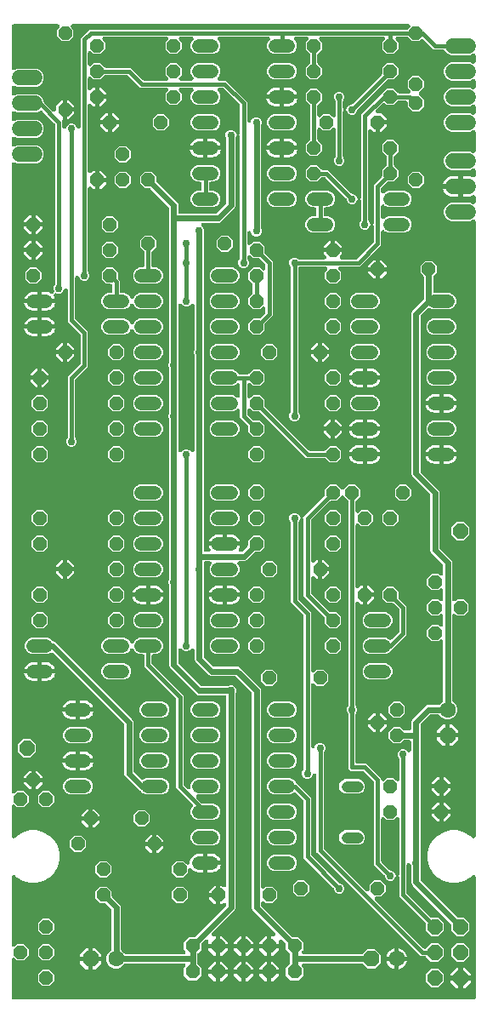
<source format=gbl>
G04 EAGLE Gerber RS-274X export*
G75*
%MOMM*%
%FSLAX34Y34*%
%LPD*%
%INBottom Copper*%
%IPPOS*%
%AMOC8*
5,1,8,0,0,1.08239X$1,22.5*%
G01*
%ADD10P,1.429621X8X202.500000*%
%ADD11P,1.732040X8X292.500000*%
%ADD12C,1.600200*%
%ADD13P,1.429621X8X22.500000*%
%ADD14P,1.429621X8X112.500000*%
%ADD15C,1.320800*%
%ADD16P,1.649562X8X292.500000*%
%ADD17C,1.117600*%
%ADD18P,1.429621X8X292.500000*%
%ADD19P,1.649562X8X22.500000*%
%ADD20C,1.524000*%
%ADD21P,1.539592X8X202.500000*%
%ADD22P,1.732040X8X202.500000*%
%ADD23C,0.756400*%
%ADD24C,0.609600*%
%ADD25C,0.406400*%

G36*
X470426Y10163D02*
X470426Y10163D01*
X470444Y10161D01*
X470626Y10182D01*
X470809Y10201D01*
X470826Y10206D01*
X470843Y10208D01*
X471018Y10265D01*
X471194Y10319D01*
X471209Y10327D01*
X471226Y10333D01*
X471386Y10423D01*
X471548Y10511D01*
X471561Y10522D01*
X471577Y10531D01*
X471716Y10651D01*
X471857Y10768D01*
X471868Y10782D01*
X471882Y10794D01*
X471994Y10939D01*
X472109Y11082D01*
X472117Y11098D01*
X472128Y11112D01*
X472210Y11277D01*
X472295Y11439D01*
X472300Y11456D01*
X472308Y11472D01*
X472355Y11651D01*
X472406Y11826D01*
X472408Y11844D01*
X472412Y11861D01*
X472439Y12192D01*
X472439Y132086D01*
X472438Y132095D01*
X472439Y132104D01*
X472418Y132295D01*
X472399Y132486D01*
X472397Y132495D01*
X472396Y132504D01*
X472338Y132686D01*
X472281Y132871D01*
X472277Y132879D01*
X472274Y132888D01*
X472181Y133056D01*
X472089Y133225D01*
X472084Y133232D01*
X472079Y133240D01*
X471954Y133388D01*
X471832Y133535D01*
X471825Y133540D01*
X471819Y133547D01*
X471667Y133667D01*
X471518Y133787D01*
X471510Y133791D01*
X471503Y133797D01*
X471331Y133884D01*
X471161Y133972D01*
X471152Y133975D01*
X471144Y133979D01*
X470958Y134031D01*
X470774Y134084D01*
X470765Y134085D01*
X470756Y134087D01*
X470564Y134101D01*
X470372Y134117D01*
X470364Y134116D01*
X470355Y134116D01*
X470162Y134092D01*
X469973Y134070D01*
X469964Y134067D01*
X469955Y134066D01*
X469772Y134004D01*
X469590Y133945D01*
X469582Y133940D01*
X469574Y133938D01*
X469408Y133842D01*
X469239Y133747D01*
X469232Y133741D01*
X469225Y133737D01*
X468972Y133522D01*
X466914Y131465D01*
X460948Y128020D01*
X454294Y126237D01*
X447406Y126237D01*
X440752Y128020D01*
X434786Y131465D01*
X429915Y136336D01*
X426470Y142302D01*
X424687Y148956D01*
X424687Y155844D01*
X426470Y162498D01*
X429915Y168464D01*
X434786Y173335D01*
X440752Y176780D01*
X447406Y178563D01*
X454294Y178563D01*
X460948Y176780D01*
X466914Y173335D01*
X468972Y171278D01*
X468979Y171272D01*
X468984Y171265D01*
X469134Y171145D01*
X469283Y171023D01*
X469291Y171019D01*
X469298Y171013D01*
X469468Y170925D01*
X469639Y170834D01*
X469648Y170832D01*
X469655Y170828D01*
X469840Y170775D01*
X470025Y170719D01*
X470034Y170719D01*
X470042Y170716D01*
X470233Y170701D01*
X470426Y170683D01*
X470435Y170684D01*
X470444Y170683D01*
X470633Y170706D01*
X470826Y170726D01*
X470835Y170729D01*
X470843Y170730D01*
X471025Y170790D01*
X471210Y170848D01*
X471218Y170852D01*
X471226Y170855D01*
X471395Y170950D01*
X471562Y171043D01*
X471569Y171049D01*
X471577Y171053D01*
X471723Y171179D01*
X471869Y171303D01*
X471875Y171310D01*
X471882Y171316D01*
X471999Y171468D01*
X472119Y171619D01*
X472123Y171627D01*
X472128Y171634D01*
X472213Y171805D01*
X472301Y171978D01*
X472304Y171987D01*
X472308Y171995D01*
X472358Y172181D01*
X472409Y172366D01*
X472410Y172375D01*
X472412Y172384D01*
X472439Y172714D01*
X472439Y783968D01*
X472438Y783981D01*
X472439Y783995D01*
X472418Y784181D01*
X472399Y784368D01*
X472395Y784381D01*
X472394Y784395D01*
X472336Y784574D01*
X472281Y784753D01*
X472275Y784765D01*
X472271Y784778D01*
X472179Y784943D01*
X472089Y785107D01*
X472081Y785118D01*
X472074Y785129D01*
X471952Y785273D01*
X471832Y785417D01*
X471821Y785425D01*
X471813Y785435D01*
X471664Y785552D01*
X471518Y785669D01*
X471506Y785675D01*
X471496Y785683D01*
X471326Y785768D01*
X471161Y785855D01*
X471148Y785858D01*
X471136Y785864D01*
X470953Y785914D01*
X470774Y785966D01*
X470760Y785967D01*
X470747Y785971D01*
X470559Y785983D01*
X470372Y785999D01*
X470359Y785997D01*
X470346Y785998D01*
X470158Y785974D01*
X469973Y785952D01*
X469960Y785948D01*
X469947Y785946D01*
X469631Y785844D01*
X466639Y784605D01*
X447761Y784605D01*
X444400Y785997D01*
X441827Y788570D01*
X440435Y791931D01*
X440435Y795569D01*
X441827Y798930D01*
X444400Y801503D01*
X447761Y802895D01*
X466639Y802895D01*
X469631Y801656D01*
X469644Y801652D01*
X469655Y801645D01*
X469835Y801594D01*
X470016Y801539D01*
X470029Y801538D01*
X470042Y801534D01*
X470230Y801519D01*
X470417Y801501D01*
X470430Y801502D01*
X470444Y801501D01*
X470630Y801523D01*
X470817Y801543D01*
X470830Y801547D01*
X470843Y801548D01*
X471022Y801606D01*
X471202Y801662D01*
X471213Y801669D01*
X471226Y801673D01*
X471390Y801765D01*
X471555Y801856D01*
X471565Y801864D01*
X471577Y801871D01*
X471719Y801993D01*
X471863Y802115D01*
X471871Y802125D01*
X471882Y802134D01*
X471996Y802282D01*
X472114Y802430D01*
X472120Y802442D01*
X472128Y802452D01*
X472212Y802620D01*
X472298Y802788D01*
X472302Y802801D01*
X472308Y802813D01*
X472357Y802995D01*
X472408Y803175D01*
X472409Y803188D01*
X472412Y803201D01*
X472439Y803532D01*
X472439Y808314D01*
X472430Y808407D01*
X472431Y808500D01*
X472410Y808607D01*
X472399Y808715D01*
X472372Y808804D01*
X472354Y808895D01*
X472313Y808996D01*
X472281Y809099D01*
X472237Y809181D01*
X472201Y809268D01*
X472141Y809358D01*
X472089Y809453D01*
X472030Y809525D01*
X471978Y809603D01*
X471901Y809679D01*
X471832Y809763D01*
X471759Y809821D01*
X471693Y809887D01*
X471603Y809947D01*
X471518Y810015D01*
X471435Y810058D01*
X471358Y810110D01*
X471257Y810151D01*
X471161Y810201D01*
X471071Y810226D01*
X470985Y810262D01*
X470878Y810282D01*
X470774Y810312D01*
X470681Y810320D01*
X470589Y810337D01*
X470481Y810336D01*
X470372Y810345D01*
X470280Y810334D01*
X470187Y810333D01*
X470080Y810311D01*
X469973Y810298D01*
X469884Y810269D01*
X469793Y810250D01*
X469669Y810199D01*
X469590Y810173D01*
X469547Y810149D01*
X469486Y810124D01*
X468720Y809734D01*
X467199Y809239D01*
X465620Y808989D01*
X459739Y808989D01*
X459739Y818642D01*
X459737Y818660D01*
X459739Y818677D01*
X459718Y818860D01*
X459699Y819042D01*
X459694Y819059D01*
X459692Y819077D01*
X459667Y819155D01*
X459706Y819292D01*
X459708Y819310D01*
X459712Y819327D01*
X459739Y819658D01*
X459739Y829311D01*
X465620Y829311D01*
X467199Y829061D01*
X468720Y828566D01*
X469486Y828176D01*
X469573Y828142D01*
X469655Y828099D01*
X469760Y828069D01*
X469861Y828030D01*
X469953Y828014D01*
X470042Y827988D01*
X470151Y827979D01*
X470257Y827960D01*
X470351Y827963D01*
X470444Y827955D01*
X470551Y827968D01*
X470660Y827971D01*
X470751Y827991D01*
X470843Y828002D01*
X470947Y828036D01*
X471052Y828060D01*
X471138Y828098D01*
X471226Y828127D01*
X471321Y828180D01*
X471420Y828225D01*
X471496Y828279D01*
X471577Y828325D01*
X471659Y828396D01*
X471747Y828459D01*
X471811Y828527D01*
X471882Y828588D01*
X471948Y828674D01*
X472022Y828753D01*
X472071Y828832D01*
X472128Y828906D01*
X472177Y829003D01*
X472234Y829096D01*
X472266Y829183D01*
X472308Y829267D01*
X472336Y829371D01*
X472373Y829473D01*
X472388Y829565D01*
X472412Y829655D01*
X472423Y829789D01*
X472436Y829871D01*
X472434Y829920D01*
X472439Y829986D01*
X472439Y834768D01*
X472438Y834781D01*
X472439Y834795D01*
X472418Y834980D01*
X472399Y835168D01*
X472395Y835181D01*
X472394Y835195D01*
X472336Y835374D01*
X472281Y835553D01*
X472275Y835565D01*
X472271Y835578D01*
X472179Y835743D01*
X472089Y835907D01*
X472081Y835918D01*
X472074Y835929D01*
X471952Y836073D01*
X471832Y836217D01*
X471821Y836225D01*
X471813Y836235D01*
X471664Y836352D01*
X471518Y836469D01*
X471506Y836475D01*
X471496Y836483D01*
X471326Y836568D01*
X471161Y836655D01*
X471148Y836658D01*
X471136Y836664D01*
X470953Y836714D01*
X470774Y836766D01*
X470760Y836767D01*
X470747Y836771D01*
X470559Y836783D01*
X470372Y836799D01*
X470359Y836797D01*
X470346Y836798D01*
X470158Y836774D01*
X469973Y836752D01*
X469960Y836748D01*
X469947Y836746D01*
X469631Y836644D01*
X466639Y835405D01*
X447761Y835405D01*
X444400Y836797D01*
X441827Y839370D01*
X440435Y842731D01*
X440435Y846369D01*
X441827Y849730D01*
X444400Y852303D01*
X447761Y853695D01*
X466639Y853695D01*
X469631Y852456D01*
X469644Y852452D01*
X469655Y852445D01*
X469835Y852394D01*
X470016Y852339D01*
X470029Y852338D01*
X470042Y852334D01*
X470230Y852319D01*
X470417Y852301D01*
X470430Y852302D01*
X470444Y852301D01*
X470630Y852323D01*
X470817Y852343D01*
X470830Y852347D01*
X470843Y852348D01*
X471022Y852406D01*
X471202Y852462D01*
X471213Y852469D01*
X471226Y852473D01*
X471390Y852565D01*
X471555Y852656D01*
X471565Y852664D01*
X471577Y852671D01*
X471719Y852793D01*
X471863Y852915D01*
X471871Y852925D01*
X471882Y852934D01*
X471996Y853082D01*
X472114Y853230D01*
X472120Y853242D01*
X472128Y853252D01*
X472212Y853420D01*
X472298Y853588D01*
X472302Y853601D01*
X472308Y853613D01*
X472357Y853795D01*
X472408Y853975D01*
X472409Y853988D01*
X472412Y854001D01*
X472439Y854332D01*
X472439Y872868D01*
X472438Y872881D01*
X472439Y872895D01*
X472418Y873081D01*
X472399Y873268D01*
X472395Y873281D01*
X472394Y873295D01*
X472336Y873474D01*
X472281Y873653D01*
X472275Y873665D01*
X472271Y873678D01*
X472179Y873843D01*
X472089Y874007D01*
X472081Y874018D01*
X472074Y874029D01*
X471952Y874173D01*
X471832Y874317D01*
X471821Y874325D01*
X471813Y874335D01*
X471664Y874452D01*
X471518Y874569D01*
X471506Y874575D01*
X471496Y874583D01*
X471326Y874668D01*
X471161Y874755D01*
X471148Y874758D01*
X471136Y874764D01*
X470953Y874814D01*
X470774Y874866D01*
X470760Y874867D01*
X470747Y874871D01*
X470559Y874883D01*
X470372Y874899D01*
X470359Y874897D01*
X470346Y874898D01*
X470158Y874874D01*
X469973Y874852D01*
X469960Y874848D01*
X469947Y874846D01*
X469631Y874744D01*
X466639Y873505D01*
X447761Y873505D01*
X444400Y874897D01*
X441827Y877470D01*
X440435Y880831D01*
X440435Y884469D01*
X441827Y887830D01*
X444400Y890403D01*
X447761Y891795D01*
X466639Y891795D01*
X469631Y890556D01*
X469644Y890552D01*
X469655Y890545D01*
X469835Y890494D01*
X470016Y890439D01*
X470029Y890438D01*
X470042Y890434D01*
X470230Y890419D01*
X470417Y890401D01*
X470430Y890402D01*
X470444Y890401D01*
X470630Y890423D01*
X470817Y890443D01*
X470830Y890447D01*
X470843Y890448D01*
X471022Y890506D01*
X471202Y890562D01*
X471213Y890569D01*
X471226Y890573D01*
X471390Y890665D01*
X471555Y890756D01*
X471565Y890764D01*
X471577Y890771D01*
X471719Y890893D01*
X471863Y891015D01*
X471871Y891025D01*
X471882Y891034D01*
X471996Y891182D01*
X472114Y891330D01*
X472120Y891342D01*
X472128Y891352D01*
X472212Y891520D01*
X472298Y891688D01*
X472302Y891701D01*
X472308Y891713D01*
X472357Y891895D01*
X472408Y892075D01*
X472409Y892088D01*
X472412Y892101D01*
X472439Y892432D01*
X472439Y898268D01*
X472438Y898281D01*
X472439Y898295D01*
X472418Y898481D01*
X472399Y898668D01*
X472395Y898681D01*
X472394Y898695D01*
X472336Y898874D01*
X472281Y899053D01*
X472275Y899065D01*
X472271Y899078D01*
X472179Y899243D01*
X472089Y899407D01*
X472081Y899418D01*
X472074Y899429D01*
X471952Y899573D01*
X471832Y899717D01*
X471821Y899725D01*
X471813Y899735D01*
X471664Y899852D01*
X471518Y899969D01*
X471506Y899975D01*
X471496Y899983D01*
X471326Y900068D01*
X471161Y900155D01*
X471148Y900158D01*
X471136Y900164D01*
X470953Y900214D01*
X470774Y900266D01*
X470760Y900267D01*
X470747Y900271D01*
X470559Y900283D01*
X470372Y900299D01*
X470359Y900297D01*
X470346Y900298D01*
X470158Y900274D01*
X469973Y900252D01*
X469960Y900248D01*
X469947Y900246D01*
X469631Y900144D01*
X466639Y898905D01*
X447761Y898905D01*
X444400Y900297D01*
X441827Y902870D01*
X440435Y906231D01*
X440435Y909869D01*
X441827Y913230D01*
X444400Y915803D01*
X447761Y917195D01*
X466639Y917195D01*
X469631Y915956D01*
X469644Y915952D01*
X469655Y915945D01*
X469835Y915894D01*
X470016Y915839D01*
X470029Y915838D01*
X470042Y915834D01*
X470230Y915819D01*
X470417Y915801D01*
X470430Y915802D01*
X470444Y915801D01*
X470630Y915823D01*
X470817Y915843D01*
X470830Y915847D01*
X470843Y915848D01*
X471022Y915906D01*
X471202Y915962D01*
X471213Y915969D01*
X471226Y915973D01*
X471390Y916065D01*
X471555Y916156D01*
X471565Y916164D01*
X471577Y916171D01*
X471719Y916293D01*
X471863Y916415D01*
X471871Y916425D01*
X471882Y916434D01*
X471996Y916582D01*
X472114Y916730D01*
X472120Y916742D01*
X472128Y916752D01*
X472212Y916920D01*
X472298Y917088D01*
X472302Y917101D01*
X472308Y917113D01*
X472357Y917295D01*
X472408Y917475D01*
X472409Y917488D01*
X472412Y917501D01*
X472439Y917832D01*
X472439Y923668D01*
X472438Y923681D01*
X472439Y923695D01*
X472418Y923881D01*
X472399Y924068D01*
X472395Y924081D01*
X472394Y924095D01*
X472336Y924274D01*
X472281Y924453D01*
X472275Y924465D01*
X472271Y924478D01*
X472179Y924643D01*
X472089Y924807D01*
X472081Y924818D01*
X472074Y924829D01*
X471952Y924973D01*
X471832Y925117D01*
X471821Y925125D01*
X471813Y925135D01*
X471664Y925252D01*
X471518Y925369D01*
X471506Y925375D01*
X471496Y925383D01*
X471326Y925468D01*
X471161Y925555D01*
X471148Y925558D01*
X471136Y925564D01*
X470953Y925614D01*
X470774Y925666D01*
X470760Y925667D01*
X470747Y925671D01*
X470559Y925683D01*
X470372Y925699D01*
X470359Y925697D01*
X470346Y925698D01*
X470158Y925674D01*
X469973Y925652D01*
X469960Y925648D01*
X469947Y925646D01*
X469631Y925544D01*
X466639Y924305D01*
X447761Y924305D01*
X444400Y925697D01*
X441827Y928270D01*
X440435Y931631D01*
X440435Y935269D01*
X441827Y938630D01*
X444400Y941203D01*
X447761Y942595D01*
X466639Y942595D01*
X469631Y941356D01*
X469644Y941352D01*
X469655Y941345D01*
X469835Y941294D01*
X470016Y941239D01*
X470029Y941238D01*
X470042Y941234D01*
X470230Y941219D01*
X470417Y941201D01*
X470430Y941202D01*
X470444Y941201D01*
X470630Y941223D01*
X470817Y941243D01*
X470830Y941247D01*
X470843Y941248D01*
X471022Y941306D01*
X471202Y941362D01*
X471213Y941369D01*
X471226Y941373D01*
X471390Y941465D01*
X471555Y941556D01*
X471565Y941564D01*
X471577Y941571D01*
X471719Y941693D01*
X471863Y941815D01*
X471871Y941825D01*
X471882Y941834D01*
X471996Y941982D01*
X472114Y942130D01*
X472120Y942142D01*
X472128Y942152D01*
X472212Y942320D01*
X472298Y942488D01*
X472302Y942501D01*
X472308Y942513D01*
X472357Y942695D01*
X472408Y942875D01*
X472409Y942888D01*
X472412Y942901D01*
X472439Y943232D01*
X472439Y949068D01*
X472438Y949081D01*
X472439Y949095D01*
X472418Y949281D01*
X472399Y949468D01*
X472395Y949481D01*
X472394Y949495D01*
X472336Y949674D01*
X472281Y949853D01*
X472275Y949865D01*
X472271Y949878D01*
X472179Y950043D01*
X472089Y950207D01*
X472081Y950218D01*
X472074Y950229D01*
X471952Y950373D01*
X471832Y950517D01*
X471821Y950525D01*
X471813Y950535D01*
X471664Y950652D01*
X471518Y950769D01*
X471506Y950775D01*
X471496Y950783D01*
X471326Y950868D01*
X471161Y950955D01*
X471148Y950958D01*
X471136Y950964D01*
X470953Y951014D01*
X470774Y951066D01*
X470760Y951067D01*
X470747Y951071D01*
X470559Y951083D01*
X470372Y951099D01*
X470359Y951097D01*
X470346Y951098D01*
X470158Y951074D01*
X469973Y951052D01*
X469960Y951048D01*
X469947Y951046D01*
X469631Y950944D01*
X466639Y949705D01*
X447761Y949705D01*
X444400Y951097D01*
X441827Y953670D01*
X441674Y954039D01*
X441664Y954059D01*
X441657Y954080D01*
X441569Y954236D01*
X441484Y954394D01*
X441470Y954411D01*
X441459Y954431D01*
X441342Y954567D01*
X441228Y954705D01*
X441211Y954719D01*
X441196Y954736D01*
X441055Y954845D01*
X440915Y954958D01*
X440895Y954969D01*
X440878Y954982D01*
X440718Y955062D01*
X440559Y955145D01*
X440537Y955152D01*
X440517Y955162D01*
X440344Y955208D01*
X440172Y955258D01*
X440150Y955260D01*
X440129Y955266D01*
X439798Y955293D01*
X430327Y955293D01*
X427648Y957972D01*
X420594Y965026D01*
X420580Y965037D01*
X420569Y965051D01*
X420425Y965165D01*
X420283Y965281D01*
X420267Y965289D01*
X420253Y965300D01*
X420089Y965384D01*
X419927Y965470D01*
X419910Y965475D01*
X419894Y965483D01*
X419717Y965532D01*
X419541Y965584D01*
X419523Y965586D01*
X419506Y965591D01*
X419323Y965604D01*
X419140Y965621D01*
X419122Y965619D01*
X419105Y965620D01*
X418923Y965597D01*
X418740Y965577D01*
X418723Y965572D01*
X418705Y965570D01*
X418532Y965511D01*
X418356Y965456D01*
X418340Y965447D01*
X418323Y965441D01*
X418164Y965350D01*
X418004Y965261D01*
X417990Y965249D01*
X417975Y965241D01*
X417722Y965026D01*
X416117Y963421D01*
X409383Y963421D01*
X405406Y967398D01*
X405385Y967415D01*
X405368Y967436D01*
X405230Y967543D01*
X405094Y967653D01*
X405071Y967666D01*
X405050Y967682D01*
X404893Y967760D01*
X404739Y967842D01*
X404713Y967850D01*
X404689Y967862D01*
X404520Y967907D01*
X404353Y967957D01*
X404326Y967959D01*
X404300Y967966D01*
X403970Y967993D01*
X394606Y967993D01*
X394598Y967992D01*
X394589Y967993D01*
X394397Y967972D01*
X394206Y967953D01*
X394197Y967951D01*
X394188Y967950D01*
X394006Y967892D01*
X393821Y967835D01*
X393813Y967831D01*
X393804Y967828D01*
X393636Y967735D01*
X393467Y967643D01*
X393460Y967638D01*
X393452Y967633D01*
X393305Y967509D01*
X393158Y967386D01*
X393152Y967379D01*
X393145Y967373D01*
X393026Y967222D01*
X392905Y967072D01*
X392901Y967064D01*
X392896Y967057D01*
X392808Y966884D01*
X392720Y966715D01*
X392717Y966706D01*
X392713Y966698D01*
X392661Y966512D01*
X392608Y966328D01*
X392608Y966319D01*
X392605Y966310D01*
X392591Y966117D01*
X392575Y965926D01*
X392576Y965918D01*
X392576Y965909D01*
X392600Y965716D01*
X392622Y965527D01*
X392625Y965518D01*
X392626Y965509D01*
X392688Y965326D01*
X392747Y965144D01*
X392752Y965136D01*
X392754Y965128D01*
X392850Y964962D01*
X392945Y964793D01*
X392951Y964786D01*
X392955Y964779D01*
X393170Y964526D01*
X395479Y962217D01*
X395479Y955483D01*
X390717Y950721D01*
X383983Y950721D01*
X379221Y955483D01*
X379221Y962217D01*
X381530Y964526D01*
X381536Y964533D01*
X381542Y964538D01*
X381663Y964688D01*
X381785Y964837D01*
X381789Y964845D01*
X381795Y964852D01*
X381883Y965022D01*
X381974Y965193D01*
X381976Y965202D01*
X381980Y965209D01*
X382033Y965394D01*
X382088Y965579D01*
X382089Y965588D01*
X382092Y965596D01*
X382107Y965787D01*
X382125Y965980D01*
X382124Y965989D01*
X382125Y965998D01*
X382102Y966187D01*
X382081Y966380D01*
X382079Y966389D01*
X382078Y966397D01*
X382018Y966579D01*
X381960Y966764D01*
X381956Y966772D01*
X381953Y966780D01*
X381858Y966949D01*
X381765Y967116D01*
X381759Y967123D01*
X381755Y967131D01*
X381629Y967277D01*
X381505Y967423D01*
X381498Y967429D01*
X381492Y967436D01*
X381340Y967553D01*
X381189Y967673D01*
X381181Y967677D01*
X381174Y967682D01*
X381002Y967768D01*
X380830Y967855D01*
X380821Y967858D01*
X380813Y967862D01*
X380627Y967912D01*
X380442Y967963D01*
X380433Y967964D01*
X380424Y967966D01*
X380094Y967993D01*
X318406Y967993D01*
X318398Y967992D01*
X318389Y967993D01*
X318197Y967972D01*
X318006Y967953D01*
X317997Y967951D01*
X317988Y967950D01*
X317806Y967892D01*
X317621Y967835D01*
X317613Y967831D01*
X317604Y967828D01*
X317436Y967735D01*
X317267Y967643D01*
X317260Y967638D01*
X317252Y967633D01*
X317105Y967509D01*
X316958Y967386D01*
X316952Y967379D01*
X316945Y967373D01*
X316826Y967222D01*
X316705Y967072D01*
X316701Y967064D01*
X316696Y967057D01*
X316608Y966884D01*
X316520Y966715D01*
X316517Y966706D01*
X316513Y966698D01*
X316461Y966512D01*
X316408Y966328D01*
X316408Y966319D01*
X316405Y966310D01*
X316391Y966117D01*
X316375Y965926D01*
X316376Y965918D01*
X316376Y965909D01*
X316400Y965716D01*
X316422Y965527D01*
X316425Y965518D01*
X316426Y965509D01*
X316488Y965326D01*
X316547Y965144D01*
X316552Y965136D01*
X316554Y965128D01*
X316650Y964962D01*
X316745Y964793D01*
X316751Y964786D01*
X316755Y964779D01*
X316970Y964526D01*
X319279Y962217D01*
X319279Y955483D01*
X315302Y951506D01*
X315285Y951485D01*
X315264Y951468D01*
X315157Y951330D01*
X315047Y951194D01*
X315034Y951171D01*
X315018Y951150D01*
X314940Y950993D01*
X314858Y950839D01*
X314850Y950813D01*
X314838Y950789D01*
X314793Y950620D01*
X314743Y950453D01*
X314741Y950426D01*
X314734Y950400D01*
X314707Y950070D01*
X314707Y942230D01*
X314709Y942204D01*
X314707Y942177D01*
X314729Y942003D01*
X314747Y941830D01*
X314754Y941804D01*
X314758Y941778D01*
X314813Y941612D01*
X314865Y941445D01*
X314878Y941421D01*
X314886Y941396D01*
X314973Y941244D01*
X315057Y941091D01*
X315074Y941070D01*
X315087Y941047D01*
X315302Y940794D01*
X319279Y936817D01*
X319279Y930083D01*
X314517Y925321D01*
X307783Y925321D01*
X303021Y930083D01*
X303021Y936817D01*
X306998Y940794D01*
X307015Y940815D01*
X307036Y940832D01*
X307143Y940970D01*
X307253Y941106D01*
X307266Y941129D01*
X307282Y941150D01*
X307360Y941307D01*
X307442Y941461D01*
X307450Y941487D01*
X307462Y941511D01*
X307507Y941680D01*
X307557Y941847D01*
X307559Y941874D01*
X307566Y941900D01*
X307593Y942230D01*
X307593Y950070D01*
X307591Y950096D01*
X307593Y950123D01*
X307571Y950297D01*
X307553Y950470D01*
X307546Y950496D01*
X307542Y950522D01*
X307487Y950688D01*
X307435Y950855D01*
X307422Y950879D01*
X307414Y950904D01*
X307327Y951056D01*
X307243Y951209D01*
X307226Y951230D01*
X307213Y951253D01*
X306998Y951506D01*
X303021Y955483D01*
X303021Y962217D01*
X305330Y964526D01*
X305336Y964533D01*
X305342Y964538D01*
X305463Y964688D01*
X305585Y964837D01*
X305589Y964845D01*
X305595Y964852D01*
X305683Y965022D01*
X305774Y965193D01*
X305776Y965202D01*
X305780Y965209D01*
X305833Y965394D01*
X305888Y965579D01*
X305889Y965588D01*
X305892Y965596D01*
X305907Y965787D01*
X305925Y965980D01*
X305924Y965989D01*
X305925Y965998D01*
X305902Y966187D01*
X305881Y966380D01*
X305879Y966389D01*
X305878Y966397D01*
X305818Y966579D01*
X305760Y966764D01*
X305756Y966772D01*
X305753Y966780D01*
X305658Y966949D01*
X305565Y967116D01*
X305559Y967123D01*
X305555Y967131D01*
X305429Y967277D01*
X305305Y967423D01*
X305298Y967429D01*
X305292Y967436D01*
X305140Y967553D01*
X304989Y967673D01*
X304981Y967677D01*
X304974Y967682D01*
X304802Y967768D01*
X304630Y967855D01*
X304621Y967858D01*
X304613Y967862D01*
X304427Y967912D01*
X304242Y967963D01*
X304233Y967964D01*
X304224Y967966D01*
X303894Y967993D01*
X293260Y967993D01*
X293252Y967992D01*
X293243Y967993D01*
X293051Y967972D01*
X292860Y967953D01*
X292851Y967951D01*
X292842Y967950D01*
X292660Y967892D01*
X292475Y967835D01*
X292467Y967831D01*
X292458Y967828D01*
X292290Y967735D01*
X292121Y967643D01*
X292114Y967638D01*
X292106Y967633D01*
X291958Y967508D01*
X291812Y967386D01*
X291806Y967379D01*
X291799Y967373D01*
X291680Y967222D01*
X291559Y967072D01*
X291555Y967064D01*
X291550Y967057D01*
X291463Y966886D01*
X291374Y966715D01*
X291371Y966706D01*
X291367Y966698D01*
X291315Y966512D01*
X291262Y966328D01*
X291262Y966319D01*
X291259Y966310D01*
X291245Y966118D01*
X291229Y965926D01*
X291230Y965918D01*
X291230Y965909D01*
X291254Y965716D01*
X291276Y965527D01*
X291279Y965518D01*
X291280Y965509D01*
X291342Y965326D01*
X291401Y965144D01*
X291406Y965136D01*
X291408Y965128D01*
X291504Y964962D01*
X291599Y964793D01*
X291605Y964786D01*
X291609Y964779D01*
X291824Y964526D01*
X292895Y963455D01*
X294133Y960467D01*
X294133Y957233D01*
X292895Y954245D01*
X290609Y951959D01*
X287621Y950721D01*
X271179Y950721D01*
X268191Y951959D01*
X265905Y954245D01*
X264667Y957233D01*
X264667Y960467D01*
X265905Y963455D01*
X266976Y964526D01*
X266982Y964533D01*
X266988Y964538D01*
X267110Y964689D01*
X267231Y964837D01*
X267235Y964845D01*
X267241Y964852D01*
X267329Y965022D01*
X267420Y965193D01*
X267422Y965202D01*
X267426Y965209D01*
X267479Y965394D01*
X267534Y965579D01*
X267535Y965588D01*
X267538Y965596D01*
X267553Y965787D01*
X267571Y965980D01*
X267570Y965989D01*
X267571Y965998D01*
X267548Y966187D01*
X267527Y966380D01*
X267525Y966389D01*
X267524Y966397D01*
X267464Y966579D01*
X267406Y966764D01*
X267402Y966772D01*
X267399Y966780D01*
X267305Y966947D01*
X267211Y967116D01*
X267205Y967123D01*
X267201Y967131D01*
X267076Y967276D01*
X266951Y967423D01*
X266944Y967429D01*
X266938Y967436D01*
X266787Y967552D01*
X266635Y967673D01*
X266627Y967677D01*
X266620Y967682D01*
X266449Y967767D01*
X266276Y967855D01*
X266267Y967858D01*
X266259Y967862D01*
X266074Y967911D01*
X265888Y967963D01*
X265879Y967964D01*
X265870Y967966D01*
X265540Y967993D01*
X217060Y967993D01*
X217052Y967992D01*
X217043Y967993D01*
X216851Y967972D01*
X216660Y967953D01*
X216651Y967951D01*
X216642Y967950D01*
X216460Y967892D01*
X216275Y967835D01*
X216267Y967831D01*
X216258Y967828D01*
X216090Y967735D01*
X215921Y967643D01*
X215914Y967638D01*
X215906Y967633D01*
X215758Y967508D01*
X215612Y967386D01*
X215606Y967379D01*
X215599Y967373D01*
X215480Y967222D01*
X215359Y967072D01*
X215355Y967064D01*
X215350Y967057D01*
X215263Y966886D01*
X215174Y966715D01*
X215171Y966706D01*
X215167Y966698D01*
X215115Y966512D01*
X215062Y966328D01*
X215062Y966319D01*
X215059Y966310D01*
X215045Y966118D01*
X215029Y965926D01*
X215030Y965918D01*
X215030Y965909D01*
X215054Y965716D01*
X215076Y965527D01*
X215079Y965518D01*
X215080Y965509D01*
X215142Y965326D01*
X215201Y965144D01*
X215206Y965136D01*
X215208Y965128D01*
X215304Y964962D01*
X215399Y964793D01*
X215405Y964786D01*
X215409Y964779D01*
X215624Y964526D01*
X216695Y963455D01*
X217933Y960467D01*
X217933Y957233D01*
X216695Y954245D01*
X214409Y951959D01*
X211421Y950721D01*
X194979Y950721D01*
X191991Y951959D01*
X189705Y954245D01*
X188467Y957233D01*
X188467Y960467D01*
X189705Y963455D01*
X190776Y964526D01*
X190782Y964533D01*
X190788Y964538D01*
X190910Y964689D01*
X191031Y964837D01*
X191035Y964845D01*
X191041Y964852D01*
X191129Y965022D01*
X191220Y965193D01*
X191222Y965202D01*
X191226Y965209D01*
X191279Y965394D01*
X191334Y965579D01*
X191335Y965588D01*
X191338Y965596D01*
X191353Y965787D01*
X191371Y965980D01*
X191370Y965989D01*
X191371Y965998D01*
X191348Y966187D01*
X191327Y966380D01*
X191325Y966389D01*
X191324Y966397D01*
X191264Y966579D01*
X191206Y966764D01*
X191202Y966772D01*
X191199Y966780D01*
X191105Y966947D01*
X191011Y967116D01*
X191005Y967123D01*
X191001Y967131D01*
X190876Y967276D01*
X190751Y967423D01*
X190744Y967429D01*
X190738Y967436D01*
X190587Y967552D01*
X190435Y967673D01*
X190427Y967677D01*
X190420Y967682D01*
X190249Y967767D01*
X190076Y967855D01*
X190067Y967858D01*
X190059Y967862D01*
X189874Y967911D01*
X189688Y967963D01*
X189679Y967964D01*
X189670Y967966D01*
X189340Y967993D01*
X178706Y967993D01*
X178698Y967992D01*
X178689Y967993D01*
X178497Y967972D01*
X178306Y967953D01*
X178297Y967951D01*
X178288Y967950D01*
X178106Y967892D01*
X177921Y967835D01*
X177913Y967831D01*
X177904Y967828D01*
X177736Y967735D01*
X177567Y967643D01*
X177560Y967638D01*
X177552Y967633D01*
X177405Y967509D01*
X177258Y967386D01*
X177252Y967379D01*
X177245Y967373D01*
X177126Y967222D01*
X177005Y967072D01*
X177001Y967064D01*
X176996Y967057D01*
X176908Y966884D01*
X176820Y966715D01*
X176817Y966706D01*
X176813Y966698D01*
X176761Y966512D01*
X176708Y966328D01*
X176708Y966319D01*
X176705Y966310D01*
X176691Y966117D01*
X176675Y965926D01*
X176676Y965918D01*
X176676Y965909D01*
X176700Y965716D01*
X176722Y965527D01*
X176725Y965518D01*
X176726Y965509D01*
X176788Y965326D01*
X176847Y965144D01*
X176852Y965136D01*
X176854Y965128D01*
X176950Y964962D01*
X177045Y964793D01*
X177051Y964786D01*
X177055Y964779D01*
X177270Y964526D01*
X179579Y962217D01*
X179579Y955483D01*
X174817Y950721D01*
X168083Y950721D01*
X163321Y955483D01*
X163321Y962217D01*
X165630Y964526D01*
X165636Y964533D01*
X165642Y964538D01*
X165763Y964688D01*
X165885Y964837D01*
X165889Y964845D01*
X165895Y964852D01*
X165983Y965022D01*
X166074Y965193D01*
X166076Y965202D01*
X166080Y965209D01*
X166133Y965394D01*
X166188Y965579D01*
X166189Y965588D01*
X166192Y965596D01*
X166207Y965787D01*
X166225Y965980D01*
X166224Y965989D01*
X166225Y965998D01*
X166202Y966187D01*
X166181Y966380D01*
X166179Y966389D01*
X166178Y966397D01*
X166118Y966579D01*
X166060Y966764D01*
X166056Y966772D01*
X166053Y966780D01*
X165958Y966949D01*
X165865Y967116D01*
X165859Y967123D01*
X165855Y967131D01*
X165729Y967277D01*
X165605Y967423D01*
X165598Y967429D01*
X165592Y967436D01*
X165440Y967553D01*
X165289Y967673D01*
X165281Y967677D01*
X165274Y967682D01*
X165102Y967768D01*
X164930Y967855D01*
X164921Y967858D01*
X164913Y967862D01*
X164727Y967912D01*
X164542Y967963D01*
X164533Y967964D01*
X164524Y967966D01*
X164194Y967993D01*
X102506Y967993D01*
X102498Y967992D01*
X102489Y967993D01*
X102297Y967972D01*
X102106Y967953D01*
X102097Y967951D01*
X102088Y967950D01*
X101906Y967892D01*
X101721Y967835D01*
X101713Y967831D01*
X101704Y967828D01*
X101536Y967735D01*
X101367Y967643D01*
X101360Y967638D01*
X101352Y967633D01*
X101205Y967509D01*
X101058Y967386D01*
X101052Y967379D01*
X101045Y967373D01*
X100926Y967222D01*
X100805Y967072D01*
X100801Y967064D01*
X100796Y967057D01*
X100708Y966884D01*
X100620Y966715D01*
X100617Y966706D01*
X100613Y966698D01*
X100561Y966512D01*
X100508Y966328D01*
X100508Y966319D01*
X100505Y966310D01*
X100491Y966117D01*
X100475Y965926D01*
X100476Y965918D01*
X100476Y965909D01*
X100500Y965716D01*
X100522Y965527D01*
X100525Y965518D01*
X100526Y965509D01*
X100588Y965326D01*
X100647Y965144D01*
X100652Y965136D01*
X100654Y965128D01*
X100750Y964962D01*
X100845Y964793D01*
X100851Y964786D01*
X100855Y964779D01*
X101070Y964526D01*
X103379Y962217D01*
X103379Y955483D01*
X98617Y950721D01*
X91883Y950721D01*
X89574Y953030D01*
X89567Y953036D01*
X89562Y953042D01*
X89412Y953163D01*
X89263Y953285D01*
X89255Y953289D01*
X89248Y953295D01*
X89078Y953383D01*
X88907Y953474D01*
X88898Y953476D01*
X88891Y953480D01*
X88706Y953533D01*
X88521Y953588D01*
X88512Y953589D01*
X88504Y953592D01*
X88313Y953607D01*
X88120Y953625D01*
X88111Y953624D01*
X88102Y953625D01*
X87913Y953602D01*
X87720Y953581D01*
X87711Y953579D01*
X87703Y953578D01*
X87521Y953518D01*
X87336Y953460D01*
X87328Y953456D01*
X87320Y953453D01*
X87151Y953358D01*
X86984Y953265D01*
X86977Y953259D01*
X86969Y953255D01*
X86823Y953129D01*
X86677Y953005D01*
X86671Y952998D01*
X86664Y952992D01*
X86547Y952840D01*
X86427Y952689D01*
X86423Y952681D01*
X86418Y952674D01*
X86332Y952502D01*
X86245Y952330D01*
X86242Y952321D01*
X86238Y952313D01*
X86188Y952127D01*
X86137Y951942D01*
X86136Y951933D01*
X86134Y951924D01*
X86107Y951594D01*
X86107Y940706D01*
X86108Y940698D01*
X86107Y940689D01*
X86128Y940497D01*
X86147Y940306D01*
X86149Y940297D01*
X86150Y940288D01*
X86208Y940106D01*
X86265Y939921D01*
X86269Y939913D01*
X86272Y939904D01*
X86365Y939736D01*
X86457Y939567D01*
X86462Y939560D01*
X86467Y939552D01*
X86592Y939404D01*
X86714Y939258D01*
X86721Y939252D01*
X86727Y939245D01*
X86878Y939126D01*
X87028Y939005D01*
X87036Y939001D01*
X87043Y938996D01*
X87216Y938908D01*
X87385Y938820D01*
X87394Y938817D01*
X87402Y938813D01*
X87588Y938761D01*
X87772Y938708D01*
X87781Y938708D01*
X87790Y938705D01*
X87983Y938691D01*
X88174Y938675D01*
X88182Y938676D01*
X88191Y938676D01*
X88384Y938700D01*
X88573Y938722D01*
X88582Y938725D01*
X88591Y938726D01*
X88774Y938788D01*
X88956Y938847D01*
X88964Y938852D01*
X88972Y938854D01*
X89138Y938950D01*
X89307Y939045D01*
X89314Y939051D01*
X89321Y939055D01*
X89574Y939270D01*
X91883Y941579D01*
X98617Y941579D01*
X102594Y937602D01*
X102615Y937585D01*
X102632Y937564D01*
X102770Y937457D01*
X102906Y937347D01*
X102929Y937334D01*
X102950Y937318D01*
X103107Y937240D01*
X103261Y937158D01*
X103287Y937150D01*
X103311Y937138D01*
X103480Y937093D01*
X103647Y937043D01*
X103674Y937041D01*
X103700Y937034D01*
X104030Y937007D01*
X128473Y937007D01*
X140578Y924902D01*
X140599Y924885D01*
X140617Y924864D01*
X140755Y924757D01*
X140890Y924647D01*
X140913Y924634D01*
X140935Y924618D01*
X141092Y924540D01*
X141246Y924458D01*
X141271Y924450D01*
X141295Y924438D01*
X141465Y924393D01*
X141631Y924343D01*
X141658Y924341D01*
X141684Y924334D01*
X142015Y924307D01*
X164194Y924307D01*
X164202Y924308D01*
X164211Y924307D01*
X164403Y924328D01*
X164594Y924347D01*
X164603Y924349D01*
X164612Y924350D01*
X164794Y924408D01*
X164979Y924465D01*
X164987Y924469D01*
X164996Y924472D01*
X165164Y924565D01*
X165333Y924657D01*
X165340Y924662D01*
X165348Y924667D01*
X165495Y924791D01*
X165642Y924914D01*
X165648Y924921D01*
X165655Y924927D01*
X165774Y925078D01*
X165895Y925228D01*
X165899Y925236D01*
X165904Y925243D01*
X165992Y925416D01*
X166080Y925585D01*
X166083Y925594D01*
X166087Y925602D01*
X166139Y925788D01*
X166192Y925972D01*
X166192Y925981D01*
X166195Y925990D01*
X166209Y926183D01*
X166225Y926374D01*
X166224Y926382D01*
X166224Y926391D01*
X166200Y926583D01*
X166178Y926773D01*
X166175Y926782D01*
X166174Y926791D01*
X166112Y926974D01*
X166053Y927156D01*
X166048Y927164D01*
X166046Y927172D01*
X165950Y927338D01*
X165855Y927507D01*
X165849Y927514D01*
X165845Y927521D01*
X165630Y927774D01*
X163321Y930083D01*
X163321Y936817D01*
X168083Y941579D01*
X174817Y941579D01*
X179579Y936817D01*
X179579Y930083D01*
X177270Y927774D01*
X177264Y927767D01*
X177258Y927762D01*
X177137Y927612D01*
X177015Y927463D01*
X177011Y927455D01*
X177005Y927448D01*
X176917Y927278D01*
X176826Y927107D01*
X176824Y927098D01*
X176820Y927091D01*
X176767Y926906D01*
X176712Y926721D01*
X176711Y926712D01*
X176708Y926704D01*
X176693Y926512D01*
X176675Y926320D01*
X176676Y926311D01*
X176675Y926302D01*
X176698Y926113D01*
X176719Y925920D01*
X176721Y925911D01*
X176722Y925903D01*
X176782Y925721D01*
X176840Y925536D01*
X176844Y925528D01*
X176847Y925520D01*
X176942Y925351D01*
X177035Y925184D01*
X177041Y925177D01*
X177045Y925169D01*
X177171Y925023D01*
X177295Y924877D01*
X177302Y924871D01*
X177308Y924864D01*
X177460Y924747D01*
X177611Y924627D01*
X177619Y924623D01*
X177626Y924618D01*
X177798Y924532D01*
X177970Y924445D01*
X177979Y924442D01*
X177987Y924438D01*
X178173Y924388D01*
X178358Y924337D01*
X178367Y924336D01*
X178376Y924334D01*
X178706Y924307D01*
X189340Y924307D01*
X189348Y924308D01*
X189357Y924307D01*
X189549Y924328D01*
X189740Y924347D01*
X189749Y924349D01*
X189758Y924350D01*
X189940Y924408D01*
X190125Y924465D01*
X190133Y924469D01*
X190142Y924472D01*
X190310Y924565D01*
X190479Y924657D01*
X190486Y924662D01*
X190494Y924667D01*
X190642Y924792D01*
X190788Y924914D01*
X190794Y924921D01*
X190801Y924927D01*
X190920Y925078D01*
X191041Y925228D01*
X191045Y925236D01*
X191050Y925243D01*
X191137Y925414D01*
X191226Y925585D01*
X191229Y925594D01*
X191233Y925602D01*
X191285Y925788D01*
X191338Y925972D01*
X191338Y925981D01*
X191341Y925990D01*
X191355Y926182D01*
X191371Y926374D01*
X191370Y926382D01*
X191370Y926391D01*
X191346Y926583D01*
X191324Y926773D01*
X191321Y926782D01*
X191320Y926791D01*
X191258Y926974D01*
X191199Y927156D01*
X191194Y927164D01*
X191192Y927172D01*
X191096Y927338D01*
X191001Y927507D01*
X190995Y927514D01*
X190991Y927521D01*
X190776Y927774D01*
X189705Y928845D01*
X188467Y931833D01*
X188467Y935067D01*
X189705Y938055D01*
X191991Y940341D01*
X192692Y940631D01*
X194979Y941579D01*
X211421Y941579D01*
X214409Y940341D01*
X216695Y938055D01*
X217933Y935067D01*
X217933Y931833D01*
X216695Y928845D01*
X215624Y927774D01*
X215618Y927767D01*
X215612Y927762D01*
X215490Y927611D01*
X215369Y927463D01*
X215365Y927455D01*
X215359Y927448D01*
X215271Y927278D01*
X215180Y927107D01*
X215178Y927098D01*
X215174Y927091D01*
X215121Y926906D01*
X215066Y926721D01*
X215065Y926712D01*
X215062Y926704D01*
X215047Y926512D01*
X215029Y926320D01*
X215030Y926311D01*
X215029Y926302D01*
X215052Y926113D01*
X215073Y925920D01*
X215075Y925911D01*
X215076Y925903D01*
X215136Y925721D01*
X215194Y925536D01*
X215198Y925528D01*
X215201Y925520D01*
X215295Y925353D01*
X215389Y925184D01*
X215395Y925177D01*
X215399Y925169D01*
X215524Y925024D01*
X215649Y924877D01*
X215656Y924871D01*
X215662Y924864D01*
X215813Y924748D01*
X215965Y924627D01*
X215973Y924623D01*
X215980Y924618D01*
X216151Y924533D01*
X216324Y924445D01*
X216333Y924442D01*
X216341Y924438D01*
X216526Y924389D01*
X216712Y924337D01*
X216721Y924336D01*
X216730Y924334D01*
X217060Y924307D01*
X223723Y924307D01*
X244857Y903173D01*
X244857Y884655D01*
X244857Y884651D01*
X244857Y884646D01*
X244877Y884452D01*
X244897Y884255D01*
X244898Y884250D01*
X244898Y884246D01*
X244959Y884052D01*
X245015Y883870D01*
X245017Y883866D01*
X245018Y883861D01*
X245114Y883687D01*
X245207Y883516D01*
X245209Y883512D01*
X245212Y883508D01*
X245340Y883355D01*
X245464Y883206D01*
X245468Y883204D01*
X245471Y883200D01*
X245625Y883077D01*
X245778Y882954D01*
X245782Y882952D01*
X245785Y882949D01*
X245960Y882860D01*
X246135Y882768D01*
X246140Y882767D01*
X246144Y882765D01*
X246331Y882712D01*
X246522Y882657D01*
X246527Y882657D01*
X246531Y882656D01*
X246724Y882641D01*
X246924Y882624D01*
X246928Y882625D01*
X246932Y882624D01*
X247126Y882648D01*
X247323Y882671D01*
X247328Y882673D01*
X247332Y882673D01*
X247517Y882734D01*
X247706Y882796D01*
X247710Y882798D01*
X247714Y882800D01*
X247882Y882895D01*
X248057Y882994D01*
X248060Y882997D01*
X248064Y882999D01*
X248213Y883129D01*
X248361Y883257D01*
X248364Y883261D01*
X248368Y883263D01*
X248488Y883420D01*
X248608Y883575D01*
X248610Y883579D01*
X248613Y883583D01*
X248765Y883878D01*
X249501Y885656D01*
X250994Y887149D01*
X252944Y887957D01*
X255056Y887957D01*
X257006Y887149D01*
X258499Y885656D01*
X259307Y883706D01*
X259307Y881594D01*
X258727Y880196D01*
X258718Y880166D01*
X258704Y880138D01*
X258660Y879973D01*
X258611Y879810D01*
X258608Y879779D01*
X258600Y879749D01*
X258573Y879418D01*
X258573Y777932D01*
X258576Y777901D01*
X258574Y777869D01*
X258596Y777700D01*
X258613Y777531D01*
X258622Y777501D01*
X258626Y777470D01*
X258727Y777154D01*
X259307Y775756D01*
X259307Y773644D01*
X258499Y771694D01*
X257006Y770201D01*
X255773Y769690D01*
X255772Y769690D01*
X255056Y769393D01*
X252944Y769393D01*
X250994Y770201D01*
X249501Y771694D01*
X248765Y773472D01*
X248762Y773476D01*
X248761Y773480D01*
X248670Y773650D01*
X248574Y773827D01*
X248572Y773831D01*
X248569Y773834D01*
X248444Y773985D01*
X248318Y774137D01*
X248315Y774140D01*
X248312Y774144D01*
X248159Y774267D01*
X248005Y774391D01*
X248001Y774393D01*
X247998Y774396D01*
X247825Y774486D01*
X247649Y774578D01*
X247645Y774580D01*
X247641Y774582D01*
X247453Y774636D01*
X247262Y774691D01*
X247258Y774692D01*
X247254Y774693D01*
X247056Y774709D01*
X246861Y774726D01*
X246857Y774725D01*
X246852Y774726D01*
X246658Y774703D01*
X246461Y774681D01*
X246457Y774679D01*
X246453Y774679D01*
X246267Y774618D01*
X246078Y774558D01*
X246074Y774555D01*
X246070Y774554D01*
X245898Y774457D01*
X245726Y774361D01*
X245723Y774358D01*
X245719Y774356D01*
X245571Y774228D01*
X245421Y774099D01*
X245418Y774096D01*
X245414Y774093D01*
X245294Y773938D01*
X245172Y773782D01*
X245170Y773778D01*
X245168Y773775D01*
X245079Y773596D01*
X244992Y773423D01*
X244990Y773418D01*
X244988Y773414D01*
X244937Y773223D01*
X244885Y773034D01*
X244885Y773030D01*
X244884Y773026D01*
X244857Y772695D01*
X244857Y762906D01*
X244858Y762898D01*
X244857Y762889D01*
X244878Y762697D01*
X244897Y762506D01*
X244899Y762497D01*
X244900Y762488D01*
X244958Y762306D01*
X245015Y762121D01*
X245019Y762113D01*
X245022Y762104D01*
X245115Y761936D01*
X245207Y761767D01*
X245212Y761760D01*
X245217Y761752D01*
X245341Y761605D01*
X245464Y761458D01*
X245471Y761452D01*
X245477Y761445D01*
X245628Y761326D01*
X245778Y761205D01*
X245786Y761201D01*
X245793Y761196D01*
X245966Y761108D01*
X246135Y761020D01*
X246144Y761017D01*
X246152Y761013D01*
X246338Y760961D01*
X246522Y760908D01*
X246531Y760908D01*
X246540Y760905D01*
X246733Y760891D01*
X246924Y760875D01*
X246932Y760876D01*
X246941Y760876D01*
X247134Y760900D01*
X247323Y760922D01*
X247332Y760925D01*
X247341Y760926D01*
X247524Y760988D01*
X247706Y761047D01*
X247714Y761052D01*
X247722Y761054D01*
X247888Y761150D01*
X248057Y761245D01*
X248064Y761251D01*
X248071Y761255D01*
X248324Y761470D01*
X250633Y763779D01*
X257367Y763779D01*
X262129Y759017D01*
X262129Y753393D01*
X262131Y753366D01*
X262129Y753339D01*
X262151Y753165D01*
X262169Y752992D01*
X262176Y752966D01*
X262180Y752940D01*
X262236Y752774D01*
X262287Y752607D01*
X262300Y752583D01*
X262308Y752558D01*
X262395Y752407D01*
X262479Y752253D01*
X262496Y752233D01*
X262509Y752209D01*
X262724Y751956D01*
X267578Y747102D01*
X270257Y744423D01*
X270257Y690677D01*
X262724Y683144D01*
X262707Y683123D01*
X262686Y683106D01*
X262579Y682968D01*
X262469Y682832D01*
X262456Y682809D01*
X262440Y682787D01*
X262362Y682631D01*
X262280Y682477D01*
X262272Y682451D01*
X262260Y682427D01*
X262215Y682258D01*
X262165Y682091D01*
X262163Y682064D01*
X262156Y682038D01*
X262129Y681707D01*
X262129Y676083D01*
X257367Y671321D01*
X250633Y671321D01*
X245871Y676083D01*
X245871Y682817D01*
X250633Y687579D01*
X256257Y687579D01*
X256284Y687581D01*
X256311Y687579D01*
X256485Y687601D01*
X256658Y687619D01*
X256684Y687626D01*
X256710Y687630D01*
X256876Y687686D01*
X257043Y687737D01*
X257067Y687750D01*
X257092Y687758D01*
X257243Y687845D01*
X257397Y687929D01*
X257417Y687946D01*
X257441Y687959D01*
X257694Y688174D01*
X262548Y693028D01*
X262565Y693049D01*
X262586Y693067D01*
X262692Y693204D01*
X262803Y693340D01*
X262816Y693364D01*
X262832Y693385D01*
X262910Y693541D01*
X262992Y693696D01*
X263000Y693721D01*
X263012Y693745D01*
X263057Y693914D01*
X263107Y694081D01*
X263109Y694108D01*
X263116Y694134D01*
X263143Y694465D01*
X263143Y697594D01*
X263142Y697602D01*
X263143Y697611D01*
X263122Y697803D01*
X263103Y697994D01*
X263101Y698003D01*
X263100Y698012D01*
X263042Y698194D01*
X262985Y698379D01*
X262981Y698387D01*
X262978Y698396D01*
X262885Y698564D01*
X262793Y698733D01*
X262788Y698740D01*
X262783Y698748D01*
X262659Y698895D01*
X262536Y699042D01*
X262529Y699048D01*
X262523Y699055D01*
X262372Y699174D01*
X262222Y699295D01*
X262214Y699299D01*
X262207Y699304D01*
X262034Y699392D01*
X261865Y699480D01*
X261856Y699483D01*
X261848Y699487D01*
X261662Y699539D01*
X261478Y699592D01*
X261469Y699592D01*
X261460Y699595D01*
X261267Y699609D01*
X261076Y699625D01*
X261068Y699624D01*
X261059Y699624D01*
X260866Y699600D01*
X260677Y699578D01*
X260668Y699575D01*
X260659Y699574D01*
X260476Y699512D01*
X260294Y699453D01*
X260286Y699448D01*
X260278Y699446D01*
X260112Y699350D01*
X259943Y699255D01*
X259936Y699249D01*
X259929Y699245D01*
X259676Y699030D01*
X257367Y696721D01*
X250633Y696721D01*
X245871Y701483D01*
X245871Y708217D01*
X249848Y712194D01*
X249865Y712215D01*
X249886Y712232D01*
X249993Y712370D01*
X250103Y712506D01*
X250116Y712529D01*
X250132Y712550D01*
X250210Y712707D01*
X250292Y712861D01*
X250300Y712887D01*
X250312Y712911D01*
X250357Y713080D01*
X250407Y713247D01*
X250409Y713274D01*
X250416Y713300D01*
X250443Y713630D01*
X250443Y721470D01*
X250441Y721496D01*
X250443Y721523D01*
X250421Y721697D01*
X250403Y721870D01*
X250396Y721896D01*
X250392Y721922D01*
X250337Y722088D01*
X250285Y722255D01*
X250272Y722279D01*
X250264Y722304D01*
X250177Y722456D01*
X250093Y722609D01*
X250076Y722630D01*
X250063Y722653D01*
X249848Y722906D01*
X245871Y726883D01*
X245871Y733617D01*
X250633Y738379D01*
X257367Y738379D01*
X259676Y736070D01*
X259683Y736064D01*
X259688Y736058D01*
X259838Y735937D01*
X259987Y735815D01*
X259995Y735811D01*
X260002Y735805D01*
X260172Y735717D01*
X260343Y735626D01*
X260352Y735624D01*
X260359Y735620D01*
X260544Y735567D01*
X260729Y735512D01*
X260738Y735511D01*
X260746Y735508D01*
X260937Y735493D01*
X261130Y735475D01*
X261139Y735476D01*
X261148Y735475D01*
X261337Y735498D01*
X261530Y735519D01*
X261539Y735521D01*
X261547Y735522D01*
X261729Y735582D01*
X261914Y735640D01*
X261922Y735644D01*
X261930Y735647D01*
X262099Y735742D01*
X262266Y735835D01*
X262273Y735841D01*
X262281Y735845D01*
X262427Y735971D01*
X262573Y736095D01*
X262579Y736102D01*
X262586Y736108D01*
X262703Y736260D01*
X262823Y736411D01*
X262827Y736419D01*
X262832Y736426D01*
X262918Y736598D01*
X263005Y736770D01*
X263008Y736779D01*
X263012Y736787D01*
X263062Y736973D01*
X263113Y737158D01*
X263114Y737167D01*
X263116Y737176D01*
X263143Y737506D01*
X263143Y740635D01*
X263141Y740662D01*
X263143Y740689D01*
X263121Y740862D01*
X263103Y741036D01*
X263096Y741061D01*
X263092Y741088D01*
X263037Y741254D01*
X262985Y741421D01*
X262972Y741445D01*
X262964Y741470D01*
X262877Y741621D01*
X262793Y741775D01*
X262776Y741795D01*
X262763Y741819D01*
X262548Y742072D01*
X257694Y746926D01*
X257681Y746937D01*
X257672Y746947D01*
X257665Y746952D01*
X257656Y746964D01*
X257518Y747071D01*
X257382Y747181D01*
X257359Y747194D01*
X257337Y747210D01*
X257181Y747288D01*
X257027Y747370D01*
X257001Y747378D01*
X256977Y747390D01*
X256808Y747435D01*
X256641Y747485D01*
X256614Y747487D01*
X256588Y747494D01*
X256257Y747521D01*
X250633Y747521D01*
X248324Y749830D01*
X248317Y749836D01*
X248312Y749842D01*
X248163Y749962D01*
X248013Y750085D01*
X248005Y750089D01*
X247998Y750095D01*
X247828Y750183D01*
X247657Y750274D01*
X247648Y750276D01*
X247641Y750280D01*
X247456Y750333D01*
X247271Y750388D01*
X247262Y750389D01*
X247254Y750392D01*
X247063Y750407D01*
X246870Y750425D01*
X246861Y750424D01*
X246852Y750425D01*
X246663Y750402D01*
X246470Y750381D01*
X246461Y750379D01*
X246453Y750378D01*
X246271Y750318D01*
X246086Y750260D01*
X246078Y750256D01*
X246070Y750253D01*
X245901Y750158D01*
X245734Y750065D01*
X245727Y750059D01*
X245719Y750055D01*
X245573Y749929D01*
X245427Y749805D01*
X245421Y749798D01*
X245414Y749792D01*
X245297Y749640D01*
X245177Y749489D01*
X245173Y749481D01*
X245168Y749474D01*
X245082Y749302D01*
X244995Y749130D01*
X244992Y749121D01*
X244988Y749113D01*
X244938Y748927D01*
X244887Y748742D01*
X244886Y748733D01*
X244884Y748724D01*
X244857Y748394D01*
X244857Y747740D01*
X244859Y747713D01*
X244857Y747686D01*
X244879Y747512D01*
X244897Y747339D01*
X244904Y747313D01*
X244908Y747287D01*
X244963Y747121D01*
X245015Y746954D01*
X245028Y746930D01*
X245036Y746905D01*
X245123Y746753D01*
X245207Y746600D01*
X245224Y746579D01*
X245237Y746556D01*
X245452Y746303D01*
X245799Y745956D01*
X246607Y744006D01*
X246607Y741894D01*
X245799Y739944D01*
X244306Y738451D01*
X242356Y737643D01*
X240244Y737643D01*
X238294Y738451D01*
X236801Y739944D01*
X235993Y741894D01*
X235993Y744006D01*
X236801Y745956D01*
X237148Y746303D01*
X237165Y746324D01*
X237186Y746341D01*
X237293Y746479D01*
X237403Y746615D01*
X237416Y746638D01*
X237432Y746659D01*
X237510Y746816D01*
X237592Y746970D01*
X237600Y746996D01*
X237612Y747020D01*
X237657Y747189D01*
X237707Y747356D01*
X237709Y747383D01*
X237716Y747409D01*
X237743Y747740D01*
X237743Y867945D01*
X237743Y867949D01*
X237743Y867954D01*
X237723Y868146D01*
X237703Y868345D01*
X237702Y868350D01*
X237702Y868354D01*
X237643Y868542D01*
X237585Y868730D01*
X237583Y868734D01*
X237582Y868739D01*
X237488Y868910D01*
X237393Y869084D01*
X237391Y869088D01*
X237388Y869092D01*
X237260Y869244D01*
X237136Y869394D01*
X237132Y869396D01*
X237129Y869400D01*
X236973Y869525D01*
X236822Y869646D01*
X236818Y869648D01*
X236815Y869651D01*
X236634Y869743D01*
X236465Y869832D01*
X236460Y869833D01*
X236456Y869835D01*
X236266Y869889D01*
X236078Y869943D01*
X236073Y869943D01*
X236069Y869944D01*
X235980Y869951D01*
X236139Y869969D01*
X236143Y869971D01*
X236147Y869971D01*
X236333Y870032D01*
X236522Y870092D01*
X236526Y870095D01*
X236530Y870096D01*
X236703Y870193D01*
X236874Y870289D01*
X236877Y870292D01*
X236881Y870294D01*
X237030Y870422D01*
X237179Y870551D01*
X237182Y870554D01*
X237186Y870557D01*
X237306Y870712D01*
X237428Y870868D01*
X237430Y870872D01*
X237432Y870875D01*
X237521Y871053D01*
X237608Y871227D01*
X237610Y871232D01*
X237612Y871236D01*
X237663Y871428D01*
X237715Y871616D01*
X237715Y871620D01*
X237716Y871624D01*
X237743Y871955D01*
X237743Y899385D01*
X237741Y899412D01*
X237743Y899439D01*
X237721Y899613D01*
X237703Y899786D01*
X237696Y899811D01*
X237692Y899838D01*
X237637Y900004D01*
X237585Y900171D01*
X237572Y900194D01*
X237564Y900220D01*
X237477Y900371D01*
X237393Y900525D01*
X237376Y900545D01*
X237363Y900569D01*
X237148Y900822D01*
X221372Y916598D01*
X221351Y916615D01*
X221333Y916636D01*
X221196Y916743D01*
X221060Y916853D01*
X221037Y916866D01*
X221015Y916882D01*
X220858Y916960D01*
X220704Y917042D01*
X220679Y917050D01*
X220655Y917062D01*
X220485Y917107D01*
X220319Y917157D01*
X220292Y917159D01*
X220266Y917166D01*
X219935Y917193D01*
X217060Y917193D01*
X217052Y917192D01*
X217043Y917193D01*
X216851Y917172D01*
X216660Y917153D01*
X216651Y917151D01*
X216642Y917150D01*
X216460Y917092D01*
X216275Y917035D01*
X216267Y917031D01*
X216258Y917028D01*
X216090Y916935D01*
X215921Y916843D01*
X215914Y916838D01*
X215906Y916833D01*
X215758Y916708D01*
X215612Y916586D01*
X215606Y916579D01*
X215599Y916573D01*
X215480Y916422D01*
X215359Y916272D01*
X215355Y916264D01*
X215350Y916257D01*
X215263Y916086D01*
X215174Y915915D01*
X215171Y915906D01*
X215167Y915898D01*
X215115Y915712D01*
X215062Y915528D01*
X215062Y915519D01*
X215059Y915510D01*
X215045Y915318D01*
X215029Y915126D01*
X215030Y915118D01*
X215030Y915109D01*
X215054Y914916D01*
X215076Y914727D01*
X215079Y914718D01*
X215080Y914709D01*
X215142Y914526D01*
X215201Y914344D01*
X215206Y914336D01*
X215208Y914328D01*
X215304Y914162D01*
X215399Y913993D01*
X215405Y913986D01*
X215409Y913979D01*
X215624Y913726D01*
X216695Y912655D01*
X217933Y909667D01*
X217933Y906433D01*
X216695Y903445D01*
X214409Y901159D01*
X211421Y899921D01*
X194979Y899921D01*
X191991Y901159D01*
X189705Y903445D01*
X188467Y906433D01*
X188467Y909667D01*
X189705Y912655D01*
X190776Y913726D01*
X190782Y913733D01*
X190788Y913738D01*
X190910Y913889D01*
X191031Y914037D01*
X191035Y914045D01*
X191041Y914052D01*
X191129Y914222D01*
X191220Y914393D01*
X191222Y914402D01*
X191226Y914409D01*
X191279Y914594D01*
X191334Y914779D01*
X191335Y914788D01*
X191338Y914796D01*
X191353Y914987D01*
X191371Y915180D01*
X191370Y915189D01*
X191371Y915198D01*
X191348Y915387D01*
X191327Y915580D01*
X191325Y915589D01*
X191324Y915597D01*
X191264Y915779D01*
X191206Y915964D01*
X191202Y915972D01*
X191199Y915980D01*
X191105Y916147D01*
X191011Y916316D01*
X191005Y916323D01*
X191001Y916331D01*
X190876Y916475D01*
X190751Y916623D01*
X190744Y916629D01*
X190738Y916636D01*
X190587Y916752D01*
X190435Y916873D01*
X190427Y916877D01*
X190420Y916882D01*
X190249Y916967D01*
X190076Y917055D01*
X190067Y917058D01*
X190059Y917062D01*
X189874Y917111D01*
X189688Y917163D01*
X189679Y917164D01*
X189670Y917166D01*
X189340Y917193D01*
X178706Y917193D01*
X178698Y917192D01*
X178689Y917193D01*
X178497Y917172D01*
X178306Y917153D01*
X178297Y917151D01*
X178288Y917150D01*
X178106Y917092D01*
X177921Y917035D01*
X177913Y917031D01*
X177904Y917028D01*
X177736Y916935D01*
X177567Y916843D01*
X177560Y916838D01*
X177552Y916833D01*
X177405Y916709D01*
X177258Y916586D01*
X177252Y916579D01*
X177245Y916573D01*
X177126Y916422D01*
X177005Y916272D01*
X177001Y916264D01*
X176996Y916257D01*
X176908Y916084D01*
X176820Y915915D01*
X176817Y915906D01*
X176813Y915898D01*
X176761Y915712D01*
X176708Y915528D01*
X176708Y915519D01*
X176705Y915510D01*
X176691Y915317D01*
X176675Y915126D01*
X176676Y915118D01*
X176676Y915109D01*
X176700Y914916D01*
X176722Y914727D01*
X176725Y914718D01*
X176726Y914709D01*
X176788Y914526D01*
X176847Y914344D01*
X176852Y914336D01*
X176854Y914328D01*
X176950Y914162D01*
X177045Y913993D01*
X177051Y913986D01*
X177055Y913979D01*
X177270Y913726D01*
X179579Y911417D01*
X179579Y904683D01*
X174817Y899921D01*
X168083Y899921D01*
X163321Y904683D01*
X163321Y911417D01*
X165630Y913726D01*
X165636Y913733D01*
X165642Y913738D01*
X165763Y913888D01*
X165885Y914037D01*
X165889Y914045D01*
X165895Y914052D01*
X165983Y914222D01*
X166074Y914393D01*
X166076Y914402D01*
X166080Y914409D01*
X166133Y914594D01*
X166188Y914779D01*
X166189Y914788D01*
X166192Y914796D01*
X166207Y914987D01*
X166225Y915180D01*
X166224Y915189D01*
X166225Y915198D01*
X166202Y915387D01*
X166181Y915580D01*
X166179Y915589D01*
X166178Y915597D01*
X166118Y915779D01*
X166060Y915964D01*
X166056Y915972D01*
X166053Y915980D01*
X165958Y916149D01*
X165865Y916316D01*
X165859Y916323D01*
X165855Y916331D01*
X165730Y916475D01*
X165605Y916623D01*
X165598Y916629D01*
X165592Y916636D01*
X165442Y916752D01*
X165289Y916873D01*
X165281Y916877D01*
X165274Y916882D01*
X165102Y916968D01*
X164930Y917055D01*
X164921Y917058D01*
X164913Y917062D01*
X164727Y917112D01*
X164542Y917163D01*
X164533Y917164D01*
X164524Y917166D01*
X164194Y917193D01*
X138227Y917193D01*
X126122Y929298D01*
X126101Y929315D01*
X126083Y929336D01*
X125946Y929443D01*
X125810Y929553D01*
X125787Y929566D01*
X125765Y929582D01*
X125608Y929660D01*
X125454Y929742D01*
X125429Y929750D01*
X125405Y929762D01*
X125235Y929807D01*
X125069Y929857D01*
X125042Y929859D01*
X125016Y929866D01*
X124685Y929893D01*
X104030Y929893D01*
X104004Y929891D01*
X103977Y929893D01*
X103803Y929871D01*
X103630Y929853D01*
X103604Y929846D01*
X103578Y929842D01*
X103412Y929787D01*
X103245Y929735D01*
X103221Y929722D01*
X103196Y929714D01*
X103044Y929627D01*
X102891Y929543D01*
X102870Y929526D01*
X102847Y929513D01*
X102594Y929298D01*
X98617Y925321D01*
X91883Y925321D01*
X89574Y927630D01*
X89567Y927636D01*
X89562Y927642D01*
X89413Y927762D01*
X89263Y927885D01*
X89255Y927889D01*
X89248Y927895D01*
X89078Y927983D01*
X88907Y928074D01*
X88898Y928076D01*
X88891Y928080D01*
X88706Y928133D01*
X88521Y928188D01*
X88512Y928189D01*
X88504Y928192D01*
X88313Y928207D01*
X88120Y928225D01*
X88111Y928224D01*
X88102Y928225D01*
X87913Y928202D01*
X87720Y928181D01*
X87711Y928179D01*
X87703Y928178D01*
X87521Y928118D01*
X87336Y928060D01*
X87328Y928056D01*
X87320Y928053D01*
X87151Y927958D01*
X86984Y927865D01*
X86977Y927859D01*
X86969Y927855D01*
X86823Y927729D01*
X86677Y927605D01*
X86671Y927598D01*
X86664Y927592D01*
X86547Y927440D01*
X86427Y927289D01*
X86423Y927281D01*
X86418Y927274D01*
X86332Y927102D01*
X86245Y926930D01*
X86242Y926921D01*
X86238Y926913D01*
X86188Y926727D01*
X86137Y926542D01*
X86136Y926533D01*
X86134Y926524D01*
X86107Y926194D01*
X86107Y916743D01*
X86108Y916734D01*
X86107Y916725D01*
X86128Y916534D01*
X86147Y916343D01*
X86149Y916334D01*
X86150Y916325D01*
X86208Y916143D01*
X86265Y915958D01*
X86269Y915950D01*
X86272Y915941D01*
X86365Y915772D01*
X86457Y915604D01*
X86462Y915597D01*
X86467Y915589D01*
X86591Y915442D01*
X86714Y915294D01*
X86721Y915289D01*
X86727Y915282D01*
X86878Y915163D01*
X87028Y915042D01*
X87036Y915038D01*
X87043Y915032D01*
X87216Y914945D01*
X87385Y914857D01*
X87394Y914854D01*
X87402Y914850D01*
X87588Y914798D01*
X87772Y914745D01*
X87781Y914744D01*
X87790Y914742D01*
X87983Y914728D01*
X88174Y914712D01*
X88182Y914713D01*
X88191Y914713D01*
X88384Y914737D01*
X88573Y914759D01*
X88582Y914762D01*
X88591Y914763D01*
X88774Y914824D01*
X88956Y914884D01*
X88964Y914888D01*
X88972Y914891D01*
X89138Y914987D01*
X89307Y915082D01*
X89314Y915088D01*
X89321Y915092D01*
X89574Y915307D01*
X91462Y917195D01*
X93219Y917195D01*
X93219Y908050D01*
X93219Y898905D01*
X91462Y898905D01*
X89574Y900793D01*
X89567Y900799D01*
X89562Y900806D01*
X89412Y900926D01*
X89263Y901048D01*
X89255Y901052D01*
X89248Y901058D01*
X89078Y901146D01*
X88907Y901237D01*
X88898Y901239D01*
X88891Y901243D01*
X88706Y901297D01*
X88521Y901352D01*
X88512Y901352D01*
X88504Y901355D01*
X88313Y901371D01*
X88120Y901388D01*
X88111Y901387D01*
X88102Y901388D01*
X87913Y901366D01*
X87720Y901345D01*
X87711Y901342D01*
X87703Y901341D01*
X87521Y901281D01*
X87336Y901223D01*
X87328Y901219D01*
X87320Y901216D01*
X87151Y901121D01*
X86984Y901028D01*
X86977Y901023D01*
X86969Y901018D01*
X86822Y900891D01*
X86677Y900768D01*
X86671Y900761D01*
X86664Y900755D01*
X86547Y900604D01*
X86427Y900452D01*
X86423Y900444D01*
X86418Y900437D01*
X86332Y900264D01*
X86245Y900093D01*
X86242Y900084D01*
X86238Y900076D01*
X86188Y899890D01*
X86137Y899705D01*
X86136Y899696D01*
X86134Y899688D01*
X86107Y899357D01*
X86107Y834193D01*
X86108Y834184D01*
X86107Y834175D01*
X86128Y833984D01*
X86147Y833793D01*
X86149Y833784D01*
X86150Y833775D01*
X86208Y833593D01*
X86265Y833408D01*
X86269Y833400D01*
X86272Y833391D01*
X86365Y833223D01*
X86457Y833054D01*
X86462Y833047D01*
X86467Y833039D01*
X86591Y832892D01*
X86714Y832744D01*
X86721Y832739D01*
X86727Y832732D01*
X86878Y832613D01*
X87028Y832492D01*
X87036Y832488D01*
X87043Y832482D01*
X87216Y832394D01*
X87385Y832307D01*
X87394Y832304D01*
X87402Y832300D01*
X87588Y832248D01*
X87772Y832195D01*
X87781Y832194D01*
X87790Y832192D01*
X87983Y832178D01*
X88174Y832162D01*
X88182Y832163D01*
X88191Y832163D01*
X88384Y832187D01*
X88573Y832209D01*
X88582Y832212D01*
X88591Y832213D01*
X88774Y832274D01*
X88956Y832334D01*
X88964Y832338D01*
X88972Y832341D01*
X89138Y832437D01*
X89307Y832532D01*
X89314Y832538D01*
X89321Y832542D01*
X89574Y832757D01*
X91462Y834645D01*
X93219Y834645D01*
X93219Y825500D01*
X93219Y816355D01*
X91462Y816355D01*
X89574Y818243D01*
X89567Y818249D01*
X89562Y818256D01*
X89412Y818376D01*
X89263Y818498D01*
X89255Y818502D01*
X89248Y818508D01*
X89078Y818596D01*
X88907Y818687D01*
X88898Y818689D01*
X88891Y818693D01*
X88706Y818747D01*
X88521Y818802D01*
X88512Y818802D01*
X88504Y818805D01*
X88313Y818821D01*
X88120Y818838D01*
X88111Y818837D01*
X88102Y818838D01*
X87913Y818816D01*
X87720Y818795D01*
X87711Y818792D01*
X87703Y818791D01*
X87521Y818731D01*
X87336Y818673D01*
X87328Y818669D01*
X87320Y818666D01*
X87151Y818571D01*
X86984Y818478D01*
X86977Y818473D01*
X86969Y818468D01*
X86823Y818342D01*
X86677Y818218D01*
X86671Y818211D01*
X86664Y818205D01*
X86547Y818054D01*
X86427Y817902D01*
X86423Y817894D01*
X86418Y817887D01*
X86332Y817715D01*
X86245Y817543D01*
X86242Y817534D01*
X86238Y817526D01*
X86188Y817340D01*
X86137Y817155D01*
X86136Y817146D01*
X86134Y817138D01*
X86107Y816807D01*
X86107Y735040D01*
X86109Y735013D01*
X86107Y734986D01*
X86129Y734812D01*
X86147Y734639D01*
X86154Y734613D01*
X86158Y734587D01*
X86213Y734421D01*
X86265Y734254D01*
X86278Y734230D01*
X86286Y734205D01*
X86373Y734053D01*
X86457Y733900D01*
X86474Y733879D01*
X86487Y733856D01*
X86702Y733603D01*
X87049Y733256D01*
X87857Y731306D01*
X87857Y729194D01*
X87049Y727244D01*
X85556Y725751D01*
X83606Y724943D01*
X81494Y724943D01*
X79544Y725751D01*
X78051Y727244D01*
X77315Y729022D01*
X77312Y729026D01*
X77311Y729030D01*
X77220Y729200D01*
X77124Y729377D01*
X77122Y729381D01*
X77119Y729384D01*
X76995Y729534D01*
X76868Y729687D01*
X76865Y729690D01*
X76862Y729694D01*
X76709Y729817D01*
X76555Y729941D01*
X76551Y729943D01*
X76548Y729946D01*
X76375Y730036D01*
X76199Y730128D01*
X76195Y730130D01*
X76191Y730132D01*
X76003Y730186D01*
X75812Y730241D01*
X75808Y730242D01*
X75804Y730243D01*
X75606Y730259D01*
X75411Y730276D01*
X75407Y730275D01*
X75402Y730276D01*
X75208Y730253D01*
X75011Y730231D01*
X75007Y730229D01*
X75003Y730229D01*
X74817Y730168D01*
X74628Y730108D01*
X74624Y730105D01*
X74620Y730104D01*
X74448Y730007D01*
X74276Y729911D01*
X74273Y729908D01*
X74269Y729906D01*
X74121Y729778D01*
X73971Y729649D01*
X73968Y729646D01*
X73964Y729643D01*
X73844Y729488D01*
X73722Y729332D01*
X73720Y729328D01*
X73718Y729325D01*
X73630Y729149D01*
X73542Y728973D01*
X73540Y728968D01*
X73538Y728964D01*
X73487Y728773D01*
X73435Y728584D01*
X73435Y728580D01*
X73434Y728576D01*
X73407Y728245D01*
X73407Y688115D01*
X73409Y688088D01*
X73407Y688061D01*
X73429Y687887D01*
X73447Y687714D01*
X73454Y687689D01*
X73458Y687662D01*
X73513Y687496D01*
X73565Y687329D01*
X73578Y687306D01*
X73586Y687280D01*
X73673Y687129D01*
X73757Y686975D01*
X73774Y686955D01*
X73787Y686931D01*
X74002Y686678D01*
X86107Y674573D01*
X86107Y639877D01*
X74002Y627772D01*
X73985Y627751D01*
X73964Y627733D01*
X73857Y627596D01*
X73747Y627460D01*
X73734Y627437D01*
X73718Y627415D01*
X73640Y627258D01*
X73558Y627104D01*
X73550Y627079D01*
X73538Y627055D01*
X73493Y626885D01*
X73443Y626719D01*
X73441Y626692D01*
X73434Y626666D01*
X73407Y626335D01*
X73407Y569939D01*
X73409Y569913D01*
X73407Y569886D01*
X73429Y569712D01*
X73447Y569539D01*
X73455Y569513D01*
X73458Y569487D01*
X73513Y569321D01*
X73565Y569154D01*
X73578Y569130D01*
X73586Y569105D01*
X73673Y568953D01*
X73757Y568800D01*
X73774Y568779D01*
X73787Y568756D01*
X74002Y568503D01*
X74349Y568156D01*
X75157Y566206D01*
X75157Y564094D01*
X74349Y562144D01*
X72856Y560651D01*
X72422Y560471D01*
X70906Y559843D01*
X68794Y559843D01*
X66844Y560651D01*
X65351Y562144D01*
X64543Y564094D01*
X64543Y566206D01*
X65351Y568156D01*
X65698Y568503D01*
X65715Y568524D01*
X65736Y568541D01*
X65842Y568679D01*
X65953Y568815D01*
X65966Y568838D01*
X65982Y568859D01*
X66060Y569016D01*
X66142Y569170D01*
X66150Y569196D01*
X66162Y569220D01*
X66207Y569389D01*
X66257Y569556D01*
X66259Y569583D01*
X66266Y569609D01*
X66293Y569939D01*
X66293Y630123D01*
X78398Y642228D01*
X78415Y642249D01*
X78436Y642267D01*
X78543Y642404D01*
X78653Y642540D01*
X78666Y642563D01*
X78682Y642585D01*
X78760Y642742D01*
X78842Y642896D01*
X78850Y642921D01*
X78862Y642945D01*
X78907Y643115D01*
X78957Y643281D01*
X78959Y643308D01*
X78966Y643334D01*
X78993Y643665D01*
X78993Y670785D01*
X78991Y670812D01*
X78993Y670839D01*
X78971Y671013D01*
X78953Y671186D01*
X78946Y671211D01*
X78942Y671238D01*
X78887Y671404D01*
X78835Y671571D01*
X78822Y671594D01*
X78814Y671620D01*
X78727Y671771D01*
X78643Y671925D01*
X78626Y671945D01*
X78613Y671969D01*
X78398Y672222D01*
X66293Y684327D01*
X66293Y715545D01*
X66293Y715549D01*
X66293Y715554D01*
X66273Y715746D01*
X66253Y715946D01*
X66252Y715950D01*
X66252Y715954D01*
X66193Y716142D01*
X66135Y716330D01*
X66133Y716334D01*
X66132Y716339D01*
X66036Y716513D01*
X65943Y716684D01*
X65941Y716688D01*
X65938Y716692D01*
X65810Y716844D01*
X65686Y716994D01*
X65682Y716996D01*
X65679Y717000D01*
X65524Y717123D01*
X65372Y717246D01*
X65368Y717248D01*
X65364Y717251D01*
X65186Y717343D01*
X65015Y717432D01*
X65010Y717433D01*
X65006Y717435D01*
X64813Y717490D01*
X64628Y717543D01*
X64623Y717543D01*
X64619Y717545D01*
X64423Y717560D01*
X64226Y717576D01*
X64222Y717575D01*
X64218Y717576D01*
X64024Y717552D01*
X63827Y717529D01*
X63822Y717528D01*
X63818Y717527D01*
X63633Y717466D01*
X63444Y717404D01*
X63440Y717402D01*
X63436Y717400D01*
X63266Y717304D01*
X63093Y717206D01*
X63090Y717203D01*
X63086Y717201D01*
X62937Y717071D01*
X62789Y716943D01*
X62786Y716939D01*
X62782Y716937D01*
X62661Y716779D01*
X62542Y716625D01*
X62540Y716621D01*
X62537Y716617D01*
X62385Y716322D01*
X61649Y714544D01*
X60156Y713051D01*
X58206Y712243D01*
X56094Y712243D01*
X54940Y712721D01*
X54895Y712735D01*
X54853Y712755D01*
X54703Y712793D01*
X54555Y712838D01*
X54508Y712842D01*
X54463Y712854D01*
X54308Y712861D01*
X54154Y712876D01*
X54108Y712871D01*
X54061Y712873D01*
X53908Y712850D01*
X53753Y712834D01*
X53709Y712820D01*
X53663Y712813D01*
X53517Y712761D01*
X53369Y712715D01*
X53328Y712692D01*
X53284Y712676D01*
X53152Y712596D01*
X53016Y712521D01*
X52980Y712491D01*
X52940Y712467D01*
X52826Y712362D01*
X52708Y712262D01*
X52679Y712226D01*
X52644Y712194D01*
X52553Y712068D01*
X52457Y711947D01*
X52435Y711906D01*
X52408Y711868D01*
X52344Y711727D01*
X52273Y711589D01*
X52260Y711544D01*
X52241Y711502D01*
X52205Y711351D01*
X52163Y711202D01*
X52160Y711155D01*
X52149Y711110D01*
X52144Y710954D01*
X52132Y710800D01*
X52138Y710754D01*
X52136Y710707D01*
X52162Y710554D01*
X52181Y710401D01*
X52195Y710356D01*
X52203Y710310D01*
X52258Y710166D01*
X52307Y710018D01*
X52330Y709978D01*
X52347Y709934D01*
X52477Y709721D01*
X52507Y709669D01*
X52513Y709661D01*
X52520Y709651D01*
X52525Y709643D01*
X53179Y708360D01*
X53624Y706991D01*
X53641Y706881D01*
X40131Y706881D01*
X40131Y713995D01*
X45424Y713995D01*
X46845Y713770D01*
X48214Y713325D01*
X49572Y712633D01*
X49655Y712600D01*
X49734Y712559D01*
X49842Y712528D01*
X49947Y712486D01*
X50035Y712471D01*
X50120Y712446D01*
X50233Y712436D01*
X50344Y712417D01*
X50433Y712419D01*
X50521Y712412D01*
X50633Y712424D01*
X50746Y712427D01*
X50833Y712447D01*
X50921Y712457D01*
X51029Y712491D01*
X51139Y712516D01*
X51220Y712553D01*
X51305Y712580D01*
X51403Y712635D01*
X51506Y712681D01*
X51578Y712733D01*
X51656Y712776D01*
X51742Y712850D01*
X51834Y712915D01*
X51894Y712980D01*
X51962Y713038D01*
X52032Y713127D01*
X52109Y713210D01*
X52155Y713285D01*
X52210Y713355D01*
X52261Y713456D01*
X52320Y713552D01*
X52351Y713635D01*
X52391Y713715D01*
X52421Y713824D01*
X52460Y713930D01*
X52474Y714017D01*
X52497Y714103D01*
X52505Y714216D01*
X52523Y714328D01*
X52519Y714416D01*
X52525Y714505D01*
X52510Y714617D01*
X52505Y714730D01*
X52484Y714816D01*
X52473Y714904D01*
X52429Y715039D01*
X52409Y715121D01*
X52390Y715162D01*
X52371Y715220D01*
X51843Y716494D01*
X51843Y718606D01*
X52651Y720556D01*
X52998Y720903D01*
X53015Y720924D01*
X53036Y720941D01*
X53143Y721079D01*
X53253Y721215D01*
X53266Y721238D01*
X53282Y721259D01*
X53360Y721416D01*
X53442Y721570D01*
X53450Y721596D01*
X53462Y721620D01*
X53507Y721789D01*
X53557Y721956D01*
X53559Y721983D01*
X53566Y722009D01*
X53593Y722340D01*
X53593Y880335D01*
X53591Y880362D01*
X53593Y880389D01*
X53571Y880563D01*
X53553Y880736D01*
X53546Y880761D01*
X53542Y880788D01*
X53487Y880954D01*
X53435Y881121D01*
X53422Y881144D01*
X53414Y881170D01*
X53327Y881321D01*
X53243Y881475D01*
X53226Y881495D01*
X53213Y881519D01*
X52998Y881772D01*
X40948Y893822D01*
X40934Y893834D01*
X40922Y893847D01*
X40778Y893961D01*
X40636Y894077D01*
X40620Y894086D01*
X40606Y894097D01*
X40442Y894180D01*
X40280Y894266D01*
X40263Y894271D01*
X40247Y894279D01*
X40070Y894329D01*
X39895Y894381D01*
X39877Y894382D01*
X39860Y894387D01*
X39676Y894401D01*
X39494Y894417D01*
X39476Y894415D01*
X39458Y894417D01*
X39276Y894394D01*
X39093Y894374D01*
X39076Y894368D01*
X39059Y894366D01*
X38885Y894308D01*
X38709Y894252D01*
X38694Y894244D01*
X38677Y894238D01*
X38517Y894146D01*
X38357Y894058D01*
X38344Y894046D01*
X38328Y894037D01*
X38244Y893966D01*
X37353Y893596D01*
X34839Y892555D01*
X15961Y892555D01*
X12969Y893794D01*
X12956Y893798D01*
X12945Y893805D01*
X12765Y893856D01*
X12584Y893911D01*
X12571Y893912D01*
X12558Y893916D01*
X12370Y893931D01*
X12183Y893949D01*
X12170Y893948D01*
X12156Y893949D01*
X11970Y893927D01*
X11783Y893907D01*
X11770Y893903D01*
X11757Y893902D01*
X11578Y893844D01*
X11398Y893788D01*
X11387Y893781D01*
X11374Y893777D01*
X11210Y893684D01*
X11045Y893594D01*
X11035Y893586D01*
X11023Y893579D01*
X10881Y893457D01*
X10737Y893335D01*
X10729Y893325D01*
X10718Y893316D01*
X10604Y893168D01*
X10486Y893020D01*
X10480Y893008D01*
X10472Y892998D01*
X10388Y892830D01*
X10302Y892662D01*
X10298Y892649D01*
X10292Y892637D01*
X10243Y892454D01*
X10192Y892275D01*
X10191Y892262D01*
X10188Y892249D01*
X10161Y891918D01*
X10161Y886082D01*
X10162Y886069D01*
X10161Y886055D01*
X10182Y885868D01*
X10201Y885682D01*
X10205Y885669D01*
X10206Y885655D01*
X10264Y885476D01*
X10319Y885297D01*
X10325Y885285D01*
X10329Y885272D01*
X10421Y885107D01*
X10511Y884943D01*
X10519Y884932D01*
X10526Y884921D01*
X10648Y884777D01*
X10768Y884633D01*
X10779Y884625D01*
X10787Y884615D01*
X10936Y884498D01*
X11082Y884381D01*
X11094Y884375D01*
X11104Y884367D01*
X11274Y884282D01*
X11439Y884195D01*
X11452Y884192D01*
X11464Y884186D01*
X11647Y884136D01*
X11826Y884084D01*
X11840Y884083D01*
X11853Y884079D01*
X12041Y884067D01*
X12228Y884051D01*
X12241Y884053D01*
X12254Y884052D01*
X12442Y884076D01*
X12627Y884098D01*
X12640Y884102D01*
X12653Y884104D01*
X12969Y884206D01*
X15961Y885445D01*
X34839Y885445D01*
X38200Y884053D01*
X40773Y881480D01*
X42165Y878119D01*
X42165Y874481D01*
X40773Y871120D01*
X38200Y868547D01*
X34923Y867190D01*
X34839Y867155D01*
X15961Y867155D01*
X12969Y868394D01*
X12956Y868398D01*
X12945Y868405D01*
X12765Y868456D01*
X12584Y868511D01*
X12571Y868512D01*
X12558Y868516D01*
X12370Y868531D01*
X12183Y868549D01*
X12170Y868548D01*
X12156Y868549D01*
X11970Y868527D01*
X11783Y868507D01*
X11770Y868503D01*
X11757Y868502D01*
X11578Y868444D01*
X11398Y868388D01*
X11387Y868381D01*
X11374Y868377D01*
X11210Y868285D01*
X11045Y868194D01*
X11035Y868186D01*
X11023Y868179D01*
X10881Y868057D01*
X10737Y867935D01*
X10729Y867925D01*
X10718Y867916D01*
X10604Y867768D01*
X10486Y867620D01*
X10480Y867608D01*
X10472Y867598D01*
X10388Y867430D01*
X10302Y867262D01*
X10298Y867249D01*
X10292Y867237D01*
X10243Y867055D01*
X10192Y866875D01*
X10191Y866862D01*
X10188Y866849D01*
X10161Y866518D01*
X10161Y860682D01*
X10162Y860669D01*
X10161Y860655D01*
X10182Y860469D01*
X10201Y860282D01*
X10205Y860269D01*
X10206Y860255D01*
X10264Y860076D01*
X10319Y859897D01*
X10325Y859885D01*
X10329Y859872D01*
X10421Y859707D01*
X10511Y859543D01*
X10519Y859532D01*
X10526Y859521D01*
X10648Y859377D01*
X10768Y859233D01*
X10779Y859225D01*
X10787Y859215D01*
X10936Y859098D01*
X11082Y858981D01*
X11094Y858975D01*
X11104Y858967D01*
X11274Y858882D01*
X11439Y858795D01*
X11452Y858792D01*
X11464Y858786D01*
X11647Y858736D01*
X11826Y858684D01*
X11840Y858683D01*
X11853Y858679D01*
X12041Y858667D01*
X12228Y858651D01*
X12241Y858653D01*
X12254Y858652D01*
X12442Y858676D01*
X12627Y858698D01*
X12640Y858702D01*
X12653Y858704D01*
X12969Y858806D01*
X15961Y860045D01*
X34839Y860045D01*
X38200Y858653D01*
X40773Y856080D01*
X42165Y852719D01*
X42165Y849081D01*
X40773Y845720D01*
X38200Y843147D01*
X34839Y841755D01*
X15961Y841755D01*
X12969Y842994D01*
X12956Y842998D01*
X12945Y843005D01*
X12765Y843056D01*
X12584Y843111D01*
X12571Y843112D01*
X12558Y843116D01*
X12370Y843131D01*
X12183Y843149D01*
X12170Y843148D01*
X12156Y843149D01*
X11970Y843127D01*
X11783Y843107D01*
X11770Y843103D01*
X11757Y843102D01*
X11578Y843044D01*
X11398Y842988D01*
X11387Y842981D01*
X11374Y842977D01*
X11210Y842885D01*
X11045Y842794D01*
X11035Y842786D01*
X11023Y842779D01*
X10881Y842657D01*
X10737Y842535D01*
X10729Y842525D01*
X10718Y842516D01*
X10604Y842368D01*
X10486Y842220D01*
X10480Y842208D01*
X10472Y842198D01*
X10388Y842030D01*
X10302Y841862D01*
X10298Y841849D01*
X10292Y841837D01*
X10243Y841655D01*
X10192Y841475D01*
X10191Y841462D01*
X10188Y841449D01*
X10161Y841118D01*
X10161Y217060D01*
X10162Y217052D01*
X10161Y217043D01*
X10182Y216851D01*
X10201Y216660D01*
X10203Y216651D01*
X10204Y216642D01*
X10262Y216460D01*
X10319Y216275D01*
X10323Y216267D01*
X10326Y216258D01*
X10419Y216090D01*
X10511Y215921D01*
X10516Y215914D01*
X10521Y215906D01*
X10645Y215759D01*
X10768Y215612D01*
X10775Y215606D01*
X10781Y215599D01*
X10932Y215480D01*
X11082Y215359D01*
X11090Y215355D01*
X11097Y215350D01*
X11270Y215262D01*
X11439Y215174D01*
X11448Y215171D01*
X11456Y215167D01*
X11642Y215115D01*
X11826Y215062D01*
X11835Y215062D01*
X11844Y215059D01*
X12037Y215045D01*
X12228Y215029D01*
X12236Y215030D01*
X12245Y215030D01*
X12438Y215054D01*
X12627Y215076D01*
X12636Y215079D01*
X12645Y215080D01*
X12828Y215142D01*
X13010Y215201D01*
X13018Y215206D01*
X13026Y215208D01*
X13192Y215304D01*
X13361Y215399D01*
X13368Y215405D01*
X13375Y215409D01*
X13628Y215624D01*
X15683Y217679D01*
X22417Y217679D01*
X27179Y212917D01*
X27179Y206183D01*
X22417Y201421D01*
X15683Y201421D01*
X13628Y203476D01*
X13621Y203482D01*
X13616Y203488D01*
X13466Y203609D01*
X13317Y203731D01*
X13309Y203735D01*
X13302Y203741D01*
X13132Y203829D01*
X12961Y203920D01*
X12952Y203922D01*
X12945Y203926D01*
X12760Y203979D01*
X12575Y204034D01*
X12566Y204035D01*
X12558Y204038D01*
X12367Y204053D01*
X12174Y204071D01*
X12165Y204070D01*
X12156Y204071D01*
X11967Y204048D01*
X11774Y204027D01*
X11765Y204025D01*
X11757Y204024D01*
X11575Y203964D01*
X11390Y203906D01*
X11382Y203902D01*
X11374Y203899D01*
X11205Y203804D01*
X11038Y203711D01*
X11031Y203705D01*
X11023Y203701D01*
X10877Y203575D01*
X10731Y203451D01*
X10725Y203444D01*
X10718Y203438D01*
X10601Y203286D01*
X10481Y203135D01*
X10477Y203127D01*
X10472Y203120D01*
X10386Y202948D01*
X10299Y202776D01*
X10296Y202767D01*
X10292Y202759D01*
X10242Y202572D01*
X10191Y202388D01*
X10190Y202379D01*
X10188Y202370D01*
X10161Y202040D01*
X10161Y172714D01*
X10162Y172705D01*
X10161Y172696D01*
X10182Y172505D01*
X10201Y172314D01*
X10203Y172305D01*
X10204Y172296D01*
X10262Y172114D01*
X10319Y171929D01*
X10323Y171921D01*
X10326Y171912D01*
X10419Y171744D01*
X10511Y171575D01*
X10516Y171568D01*
X10521Y171560D01*
X10647Y171411D01*
X10768Y171265D01*
X10775Y171260D01*
X10781Y171253D01*
X10933Y171133D01*
X11082Y171013D01*
X11090Y171009D01*
X11097Y171003D01*
X11269Y170916D01*
X11439Y170828D01*
X11448Y170825D01*
X11456Y170821D01*
X11642Y170769D01*
X11826Y170716D01*
X11835Y170715D01*
X11844Y170713D01*
X12036Y170699D01*
X12228Y170683D01*
X12236Y170684D01*
X12245Y170684D01*
X12438Y170708D01*
X12627Y170730D01*
X12636Y170733D01*
X12645Y170734D01*
X12828Y170796D01*
X13010Y170855D01*
X13018Y170860D01*
X13026Y170862D01*
X13192Y170958D01*
X13361Y171053D01*
X13368Y171059D01*
X13375Y171063D01*
X13628Y171278D01*
X15686Y173335D01*
X21652Y176780D01*
X28306Y178563D01*
X35194Y178563D01*
X41848Y176780D01*
X47814Y173335D01*
X52685Y168464D01*
X56130Y162498D01*
X57913Y155844D01*
X57913Y148956D01*
X56130Y142302D01*
X52685Y136336D01*
X47814Y131465D01*
X41848Y128020D01*
X35194Y126237D01*
X28306Y126237D01*
X21652Y128020D01*
X15686Y131465D01*
X13628Y133522D01*
X13621Y133528D01*
X13616Y133535D01*
X13467Y133654D01*
X13317Y133777D01*
X13309Y133781D01*
X13302Y133787D01*
X13132Y133875D01*
X12961Y133966D01*
X12952Y133968D01*
X12945Y133972D01*
X12760Y134025D01*
X12575Y134081D01*
X12566Y134081D01*
X12558Y134084D01*
X12367Y134099D01*
X12174Y134117D01*
X12165Y134116D01*
X12156Y134117D01*
X11967Y134094D01*
X11774Y134074D01*
X11765Y134071D01*
X11757Y134070D01*
X11575Y134010D01*
X11390Y133952D01*
X11382Y133948D01*
X11374Y133945D01*
X11205Y133850D01*
X11038Y133757D01*
X11031Y133751D01*
X11023Y133747D01*
X10877Y133621D01*
X10731Y133497D01*
X10725Y133490D01*
X10718Y133484D01*
X10601Y133332D01*
X10481Y133181D01*
X10477Y133173D01*
X10472Y133166D01*
X10386Y132994D01*
X10299Y132822D01*
X10296Y132813D01*
X10292Y132805D01*
X10242Y132619D01*
X10191Y132434D01*
X10190Y132425D01*
X10188Y132416D01*
X10161Y132086D01*
X10161Y64660D01*
X10162Y64652D01*
X10161Y64643D01*
X10182Y64451D01*
X10201Y64260D01*
X10203Y64251D01*
X10204Y64242D01*
X10262Y64060D01*
X10319Y63875D01*
X10323Y63867D01*
X10326Y63858D01*
X10419Y63690D01*
X10511Y63521D01*
X10516Y63514D01*
X10521Y63506D01*
X10646Y63358D01*
X10768Y63212D01*
X10775Y63206D01*
X10781Y63199D01*
X10932Y63080D01*
X11082Y62959D01*
X11090Y62955D01*
X11097Y62950D01*
X11270Y62862D01*
X11439Y62774D01*
X11448Y62771D01*
X11456Y62767D01*
X11642Y62715D01*
X11826Y62662D01*
X11835Y62662D01*
X11844Y62659D01*
X12037Y62645D01*
X12228Y62629D01*
X12236Y62630D01*
X12245Y62630D01*
X12438Y62654D01*
X12627Y62676D01*
X12636Y62679D01*
X12645Y62680D01*
X12828Y62742D01*
X13010Y62801D01*
X13018Y62806D01*
X13026Y62808D01*
X13192Y62904D01*
X13361Y62999D01*
X13368Y63005D01*
X13375Y63009D01*
X13628Y63224D01*
X15683Y65279D01*
X22417Y65279D01*
X27179Y60517D01*
X27179Y53783D01*
X22417Y49021D01*
X15683Y49021D01*
X13628Y51076D01*
X13621Y51082D01*
X13616Y51088D01*
X13467Y51208D01*
X13317Y51331D01*
X13309Y51335D01*
X13302Y51341D01*
X13132Y51429D01*
X12961Y51520D01*
X12952Y51522D01*
X12945Y51526D01*
X12760Y51579D01*
X12575Y51634D01*
X12566Y51635D01*
X12558Y51638D01*
X12367Y51653D01*
X12174Y51671D01*
X12165Y51670D01*
X12156Y51671D01*
X11967Y51648D01*
X11774Y51627D01*
X11765Y51625D01*
X11757Y51624D01*
X11575Y51564D01*
X11390Y51506D01*
X11382Y51502D01*
X11374Y51499D01*
X11205Y51404D01*
X11038Y51311D01*
X11031Y51305D01*
X11023Y51301D01*
X10877Y51175D01*
X10731Y51051D01*
X10725Y51044D01*
X10718Y51038D01*
X10601Y50886D01*
X10481Y50735D01*
X10477Y50727D01*
X10472Y50720D01*
X10386Y50548D01*
X10299Y50376D01*
X10296Y50367D01*
X10292Y50359D01*
X10242Y50173D01*
X10191Y49988D01*
X10190Y49979D01*
X10188Y49970D01*
X10161Y49640D01*
X10161Y12192D01*
X10163Y12174D01*
X10161Y12156D01*
X10182Y11974D01*
X10201Y11791D01*
X10206Y11774D01*
X10208Y11757D01*
X10265Y11582D01*
X10319Y11406D01*
X10327Y11391D01*
X10333Y11374D01*
X10423Y11214D01*
X10511Y11052D01*
X10522Y11039D01*
X10531Y11023D01*
X10651Y10884D01*
X10768Y10743D01*
X10782Y10732D01*
X10794Y10718D01*
X10939Y10606D01*
X11082Y10491D01*
X11098Y10483D01*
X11112Y10472D01*
X11277Y10390D01*
X11439Y10305D01*
X11456Y10300D01*
X11472Y10292D01*
X11651Y10245D01*
X11826Y10194D01*
X11844Y10192D01*
X11861Y10188D01*
X12192Y10161D01*
X470408Y10161D01*
X470426Y10163D01*
G37*
%LPC*%
G36*
X186923Y29463D02*
X186923Y29463D01*
X181863Y34523D01*
X181863Y41677D01*
X182946Y42760D01*
X182951Y42767D01*
X182958Y42772D01*
X183078Y42922D01*
X183201Y43071D01*
X183205Y43079D01*
X183210Y43086D01*
X183299Y43256D01*
X183389Y43427D01*
X183392Y43436D01*
X183396Y43443D01*
X183449Y43628D01*
X183504Y43813D01*
X183505Y43822D01*
X183507Y43830D01*
X183523Y44020D01*
X183540Y44214D01*
X183539Y44223D01*
X183540Y44232D01*
X183518Y44421D01*
X183497Y44614D01*
X183494Y44623D01*
X183493Y44631D01*
X183434Y44813D01*
X183376Y44998D01*
X183371Y45006D01*
X183368Y45014D01*
X183274Y45181D01*
X183181Y45350D01*
X183175Y45357D01*
X183171Y45365D01*
X183045Y45510D01*
X182920Y45657D01*
X182913Y45663D01*
X182907Y45670D01*
X182757Y45786D01*
X182604Y45907D01*
X182596Y45911D01*
X182589Y45916D01*
X182418Y46002D01*
X182245Y46089D01*
X182237Y46092D01*
X182229Y46096D01*
X182043Y46146D01*
X181857Y46197D01*
X181849Y46198D01*
X181840Y46200D01*
X181509Y46227D01*
X124040Y46227D01*
X124013Y46225D01*
X123987Y46227D01*
X123813Y46205D01*
X123639Y46187D01*
X123614Y46180D01*
X123587Y46176D01*
X123421Y46120D01*
X123255Y46069D01*
X123231Y46056D01*
X123206Y46048D01*
X123054Y45961D01*
X122900Y45877D01*
X122880Y45860D01*
X122857Y45847D01*
X122604Y45632D01*
X119696Y42724D01*
X116195Y41274D01*
X112405Y41274D01*
X108904Y42724D01*
X106224Y45404D01*
X104774Y48905D01*
X104774Y52695D01*
X106224Y56196D01*
X109132Y59104D01*
X109149Y59124D01*
X109170Y59142D01*
X109277Y59280D01*
X109387Y59415D01*
X109400Y59439D01*
X109416Y59460D01*
X109494Y59617D01*
X109576Y59771D01*
X109584Y59797D01*
X109596Y59821D01*
X109641Y59990D01*
X109691Y60157D01*
X109693Y60183D01*
X109700Y60209D01*
X109727Y60540D01*
X109727Y98865D01*
X109725Y98891D01*
X109727Y98918D01*
X109705Y99092D01*
X109687Y99265D01*
X109680Y99291D01*
X109676Y99317D01*
X109621Y99483D01*
X109569Y99650D01*
X109556Y99674D01*
X109548Y99699D01*
X109461Y99850D01*
X109377Y100004D01*
X109360Y100025D01*
X109347Y100048D01*
X109132Y100301D01*
X103857Y105576D01*
X103836Y105593D01*
X103819Y105614D01*
X103681Y105721D01*
X103545Y105831D01*
X103522Y105844D01*
X103501Y105860D01*
X103344Y105938D01*
X103190Y106020D01*
X103164Y106028D01*
X103140Y106040D01*
X102971Y106085D01*
X102804Y106135D01*
X102777Y106137D01*
X102751Y106144D01*
X102421Y106171D01*
X98233Y106171D01*
X93471Y110933D01*
X93471Y117667D01*
X98233Y122429D01*
X104967Y122429D01*
X109729Y117667D01*
X109729Y113479D01*
X109731Y113453D01*
X109729Y113426D01*
X109751Y113252D01*
X109769Y113079D01*
X109776Y113053D01*
X109780Y113027D01*
X109836Y112861D01*
X109887Y112694D01*
X109900Y112670D01*
X109908Y112645D01*
X109995Y112493D01*
X110079Y112340D01*
X110096Y112319D01*
X110109Y112296D01*
X110324Y112043D01*
X118177Y104190D01*
X118873Y102510D01*
X118873Y60540D01*
X118875Y60513D01*
X118873Y60487D01*
X118895Y60313D01*
X118913Y60139D01*
X118920Y60114D01*
X118924Y60087D01*
X118979Y59922D01*
X119031Y59755D01*
X119044Y59731D01*
X119052Y59706D01*
X119139Y59554D01*
X119223Y59400D01*
X119240Y59380D01*
X119253Y59357D01*
X119468Y59104D01*
X122604Y55968D01*
X122624Y55951D01*
X122642Y55930D01*
X122780Y55823D01*
X122915Y55713D01*
X122939Y55700D01*
X122960Y55684D01*
X123117Y55606D01*
X123271Y55524D01*
X123296Y55516D01*
X123321Y55504D01*
X123490Y55459D01*
X123657Y55409D01*
X123683Y55407D01*
X123709Y55400D01*
X124040Y55373D01*
X181509Y55373D01*
X181518Y55374D01*
X181527Y55373D01*
X181719Y55394D01*
X181910Y55413D01*
X181918Y55415D01*
X181927Y55416D01*
X182110Y55474D01*
X182295Y55531D01*
X182303Y55535D01*
X182311Y55538D01*
X182480Y55631D01*
X182649Y55723D01*
X182656Y55728D01*
X182663Y55733D01*
X182811Y55858D01*
X182958Y55980D01*
X182964Y55987D01*
X182970Y55993D01*
X183090Y56145D01*
X183210Y56294D01*
X183214Y56302D01*
X183220Y56309D01*
X183307Y56481D01*
X183396Y56651D01*
X183398Y56660D01*
X183402Y56668D01*
X183454Y56854D01*
X183507Y57038D01*
X183508Y57047D01*
X183510Y57056D01*
X183524Y57245D01*
X183540Y57440D01*
X183539Y57448D01*
X183540Y57457D01*
X183515Y57650D01*
X183493Y57839D01*
X183491Y57848D01*
X183489Y57857D01*
X183428Y58039D01*
X183368Y58222D01*
X183364Y58230D01*
X183361Y58238D01*
X183267Y58402D01*
X183171Y58573D01*
X183165Y58580D01*
X183160Y58587D01*
X182946Y58840D01*
X181863Y59923D01*
X181863Y67077D01*
X186923Y72137D01*
X191829Y72137D01*
X191855Y72139D01*
X191882Y72137D01*
X192056Y72159D01*
X192229Y72177D01*
X192255Y72184D01*
X192281Y72188D01*
X192447Y72243D01*
X192614Y72295D01*
X192638Y72308D01*
X192663Y72316D01*
X192815Y72403D01*
X192968Y72487D01*
X192989Y72504D01*
X193012Y72517D01*
X193265Y72732D01*
X223432Y102899D01*
X223449Y102920D01*
X223470Y102937D01*
X223577Y103075D01*
X223687Y103211D01*
X223700Y103234D01*
X223716Y103255D01*
X223794Y103412D01*
X223876Y103566D01*
X223884Y103592D01*
X223896Y103616D01*
X223941Y103785D01*
X223991Y103952D01*
X223993Y103979D01*
X224000Y104005D01*
X224027Y104335D01*
X224027Y104591D01*
X224026Y104600D01*
X224027Y104609D01*
X224006Y104800D01*
X223987Y104991D01*
X223985Y105000D01*
X223984Y105009D01*
X223926Y105191D01*
X223869Y105376D01*
X223865Y105384D01*
X223862Y105393D01*
X223769Y105561D01*
X223677Y105730D01*
X223672Y105737D01*
X223667Y105745D01*
X223542Y105893D01*
X223420Y106040D01*
X223413Y106045D01*
X223407Y106052D01*
X223256Y106171D01*
X223106Y106292D01*
X223098Y106296D01*
X223091Y106302D01*
X222919Y106389D01*
X222749Y106477D01*
X222740Y106480D01*
X222732Y106484D01*
X222546Y106536D01*
X222362Y106589D01*
X222353Y106590D01*
X222344Y106592D01*
X222152Y106606D01*
X221960Y106622D01*
X221952Y106621D01*
X221943Y106621D01*
X221750Y106597D01*
X221561Y106575D01*
X221552Y106572D01*
X221543Y106571D01*
X221360Y106510D01*
X221178Y106450D01*
X221170Y106446D01*
X221162Y106443D01*
X220996Y106347D01*
X220827Y106252D01*
X220820Y106246D01*
X220813Y106242D01*
X220560Y106027D01*
X219688Y105155D01*
X217931Y105155D01*
X217931Y114300D01*
X217931Y123445D01*
X219688Y123445D01*
X220560Y122573D01*
X220567Y122567D01*
X220572Y122560D01*
X220723Y122439D01*
X220871Y122318D01*
X220879Y122314D01*
X220886Y122308D01*
X221056Y122220D01*
X221227Y122129D01*
X221236Y122127D01*
X221243Y122123D01*
X221428Y122069D01*
X221613Y122014D01*
X221622Y122014D01*
X221630Y122011D01*
X221821Y121995D01*
X222014Y121978D01*
X222023Y121979D01*
X222032Y121978D01*
X222221Y122000D01*
X222414Y122021D01*
X222423Y122024D01*
X222431Y122025D01*
X222613Y122085D01*
X222798Y122143D01*
X222806Y122147D01*
X222814Y122150D01*
X222981Y122244D01*
X223150Y122338D01*
X223157Y122344D01*
X223165Y122348D01*
X223310Y122473D01*
X223457Y122598D01*
X223463Y122605D01*
X223470Y122611D01*
X223586Y122762D01*
X223707Y122914D01*
X223711Y122922D01*
X223716Y122929D01*
X223801Y123100D01*
X223889Y123273D01*
X223892Y123282D01*
X223896Y123290D01*
X223945Y123475D01*
X223997Y123661D01*
X223998Y123670D01*
X224000Y123678D01*
X224027Y124009D01*
X224027Y310896D01*
X224025Y310914D01*
X224027Y310932D01*
X224006Y311114D01*
X223987Y311297D01*
X223982Y311314D01*
X223980Y311331D01*
X223923Y311506D01*
X223869Y311682D01*
X223861Y311697D01*
X223855Y311714D01*
X223765Y311874D01*
X223677Y312036D01*
X223666Y312049D01*
X223657Y312065D01*
X223537Y312204D01*
X223420Y312345D01*
X223406Y312356D01*
X223394Y312370D01*
X223249Y312482D01*
X223106Y312597D01*
X223090Y312605D01*
X223076Y312616D01*
X222911Y312698D01*
X222749Y312783D01*
X222732Y312788D01*
X222716Y312796D01*
X222537Y312843D01*
X222362Y312894D01*
X222344Y312896D01*
X222327Y312900D01*
X221996Y312927D01*
X195940Y312927D01*
X194260Y313623D01*
X167573Y340310D01*
X166877Y341990D01*
X166877Y422218D01*
X166874Y422249D01*
X166876Y422281D01*
X166854Y422450D01*
X166837Y422619D01*
X166828Y422649D01*
X166824Y422680D01*
X166723Y422996D01*
X166143Y424394D01*
X166143Y426506D01*
X166723Y427904D01*
X166732Y427934D01*
X166746Y427962D01*
X166790Y428127D01*
X166839Y428290D01*
X166842Y428321D01*
X166850Y428351D01*
X166877Y428682D01*
X166877Y587318D01*
X166874Y587349D01*
X166876Y587381D01*
X166854Y587550D01*
X166837Y587719D01*
X166828Y587749D01*
X166824Y587780D01*
X166723Y588096D01*
X166143Y589494D01*
X166143Y591606D01*
X166723Y593004D01*
X166732Y593034D01*
X166746Y593062D01*
X166790Y593227D01*
X166839Y593390D01*
X166842Y593421D01*
X166850Y593451D01*
X166877Y593782D01*
X166877Y638118D01*
X166874Y638149D01*
X166876Y638181D01*
X166854Y638350D01*
X166837Y638519D01*
X166828Y638549D01*
X166824Y638580D01*
X166723Y638896D01*
X166143Y640294D01*
X166143Y642406D01*
X166723Y643804D01*
X166732Y643834D01*
X166746Y643862D01*
X166790Y644027D01*
X166839Y644190D01*
X166842Y644221D01*
X166850Y644251D01*
X166877Y644582D01*
X166877Y797365D01*
X166875Y797391D01*
X166877Y797418D01*
X166855Y797592D01*
X166837Y797765D01*
X166830Y797791D01*
X166826Y797817D01*
X166771Y797983D01*
X166719Y798150D01*
X166706Y798174D01*
X166698Y798199D01*
X166611Y798351D01*
X166527Y798504D01*
X166510Y798525D01*
X166497Y798548D01*
X166282Y798801D01*
X148307Y816776D01*
X148286Y816793D01*
X148269Y816814D01*
X148131Y816921D01*
X147995Y817031D01*
X147972Y817044D01*
X147951Y817060D01*
X147794Y817138D01*
X147640Y817220D01*
X147614Y817228D01*
X147590Y817240D01*
X147421Y817285D01*
X147254Y817335D01*
X147227Y817337D01*
X147201Y817344D01*
X146871Y817371D01*
X142683Y817371D01*
X137921Y822133D01*
X137921Y828867D01*
X142683Y833629D01*
X149417Y833629D01*
X154179Y828867D01*
X154179Y824679D01*
X154180Y824667D01*
X154179Y824656D01*
X154181Y824643D01*
X154179Y824626D01*
X154201Y824452D01*
X154219Y824279D01*
X154226Y824253D01*
X154230Y824227D01*
X154285Y824061D01*
X154337Y823894D01*
X154350Y823870D01*
X154358Y823845D01*
X154445Y823693D01*
X154529Y823540D01*
X154546Y823519D01*
X154559Y823496D01*
X154774Y823243D01*
X175327Y802690D01*
X176023Y801010D01*
X176023Y794004D01*
X176025Y793986D01*
X176023Y793968D01*
X176044Y793786D01*
X176063Y793603D01*
X176068Y793586D01*
X176070Y793569D01*
X176127Y793394D01*
X176181Y793218D01*
X176189Y793203D01*
X176195Y793186D01*
X176285Y793026D01*
X176373Y792864D01*
X176384Y792851D01*
X176393Y792835D01*
X176513Y792696D01*
X176630Y792555D01*
X176644Y792544D01*
X176656Y792530D01*
X176801Y792418D01*
X176944Y792303D01*
X176960Y792295D01*
X176974Y792284D01*
X177139Y792202D01*
X177301Y792117D01*
X177318Y792112D01*
X177334Y792104D01*
X177513Y792057D01*
X177688Y792006D01*
X177706Y792004D01*
X177723Y792000D01*
X178054Y791973D01*
X213165Y791973D01*
X213191Y791975D01*
X213218Y791973D01*
X213392Y791995D01*
X213565Y792013D01*
X213591Y792020D01*
X213617Y792024D01*
X213783Y792079D01*
X213950Y792131D01*
X213974Y792144D01*
X213999Y792152D01*
X214151Y792239D01*
X214304Y792323D01*
X214325Y792340D01*
X214348Y792353D01*
X214601Y792568D01*
X223432Y801399D01*
X223449Y801420D01*
X223470Y801437D01*
X223577Y801575D01*
X223687Y801711D01*
X223700Y801734D01*
X223716Y801755D01*
X223794Y801912D01*
X223876Y802066D01*
X223884Y802092D01*
X223896Y802116D01*
X223941Y802285D01*
X223991Y802452D01*
X223993Y802479D01*
X224000Y802505D01*
X224027Y802835D01*
X224027Y866718D01*
X224024Y866749D01*
X224026Y866781D01*
X224004Y866950D01*
X223987Y867119D01*
X223978Y867149D01*
X223974Y867180D01*
X223873Y867496D01*
X223293Y868894D01*
X223293Y871006D01*
X224101Y872956D01*
X225594Y874449D01*
X227544Y875257D01*
X229656Y875257D01*
X231606Y874449D01*
X233099Y872956D01*
X233835Y871178D01*
X233837Y871174D01*
X233839Y871170D01*
X233932Y870997D01*
X234026Y870823D01*
X234028Y870819D01*
X234031Y870816D01*
X234157Y870664D01*
X234282Y870513D01*
X234285Y870510D01*
X234288Y870506D01*
X234441Y870383D01*
X234595Y870259D01*
X234599Y870257D01*
X234602Y870254D01*
X234775Y870164D01*
X234951Y870072D01*
X234955Y870071D01*
X234959Y870068D01*
X235148Y870014D01*
X235338Y869959D01*
X235342Y869958D01*
X235346Y869957D01*
X235447Y869949D01*
X235277Y869929D01*
X235272Y869927D01*
X235268Y869927D01*
X235083Y869866D01*
X234894Y869804D01*
X234890Y869802D01*
X234886Y869800D01*
X234716Y869704D01*
X234543Y869606D01*
X234540Y869603D01*
X234536Y869601D01*
X234385Y869470D01*
X234239Y869343D01*
X234236Y869339D01*
X234232Y869337D01*
X234110Y869178D01*
X233992Y869025D01*
X233990Y869021D01*
X233987Y869017D01*
X233835Y868722D01*
X233327Y867496D01*
X233318Y867466D01*
X233304Y867438D01*
X233260Y867273D01*
X233211Y867110D01*
X233208Y867079D01*
X233200Y867049D01*
X233173Y866718D01*
X233173Y799190D01*
X232477Y797510D01*
X218490Y783523D01*
X216810Y782827D01*
X201131Y782827D01*
X201123Y782826D01*
X201114Y782827D01*
X200922Y782806D01*
X200731Y782787D01*
X200722Y782785D01*
X200713Y782784D01*
X200531Y782726D01*
X200346Y782669D01*
X200338Y782665D01*
X200330Y782662D01*
X200161Y782569D01*
X199992Y782477D01*
X199985Y782472D01*
X199977Y782467D01*
X199829Y782342D01*
X199683Y782220D01*
X199677Y782213D01*
X199670Y782207D01*
X199550Y782055D01*
X199430Y781906D01*
X199426Y781898D01*
X199421Y781891D01*
X199333Y781719D01*
X199245Y781549D01*
X199242Y781540D01*
X199238Y781532D01*
X199186Y781346D01*
X199133Y781162D01*
X199133Y781153D01*
X199130Y781144D01*
X199116Y780952D01*
X199101Y780760D01*
X199102Y780752D01*
X199101Y780743D01*
X199125Y780550D01*
X199147Y780361D01*
X199150Y780352D01*
X199151Y780343D01*
X199213Y780160D01*
X199272Y779978D01*
X199277Y779970D01*
X199280Y779962D01*
X199376Y779794D01*
X199470Y779627D01*
X199476Y779620D01*
X199480Y779613D01*
X199695Y779360D01*
X201349Y777706D01*
X202157Y775756D01*
X202157Y773644D01*
X201577Y772246D01*
X201568Y772216D01*
X201554Y772188D01*
X201510Y772023D01*
X201461Y771860D01*
X201458Y771829D01*
X201450Y771799D01*
X201423Y771468D01*
X201423Y657282D01*
X201426Y657251D01*
X201424Y657219D01*
X201446Y657050D01*
X201463Y656881D01*
X201472Y656851D01*
X201476Y656820D01*
X201577Y656504D01*
X202157Y655106D01*
X202157Y652994D01*
X201577Y651596D01*
X201568Y651566D01*
X201554Y651538D01*
X201510Y651373D01*
X201461Y651210D01*
X201458Y651179D01*
X201450Y651149D01*
X201423Y650818D01*
X201423Y457454D01*
X201425Y457436D01*
X201423Y457418D01*
X201444Y457236D01*
X201463Y457053D01*
X201468Y457036D01*
X201470Y457019D01*
X201527Y456844D01*
X201581Y456668D01*
X201589Y456653D01*
X201595Y456636D01*
X201685Y456476D01*
X201773Y456314D01*
X201784Y456301D01*
X201793Y456285D01*
X201913Y456146D01*
X202030Y456005D01*
X202044Y455994D01*
X202056Y455980D01*
X202201Y455868D01*
X202344Y455753D01*
X202360Y455745D01*
X202374Y455734D01*
X202539Y455652D01*
X202701Y455567D01*
X202718Y455562D01*
X202734Y455554D01*
X202913Y455507D01*
X203088Y455456D01*
X203106Y455454D01*
X203123Y455450D01*
X203454Y455423D01*
X206261Y455423D01*
X206312Y455428D01*
X206363Y455425D01*
X206512Y455448D01*
X206661Y455463D01*
X206710Y455478D01*
X206761Y455485D01*
X206902Y455537D01*
X207046Y455581D01*
X207091Y455605D01*
X207139Y455623D01*
X207268Y455701D01*
X207400Y455773D01*
X207440Y455805D01*
X207483Y455832D01*
X207594Y455934D01*
X207710Y456030D01*
X207742Y456070D01*
X207779Y456105D01*
X207868Y456227D01*
X207962Y456344D01*
X207985Y456389D01*
X208016Y456431D01*
X208078Y456568D01*
X208147Y456701D01*
X208162Y456750D01*
X208183Y456797D01*
X208217Y456944D01*
X208259Y457088D01*
X208263Y457139D01*
X208275Y457189D01*
X208279Y457340D01*
X208292Y457490D01*
X208286Y457540D01*
X208287Y457591D01*
X208262Y457740D01*
X208245Y457889D01*
X208229Y457938D01*
X208220Y457988D01*
X208167Y458129D01*
X208120Y458272D01*
X208095Y458317D01*
X208077Y458364D01*
X207957Y458562D01*
X207922Y458623D01*
X207913Y458633D01*
X207904Y458648D01*
X207825Y458757D01*
X207171Y460040D01*
X206726Y461409D01*
X206709Y461519D01*
X222250Y461519D01*
X237791Y461519D01*
X237774Y461409D01*
X237329Y460040D01*
X236675Y458757D01*
X236596Y458648D01*
X236570Y458604D01*
X236538Y458564D01*
X236469Y458430D01*
X236393Y458300D01*
X236376Y458252D01*
X236353Y458207D01*
X236311Y458062D01*
X236262Y457920D01*
X236255Y457869D01*
X236241Y457820D01*
X236229Y457669D01*
X236209Y457520D01*
X236212Y457469D01*
X236208Y457418D01*
X236226Y457269D01*
X236236Y457119D01*
X236249Y457069D01*
X236255Y457019D01*
X236302Y456875D01*
X236341Y456730D01*
X236364Y456684D01*
X236380Y456636D01*
X236454Y456505D01*
X236521Y456370D01*
X236553Y456330D01*
X236578Y456285D01*
X236676Y456171D01*
X236769Y456053D01*
X236808Y456019D01*
X236841Y455980D01*
X236960Y455888D01*
X237074Y455790D01*
X237119Y455765D01*
X237159Y455734D01*
X237294Y455667D01*
X237425Y455593D01*
X237474Y455577D01*
X237520Y455554D01*
X237666Y455515D01*
X237808Y455469D01*
X237859Y455463D01*
X237909Y455450D01*
X238139Y455431D01*
X238208Y455423D01*
X238222Y455424D01*
X238239Y455423D01*
X238565Y455423D01*
X238591Y455425D01*
X238618Y455423D01*
X238792Y455445D01*
X238965Y455463D01*
X238991Y455470D01*
X239017Y455474D01*
X239183Y455529D01*
X239350Y455581D01*
X239374Y455594D01*
X239399Y455602D01*
X239550Y455689D01*
X239704Y455773D01*
X239725Y455790D01*
X239748Y455803D01*
X240001Y456018D01*
X245276Y461293D01*
X245293Y461314D01*
X245314Y461331D01*
X245421Y461469D01*
X245531Y461605D01*
X245544Y461628D01*
X245560Y461649D01*
X245638Y461806D01*
X245720Y461960D01*
X245728Y461986D01*
X245740Y462010D01*
X245785Y462179D01*
X245835Y462346D01*
X245837Y462373D01*
X245844Y462399D01*
X245871Y462729D01*
X245871Y466917D01*
X250633Y471679D01*
X257367Y471679D01*
X262129Y466917D01*
X262129Y460183D01*
X257367Y455421D01*
X253179Y455421D01*
X253153Y455419D01*
X253126Y455421D01*
X252952Y455399D01*
X252779Y455381D01*
X252753Y455374D01*
X252727Y455370D01*
X252561Y455314D01*
X252394Y455263D01*
X252370Y455250D01*
X252345Y455242D01*
X252193Y455155D01*
X252040Y455071D01*
X252019Y455054D01*
X251996Y455041D01*
X251743Y454826D01*
X245462Y448545D01*
X243890Y446973D01*
X242210Y446277D01*
X237126Y446277D01*
X237117Y446276D01*
X237108Y446277D01*
X236918Y446256D01*
X236726Y446237D01*
X236717Y446235D01*
X236708Y446234D01*
X236525Y446176D01*
X236341Y446119D01*
X236333Y446115D01*
X236324Y446112D01*
X236156Y446019D01*
X235987Y445927D01*
X235980Y445922D01*
X235972Y445917D01*
X235825Y445792D01*
X235678Y445670D01*
X235672Y445663D01*
X235665Y445657D01*
X235545Y445505D01*
X235425Y445356D01*
X235421Y445348D01*
X235415Y445341D01*
X235327Y445168D01*
X235240Y444999D01*
X235237Y444990D01*
X235233Y444982D01*
X235182Y444797D01*
X235128Y444612D01*
X235128Y444603D01*
X235125Y444594D01*
X235111Y444402D01*
X235095Y444210D01*
X235096Y444202D01*
X235096Y444193D01*
X235120Y444001D01*
X235142Y443811D01*
X235145Y443802D01*
X235146Y443793D01*
X235207Y443612D01*
X235267Y443428D01*
X235272Y443420D01*
X235274Y443412D01*
X235371Y443244D01*
X235465Y443077D01*
X235471Y443070D01*
X235475Y443063D01*
X235690Y442810D01*
X235745Y442754D01*
X236983Y439767D01*
X236983Y436533D01*
X235745Y433545D01*
X233459Y431259D01*
X230471Y430021D01*
X214029Y430021D01*
X211041Y431259D01*
X208755Y433545D01*
X207517Y436533D01*
X207517Y439767D01*
X208755Y442754D01*
X208810Y442810D01*
X208816Y442817D01*
X208822Y442822D01*
X208942Y442972D01*
X209065Y443121D01*
X209069Y443129D01*
X209075Y443136D01*
X209163Y443306D01*
X209254Y443477D01*
X209256Y443485D01*
X209260Y443493D01*
X209314Y443679D01*
X209368Y443863D01*
X209369Y443872D01*
X209372Y443880D01*
X209387Y444072D01*
X209405Y444264D01*
X209404Y444273D01*
X209405Y444282D01*
X209382Y444472D01*
X209361Y444664D01*
X209359Y444672D01*
X209358Y444681D01*
X209298Y444864D01*
X209240Y445048D01*
X209236Y445056D01*
X209233Y445064D01*
X209138Y445231D01*
X209045Y445400D01*
X209039Y445407D01*
X209035Y445415D01*
X208909Y445560D01*
X208785Y445707D01*
X208778Y445713D01*
X208772Y445720D01*
X208620Y445837D01*
X208469Y445957D01*
X208461Y445961D01*
X208454Y445966D01*
X208282Y446052D01*
X208110Y446139D01*
X208101Y446142D01*
X208093Y446146D01*
X207906Y446196D01*
X207722Y446247D01*
X207713Y446248D01*
X207704Y446250D01*
X207374Y446277D01*
X203454Y446277D01*
X203436Y446275D01*
X203418Y446277D01*
X203236Y446256D01*
X203053Y446237D01*
X203036Y446232D01*
X203019Y446230D01*
X202844Y446173D01*
X202668Y446119D01*
X202653Y446111D01*
X202636Y446105D01*
X202476Y446015D01*
X202314Y445927D01*
X202301Y445916D01*
X202285Y445907D01*
X202146Y445787D01*
X202005Y445670D01*
X201994Y445656D01*
X201980Y445644D01*
X201868Y445499D01*
X201753Y445356D01*
X201745Y445340D01*
X201734Y445326D01*
X201652Y445161D01*
X201567Y444999D01*
X201562Y444982D01*
X201554Y444966D01*
X201507Y444787D01*
X201456Y444612D01*
X201454Y444594D01*
X201450Y444577D01*
X201423Y444246D01*
X201423Y441382D01*
X201426Y441351D01*
X201424Y441319D01*
X201446Y441150D01*
X201463Y440981D01*
X201472Y440951D01*
X201476Y440920D01*
X201577Y440604D01*
X202157Y439206D01*
X202157Y437094D01*
X201577Y435696D01*
X201568Y435666D01*
X201554Y435638D01*
X201510Y435473D01*
X201461Y435310D01*
X201458Y435279D01*
X201450Y435249D01*
X201423Y434918D01*
X201423Y351985D01*
X201425Y351959D01*
X201423Y351932D01*
X201445Y351758D01*
X201463Y351585D01*
X201470Y351559D01*
X201474Y351533D01*
X201529Y351367D01*
X201581Y351200D01*
X201594Y351176D01*
X201602Y351151D01*
X201689Y350999D01*
X201773Y350846D01*
X201790Y350825D01*
X201803Y350802D01*
X202018Y350549D01*
X210849Y341718D01*
X210870Y341701D01*
X210887Y341680D01*
X211025Y341573D01*
X211161Y341463D01*
X211184Y341450D01*
X211205Y341434D01*
X211362Y341356D01*
X211516Y341274D01*
X211542Y341266D01*
X211566Y341254D01*
X211735Y341209D01*
X211902Y341159D01*
X211929Y341157D01*
X211955Y341150D01*
X212285Y341123D01*
X235860Y341123D01*
X237540Y340427D01*
X239112Y338855D01*
X256305Y321662D01*
X257877Y320090D01*
X258573Y318410D01*
X258573Y122572D01*
X258574Y122564D01*
X258573Y122555D01*
X258594Y122363D01*
X258613Y122172D01*
X258615Y122163D01*
X258616Y122154D01*
X258674Y121972D01*
X258731Y121787D01*
X258735Y121779D01*
X258738Y121770D01*
X258831Y121602D01*
X258923Y121433D01*
X258928Y121426D01*
X258933Y121418D01*
X259058Y121270D01*
X259180Y121124D01*
X259187Y121118D01*
X259193Y121111D01*
X259345Y120991D01*
X259494Y120871D01*
X259502Y120867D01*
X259509Y120862D01*
X259681Y120774D01*
X259851Y120686D01*
X259860Y120683D01*
X259868Y120679D01*
X260054Y120627D01*
X260238Y120574D01*
X260247Y120574D01*
X260256Y120571D01*
X260448Y120557D01*
X260640Y120541D01*
X260648Y120542D01*
X260657Y120542D01*
X260850Y120566D01*
X261039Y120588D01*
X261048Y120591D01*
X261057Y120592D01*
X261240Y120654D01*
X261422Y120713D01*
X261430Y120718D01*
X261438Y120720D01*
X261604Y120816D01*
X261773Y120911D01*
X261780Y120917D01*
X261787Y120921D01*
X262040Y121136D01*
X263333Y122429D01*
X270067Y122429D01*
X274829Y117667D01*
X274829Y110933D01*
X270067Y106171D01*
X263333Y106171D01*
X262040Y107464D01*
X262033Y107470D01*
X262028Y107476D01*
X261878Y107597D01*
X261729Y107719D01*
X261721Y107723D01*
X261714Y107729D01*
X261544Y107817D01*
X261373Y107908D01*
X261364Y107910D01*
X261357Y107914D01*
X261172Y107967D01*
X260987Y108022D01*
X260978Y108023D01*
X260970Y108026D01*
X260779Y108041D01*
X260586Y108059D01*
X260577Y108058D01*
X260568Y108059D01*
X260379Y108036D01*
X260186Y108015D01*
X260177Y108013D01*
X260169Y108012D01*
X259987Y107952D01*
X259802Y107894D01*
X259794Y107890D01*
X259786Y107887D01*
X259618Y107792D01*
X259450Y107699D01*
X259443Y107693D01*
X259435Y107689D01*
X259290Y107564D01*
X259143Y107439D01*
X259137Y107432D01*
X259130Y107426D01*
X259014Y107275D01*
X258893Y107123D01*
X258889Y107115D01*
X258884Y107108D01*
X258798Y106936D01*
X258711Y106764D01*
X258708Y106755D01*
X258704Y106747D01*
X258654Y106561D01*
X258603Y106376D01*
X258602Y106367D01*
X258600Y106358D01*
X258573Y106028D01*
X258573Y104335D01*
X258575Y104309D01*
X258573Y104282D01*
X258595Y104108D01*
X258613Y103935D01*
X258620Y103909D01*
X258624Y103883D01*
X258679Y103717D01*
X258731Y103550D01*
X258744Y103526D01*
X258752Y103501D01*
X258839Y103349D01*
X258923Y103196D01*
X258940Y103175D01*
X258953Y103152D01*
X259168Y102899D01*
X289335Y72732D01*
X289356Y72715D01*
X289373Y72694D01*
X289511Y72587D01*
X289647Y72477D01*
X289670Y72464D01*
X289691Y72448D01*
X289848Y72370D01*
X290002Y72288D01*
X290028Y72280D01*
X290052Y72268D01*
X290221Y72223D01*
X290388Y72173D01*
X290415Y72171D01*
X290441Y72164D01*
X290771Y72137D01*
X295677Y72137D01*
X300737Y67077D01*
X300737Y59923D01*
X299654Y58840D01*
X299649Y58833D01*
X299642Y58828D01*
X299522Y58678D01*
X299399Y58529D01*
X299395Y58521D01*
X299390Y58514D01*
X299301Y58344D01*
X299211Y58173D01*
X299208Y58164D01*
X299204Y58157D01*
X299151Y57972D01*
X299096Y57787D01*
X299095Y57778D01*
X299093Y57770D01*
X299077Y57579D01*
X299060Y57386D01*
X299061Y57377D01*
X299060Y57368D01*
X299082Y57179D01*
X299103Y56986D01*
X299106Y56977D01*
X299107Y56969D01*
X299166Y56787D01*
X299224Y56602D01*
X299229Y56594D01*
X299232Y56586D01*
X299326Y56419D01*
X299419Y56250D01*
X299425Y56243D01*
X299429Y56235D01*
X299555Y56090D01*
X299680Y55943D01*
X299687Y55937D01*
X299693Y55930D01*
X299843Y55814D01*
X299996Y55693D01*
X300004Y55689D01*
X300011Y55684D01*
X300183Y55598D01*
X300355Y55511D01*
X300363Y55508D01*
X300371Y55504D01*
X300557Y55454D01*
X300743Y55403D01*
X300751Y55402D01*
X300760Y55400D01*
X301091Y55373D01*
X358560Y55373D01*
X358587Y55375D01*
X358613Y55373D01*
X358787Y55395D01*
X358961Y55413D01*
X358986Y55420D01*
X359013Y55424D01*
X359178Y55479D01*
X359345Y55531D01*
X359369Y55544D01*
X359394Y55552D01*
X359546Y55639D01*
X359700Y55723D01*
X359720Y55740D01*
X359743Y55753D01*
X359996Y55968D01*
X364354Y60326D01*
X372246Y60326D01*
X377826Y54746D01*
X377826Y46854D01*
X372246Y41274D01*
X364354Y41274D01*
X359996Y45632D01*
X359976Y45649D01*
X359958Y45670D01*
X359820Y45777D01*
X359685Y45887D01*
X359661Y45900D01*
X359640Y45916D01*
X359483Y45994D01*
X359329Y46076D01*
X359304Y46084D01*
X359279Y46096D01*
X359110Y46141D01*
X358943Y46191D01*
X358917Y46193D01*
X358891Y46200D01*
X358560Y46227D01*
X301091Y46227D01*
X301082Y46226D01*
X301073Y46227D01*
X300881Y46206D01*
X300690Y46187D01*
X300682Y46185D01*
X300673Y46184D01*
X300490Y46126D01*
X300305Y46069D01*
X300297Y46065D01*
X300289Y46062D01*
X300120Y45969D01*
X299951Y45877D01*
X299944Y45872D01*
X299937Y45867D01*
X299789Y45742D01*
X299642Y45620D01*
X299636Y45613D01*
X299630Y45607D01*
X299510Y45455D01*
X299390Y45306D01*
X299386Y45298D01*
X299380Y45291D01*
X299293Y45119D01*
X299204Y44949D01*
X299202Y44940D01*
X299198Y44932D01*
X299146Y44746D01*
X299093Y44562D01*
X299092Y44553D01*
X299090Y44544D01*
X299075Y44352D01*
X299060Y44160D01*
X299061Y44152D01*
X299060Y44143D01*
X299085Y43950D01*
X299107Y43761D01*
X299109Y43752D01*
X299111Y43743D01*
X299172Y43560D01*
X299232Y43378D01*
X299236Y43370D01*
X299239Y43362D01*
X299334Y43196D01*
X299429Y43027D01*
X299435Y43020D01*
X299440Y43013D01*
X299654Y42760D01*
X300737Y41677D01*
X300737Y34523D01*
X295677Y29463D01*
X288523Y29463D01*
X283463Y34523D01*
X283463Y41677D01*
X286932Y45147D01*
X286949Y45167D01*
X286970Y45185D01*
X287077Y45323D01*
X287187Y45458D01*
X287200Y45482D01*
X287216Y45503D01*
X287294Y45660D01*
X287376Y45814D01*
X287384Y45839D01*
X287396Y45863D01*
X287441Y46032D01*
X287491Y46200D01*
X287493Y46226D01*
X287500Y46252D01*
X287527Y46583D01*
X287527Y55017D01*
X287525Y55044D01*
X287527Y55070D01*
X287505Y55244D01*
X287487Y55418D01*
X287480Y55443D01*
X287476Y55470D01*
X287421Y55636D01*
X287369Y55803D01*
X287356Y55826D01*
X287348Y55852D01*
X287261Y56003D01*
X287177Y56157D01*
X287160Y56177D01*
X287147Y56200D01*
X286932Y56453D01*
X283463Y59923D01*
X283463Y64829D01*
X283461Y64855D01*
X283463Y64882D01*
X283441Y65056D01*
X283423Y65229D01*
X283416Y65255D01*
X283412Y65281D01*
X283357Y65447D01*
X283305Y65614D01*
X283292Y65638D01*
X283284Y65663D01*
X283197Y65815D01*
X283113Y65968D01*
X283096Y65989D01*
X283083Y66012D01*
X282868Y66265D01*
X279820Y69313D01*
X279813Y69319D01*
X279808Y69325D01*
X279658Y69446D01*
X279509Y69568D01*
X279501Y69572D01*
X279494Y69578D01*
X279323Y69667D01*
X279153Y69757D01*
X279145Y69759D01*
X279137Y69763D01*
X278951Y69817D01*
X278767Y69871D01*
X278758Y69872D01*
X278750Y69875D01*
X278558Y69890D01*
X278366Y69908D01*
X278357Y69907D01*
X278348Y69908D01*
X278159Y69885D01*
X277966Y69864D01*
X277957Y69862D01*
X277949Y69861D01*
X277767Y69801D01*
X277582Y69743D01*
X277574Y69739D01*
X277566Y69736D01*
X277397Y69641D01*
X277230Y69548D01*
X277223Y69542D01*
X277215Y69538D01*
X277069Y69412D01*
X276923Y69288D01*
X276917Y69281D01*
X276910Y69275D01*
X276793Y69123D01*
X276673Y68972D01*
X276669Y68964D01*
X276664Y68957D01*
X276578Y68783D01*
X276491Y68613D01*
X276488Y68604D01*
X276484Y68596D01*
X276434Y68410D01*
X276383Y68225D01*
X276382Y68216D01*
X276380Y68207D01*
X276353Y67877D01*
X276353Y65785D01*
X268985Y65785D01*
X268985Y73153D01*
X271077Y73153D01*
X271085Y73154D01*
X271094Y73153D01*
X271288Y73174D01*
X271477Y73193D01*
X271486Y73195D01*
X271495Y73196D01*
X271680Y73255D01*
X271862Y73311D01*
X271870Y73315D01*
X271879Y73318D01*
X272048Y73411D01*
X272216Y73503D01*
X272223Y73508D01*
X272231Y73513D01*
X272378Y73637D01*
X272525Y73760D01*
X272531Y73767D01*
X272538Y73773D01*
X272658Y73925D01*
X272778Y74074D01*
X272782Y74082D01*
X272787Y74089D01*
X272875Y74262D01*
X272963Y74431D01*
X272966Y74440D01*
X272970Y74448D01*
X273022Y74634D01*
X273075Y74818D01*
X273075Y74827D01*
X273078Y74836D01*
X273092Y75029D01*
X273108Y75220D01*
X273107Y75228D01*
X273107Y75237D01*
X273083Y75430D01*
X273061Y75619D01*
X273058Y75628D01*
X273057Y75637D01*
X272996Y75819D01*
X272936Y76002D01*
X272931Y76010D01*
X272929Y76018D01*
X272832Y76185D01*
X272738Y76353D01*
X272732Y76360D01*
X272728Y76367D01*
X272513Y76620D01*
X251695Y97438D01*
X250123Y99010D01*
X249427Y100690D01*
X249427Y314765D01*
X249425Y314791D01*
X249427Y314818D01*
X249405Y314992D01*
X249387Y315165D01*
X249380Y315191D01*
X249376Y315217D01*
X249321Y315383D01*
X249269Y315550D01*
X249256Y315574D01*
X249248Y315599D01*
X249161Y315751D01*
X249077Y315904D01*
X249060Y315925D01*
X249047Y315948D01*
X248832Y316201D01*
X233651Y331382D01*
X233630Y331399D01*
X233613Y331420D01*
X233475Y331527D01*
X233339Y331637D01*
X233316Y331650D01*
X233295Y331666D01*
X233138Y331744D01*
X232984Y331826D01*
X232958Y331834D01*
X232934Y331846D01*
X232765Y331891D01*
X232598Y331941D01*
X232571Y331943D01*
X232545Y331950D01*
X232215Y331977D01*
X208640Y331977D01*
X206960Y332673D01*
X192973Y346660D01*
X192277Y348340D01*
X192277Y357669D01*
X192276Y357677D01*
X192277Y357686D01*
X192256Y357878D01*
X192237Y358069D01*
X192235Y358078D01*
X192234Y358087D01*
X192176Y358268D01*
X192119Y358454D01*
X192115Y358462D01*
X192112Y358470D01*
X192019Y358639D01*
X191927Y358808D01*
X191922Y358815D01*
X191917Y358823D01*
X191792Y358971D01*
X191670Y359117D01*
X191663Y359123D01*
X191657Y359130D01*
X191505Y359250D01*
X191356Y359370D01*
X191348Y359374D01*
X191341Y359379D01*
X191169Y359467D01*
X190999Y359555D01*
X190990Y359558D01*
X190982Y359562D01*
X190796Y359614D01*
X190612Y359667D01*
X190603Y359667D01*
X190594Y359670D01*
X190402Y359684D01*
X190210Y359699D01*
X190202Y359698D01*
X190193Y359699D01*
X190000Y359675D01*
X189811Y359653D01*
X189802Y359650D01*
X189793Y359649D01*
X189610Y359587D01*
X189428Y359528D01*
X189420Y359523D01*
X189412Y359520D01*
X189246Y359425D01*
X189077Y359330D01*
X189070Y359324D01*
X189063Y359320D01*
X188810Y359105D01*
X187156Y357451D01*
X186903Y357346D01*
X185206Y356643D01*
X183094Y356643D01*
X181144Y357451D01*
X179490Y359105D01*
X179483Y359111D01*
X179478Y359117D01*
X179328Y359238D01*
X179179Y359360D01*
X179171Y359364D01*
X179164Y359370D01*
X178994Y359458D01*
X178823Y359549D01*
X178814Y359551D01*
X178807Y359555D01*
X178622Y359608D01*
X178437Y359663D01*
X178428Y359664D01*
X178420Y359667D01*
X178229Y359682D01*
X178036Y359700D01*
X178027Y359699D01*
X178018Y359699D01*
X177829Y359677D01*
X177636Y359656D01*
X177627Y359654D01*
X177619Y359653D01*
X177437Y359593D01*
X177252Y359535D01*
X177244Y359531D01*
X177236Y359528D01*
X177068Y359433D01*
X176900Y359340D01*
X176893Y359334D01*
X176885Y359330D01*
X176740Y359205D01*
X176593Y359080D01*
X176587Y359072D01*
X176580Y359067D01*
X176463Y358915D01*
X176343Y358764D01*
X176339Y358756D01*
X176334Y358749D01*
X176248Y358577D01*
X176161Y358405D01*
X176158Y358396D01*
X176154Y358388D01*
X176104Y358202D01*
X176053Y358017D01*
X176052Y358008D01*
X176050Y357999D01*
X176023Y357669D01*
X176023Y345635D01*
X176025Y345609D01*
X176023Y345582D01*
X176045Y345408D01*
X176063Y345235D01*
X176070Y345209D01*
X176074Y345183D01*
X176129Y345017D01*
X176181Y344850D01*
X176194Y344826D01*
X176202Y344801D01*
X176289Y344649D01*
X176373Y344496D01*
X176390Y344475D01*
X176403Y344452D01*
X176618Y344199D01*
X198149Y322668D01*
X198170Y322651D01*
X198187Y322630D01*
X198325Y322523D01*
X198461Y322413D01*
X198484Y322400D01*
X198505Y322384D01*
X198662Y322306D01*
X198816Y322224D01*
X198842Y322216D01*
X198866Y322204D01*
X199035Y322159D01*
X199202Y322109D01*
X199229Y322107D01*
X199255Y322100D01*
X199585Y322073D01*
X225368Y322073D01*
X225399Y322076D01*
X225431Y322074D01*
X225600Y322096D01*
X225769Y322113D01*
X225799Y322122D01*
X225830Y322126D01*
X226146Y322227D01*
X227544Y322807D01*
X229656Y322807D01*
X231606Y321999D01*
X233099Y320506D01*
X233907Y318556D01*
X233907Y316444D01*
X233327Y315046D01*
X233318Y315016D01*
X233304Y314988D01*
X233260Y314823D01*
X233211Y314660D01*
X233208Y314629D01*
X233200Y314599D01*
X233173Y314268D01*
X233173Y100690D01*
X232477Y99010D01*
X230905Y97438D01*
X210087Y76620D01*
X210081Y76613D01*
X210075Y76608D01*
X209954Y76458D01*
X209832Y76309D01*
X209828Y76301D01*
X209822Y76294D01*
X209733Y76123D01*
X209643Y75953D01*
X209641Y75945D01*
X209637Y75937D01*
X209583Y75751D01*
X209529Y75567D01*
X209528Y75558D01*
X209525Y75550D01*
X209510Y75358D01*
X209492Y75166D01*
X209493Y75157D01*
X209492Y75148D01*
X209515Y74959D01*
X209536Y74766D01*
X209538Y74757D01*
X209539Y74749D01*
X209599Y74567D01*
X209657Y74382D01*
X209661Y74374D01*
X209664Y74366D01*
X209759Y74197D01*
X209852Y74030D01*
X209858Y74023D01*
X209862Y74015D01*
X209988Y73869D01*
X210112Y73723D01*
X210119Y73717D01*
X210125Y73710D01*
X210277Y73593D01*
X210428Y73473D01*
X210436Y73469D01*
X210443Y73464D01*
X210615Y73378D01*
X210787Y73291D01*
X210796Y73288D01*
X210804Y73284D01*
X210990Y73234D01*
X211175Y73183D01*
X211184Y73182D01*
X211193Y73180D01*
X211523Y73153D01*
X213615Y73153D01*
X213615Y65785D01*
X206247Y65785D01*
X206247Y67877D01*
X206246Y67885D01*
X206247Y67894D01*
X206226Y68088D01*
X206207Y68277D01*
X206205Y68286D01*
X206204Y68295D01*
X206146Y68479D01*
X206089Y68662D01*
X206085Y68670D01*
X206082Y68678D01*
X205989Y68847D01*
X205897Y69016D01*
X205892Y69023D01*
X205887Y69031D01*
X205764Y69176D01*
X205640Y69325D01*
X205633Y69331D01*
X205627Y69338D01*
X205475Y69458D01*
X205326Y69578D01*
X205318Y69582D01*
X205311Y69587D01*
X205138Y69675D01*
X204969Y69763D01*
X204960Y69766D01*
X204952Y69770D01*
X204766Y69822D01*
X204582Y69875D01*
X204573Y69875D01*
X204564Y69878D01*
X204371Y69892D01*
X204180Y69908D01*
X204172Y69907D01*
X204163Y69907D01*
X203970Y69883D01*
X203781Y69861D01*
X203772Y69858D01*
X203763Y69857D01*
X203581Y69796D01*
X203398Y69736D01*
X203390Y69731D01*
X203382Y69729D01*
X203215Y69632D01*
X203047Y69538D01*
X203040Y69532D01*
X203033Y69528D01*
X202780Y69313D01*
X199732Y66265D01*
X199715Y66244D01*
X199694Y66227D01*
X199587Y66089D01*
X199477Y65953D01*
X199464Y65930D01*
X199448Y65909D01*
X199370Y65752D01*
X199288Y65598D01*
X199280Y65572D01*
X199268Y65548D01*
X199223Y65379D01*
X199173Y65212D01*
X199171Y65185D01*
X199164Y65159D01*
X199137Y64829D01*
X199137Y59923D01*
X195668Y56453D01*
X195651Y56433D01*
X195630Y56415D01*
X195523Y56277D01*
X195413Y56142D01*
X195400Y56118D01*
X195384Y56097D01*
X195306Y55940D01*
X195224Y55786D01*
X195216Y55761D01*
X195204Y55737D01*
X195159Y55567D01*
X195109Y55400D01*
X195107Y55374D01*
X195100Y55348D01*
X195073Y55017D01*
X195073Y46583D01*
X195075Y46556D01*
X195073Y46530D01*
X195095Y46356D01*
X195113Y46182D01*
X195120Y46157D01*
X195124Y46130D01*
X195180Y45964D01*
X195231Y45797D01*
X195244Y45774D01*
X195252Y45748D01*
X195339Y45597D01*
X195423Y45443D01*
X195440Y45423D01*
X195453Y45400D01*
X195668Y45147D01*
X199137Y41677D01*
X199137Y34523D01*
X194077Y29463D01*
X186923Y29463D01*
G37*
%LPD*%
%LPC*%
G36*
X428012Y73405D02*
X428012Y73405D01*
X422655Y78762D01*
X422655Y85823D01*
X422653Y85850D01*
X422655Y85877D01*
X422633Y86051D01*
X422615Y86224D01*
X422608Y86249D01*
X422604Y86276D01*
X422549Y86442D01*
X422497Y86609D01*
X422484Y86632D01*
X422476Y86658D01*
X422389Y86809D01*
X422305Y86963D01*
X422288Y86983D01*
X422275Y87007D01*
X422060Y87260D01*
X396493Y112827D01*
X396493Y131345D01*
X396493Y131349D01*
X396493Y131354D01*
X396473Y131544D01*
X396453Y131745D01*
X396452Y131750D01*
X396452Y131754D01*
X396393Y131942D01*
X396335Y132130D01*
X396333Y132134D01*
X396332Y132139D01*
X396236Y132313D01*
X396143Y132484D01*
X396141Y132488D01*
X396138Y132492D01*
X396011Y132643D01*
X395886Y132794D01*
X395882Y132796D01*
X395879Y132800D01*
X395725Y132923D01*
X395572Y133046D01*
X395568Y133048D01*
X395565Y133051D01*
X395390Y133140D01*
X395215Y133232D01*
X395210Y133233D01*
X395206Y133235D01*
X395019Y133288D01*
X394828Y133343D01*
X394823Y133343D01*
X394819Y133344D01*
X394730Y133351D01*
X394889Y133369D01*
X394893Y133371D01*
X394897Y133371D01*
X395083Y133432D01*
X395272Y133492D01*
X395276Y133495D01*
X395280Y133496D01*
X395453Y133593D01*
X395624Y133689D01*
X395627Y133692D01*
X395631Y133694D01*
X395780Y133822D01*
X395929Y133951D01*
X395932Y133954D01*
X395936Y133957D01*
X396053Y134109D01*
X396178Y134268D01*
X396180Y134272D01*
X396182Y134275D01*
X396271Y134453D01*
X396358Y134627D01*
X396360Y134632D01*
X396362Y134636D01*
X396413Y134828D01*
X396465Y135016D01*
X396465Y135020D01*
X396466Y135024D01*
X396493Y135355D01*
X396493Y189594D01*
X396492Y189602D01*
X396493Y189611D01*
X396472Y189803D01*
X396453Y189994D01*
X396451Y190003D01*
X396450Y190012D01*
X396392Y190194D01*
X396335Y190379D01*
X396331Y190387D01*
X396328Y190396D01*
X396235Y190564D01*
X396143Y190733D01*
X396138Y190740D01*
X396133Y190748D01*
X396009Y190895D01*
X395886Y191042D01*
X395879Y191048D01*
X395873Y191055D01*
X395722Y191174D01*
X395572Y191295D01*
X395564Y191299D01*
X395557Y191304D01*
X395384Y191392D01*
X395215Y191480D01*
X395206Y191483D01*
X395198Y191487D01*
X395012Y191539D01*
X394828Y191592D01*
X394819Y191592D01*
X394810Y191595D01*
X394617Y191609D01*
X394426Y191625D01*
X394418Y191624D01*
X394409Y191624D01*
X394216Y191600D01*
X394027Y191578D01*
X394018Y191575D01*
X394009Y191574D01*
X393826Y191512D01*
X393644Y191453D01*
X393636Y191448D01*
X393628Y191446D01*
X393462Y191350D01*
X393293Y191255D01*
X393286Y191249D01*
X393279Y191245D01*
X393026Y191030D01*
X390717Y188721D01*
X383983Y188721D01*
X381674Y191030D01*
X381667Y191036D01*
X381662Y191042D01*
X381512Y191163D01*
X381363Y191285D01*
X381355Y191289D01*
X381348Y191295D01*
X381178Y191383D01*
X381007Y191474D01*
X380998Y191476D01*
X380991Y191480D01*
X380806Y191533D01*
X380621Y191588D01*
X380612Y191589D01*
X380604Y191592D01*
X380413Y191607D01*
X380220Y191625D01*
X380211Y191624D01*
X380202Y191625D01*
X380013Y191602D01*
X379820Y191581D01*
X379811Y191579D01*
X379803Y191578D01*
X379621Y191518D01*
X379436Y191460D01*
X379428Y191456D01*
X379420Y191453D01*
X379251Y191358D01*
X379084Y191265D01*
X379077Y191259D01*
X379069Y191255D01*
X378923Y191129D01*
X378777Y191005D01*
X378771Y190998D01*
X378764Y190992D01*
X378647Y190840D01*
X378527Y190689D01*
X378523Y190681D01*
X378518Y190674D01*
X378432Y190502D01*
X378345Y190330D01*
X378342Y190321D01*
X378338Y190313D01*
X378288Y190127D01*
X378237Y189942D01*
X378236Y189933D01*
X378234Y189924D01*
X378207Y189594D01*
X378207Y148365D01*
X378209Y148338D01*
X378207Y148311D01*
X378229Y148137D01*
X378247Y147964D01*
X378254Y147939D01*
X378258Y147912D01*
X378313Y147746D01*
X378365Y147579D01*
X378378Y147556D01*
X378386Y147530D01*
X378473Y147379D01*
X378557Y147225D01*
X378574Y147205D01*
X378587Y147181D01*
X378802Y146928D01*
X386478Y139252D01*
X386499Y139235D01*
X386517Y139214D01*
X386654Y139107D01*
X386790Y138997D01*
X386813Y138984D01*
X386835Y138968D01*
X386992Y138890D01*
X387146Y138808D01*
X387171Y138800D01*
X387195Y138788D01*
X387365Y138743D01*
X387531Y138693D01*
X387558Y138691D01*
X387584Y138684D01*
X387915Y138657D01*
X388406Y138657D01*
X390356Y137849D01*
X391849Y136356D01*
X392585Y134578D01*
X392587Y134574D01*
X392589Y134570D01*
X392682Y134397D01*
X392776Y134223D01*
X392778Y134219D01*
X392781Y134216D01*
X392905Y134066D01*
X393032Y133913D01*
X393035Y133910D01*
X393038Y133906D01*
X393191Y133783D01*
X393345Y133659D01*
X393349Y133657D01*
X393352Y133654D01*
X393525Y133564D01*
X393701Y133472D01*
X393705Y133471D01*
X393709Y133468D01*
X393898Y133414D01*
X394088Y133359D01*
X394092Y133358D01*
X394096Y133357D01*
X394197Y133349D01*
X394027Y133329D01*
X394022Y133327D01*
X394018Y133327D01*
X393833Y133266D01*
X393644Y133204D01*
X393640Y133202D01*
X393636Y133200D01*
X393467Y133104D01*
X393293Y133006D01*
X393290Y133003D01*
X393286Y133001D01*
X393135Y132870D01*
X392989Y132743D01*
X392986Y132739D01*
X392982Y132737D01*
X392862Y132580D01*
X392742Y132425D01*
X392740Y132421D01*
X392737Y132417D01*
X392585Y132122D01*
X391849Y130344D01*
X390356Y128851D01*
X388406Y128043D01*
X386294Y128043D01*
X384344Y128851D01*
X382851Y130344D01*
X382043Y132294D01*
X382043Y132785D01*
X382041Y132812D01*
X382043Y132839D01*
X382021Y133013D01*
X382003Y133186D01*
X381996Y133211D01*
X381992Y133238D01*
X381937Y133404D01*
X381885Y133571D01*
X381872Y133594D01*
X381864Y133620D01*
X381777Y133771D01*
X381693Y133925D01*
X381676Y133945D01*
X381663Y133969D01*
X381448Y134222D01*
X371093Y144577D01*
X371093Y226285D01*
X371091Y226312D01*
X371093Y226339D01*
X371071Y226513D01*
X371053Y226686D01*
X371046Y226711D01*
X371042Y226738D01*
X370987Y226904D01*
X370935Y227071D01*
X370922Y227094D01*
X370914Y227120D01*
X370827Y227271D01*
X370743Y227425D01*
X370726Y227445D01*
X370713Y227469D01*
X370498Y227722D01*
X361072Y237148D01*
X361051Y237165D01*
X361033Y237186D01*
X360896Y237293D01*
X360760Y237403D01*
X360737Y237416D01*
X360715Y237432D01*
X360558Y237510D01*
X360404Y237592D01*
X360379Y237600D01*
X360355Y237612D01*
X360185Y237657D01*
X360019Y237707D01*
X359992Y237709D01*
X359966Y237716D01*
X359635Y237743D01*
X347777Y237743D01*
X345693Y239827D01*
X345693Y293660D01*
X345691Y293687D01*
X345693Y293714D01*
X345671Y293888D01*
X345653Y294061D01*
X345646Y294087D01*
X345642Y294113D01*
X345587Y294279D01*
X345535Y294446D01*
X345522Y294470D01*
X345514Y294495D01*
X345427Y294647D01*
X345343Y294800D01*
X345326Y294821D01*
X345313Y294844D01*
X345098Y295097D01*
X344751Y295444D01*
X343943Y297394D01*
X343943Y299506D01*
X344751Y301456D01*
X345098Y301803D01*
X345115Y301824D01*
X345136Y301841D01*
X345243Y301979D01*
X345353Y302115D01*
X345366Y302138D01*
X345382Y302159D01*
X345460Y302316D01*
X345542Y302470D01*
X345550Y302496D01*
X345562Y302520D01*
X345607Y302689D01*
X345657Y302856D01*
X345659Y302883D01*
X345666Y302909D01*
X345693Y303240D01*
X345693Y505570D01*
X345691Y505596D01*
X345693Y505623D01*
X345671Y505797D01*
X345653Y505970D01*
X345646Y505996D01*
X345642Y506022D01*
X345587Y506188D01*
X345535Y506355D01*
X345522Y506379D01*
X345514Y506404D01*
X345427Y506556D01*
X345343Y506709D01*
X345326Y506730D01*
X345313Y506753D01*
X345098Y507006D01*
X341161Y510943D01*
X341147Y510954D01*
X341136Y510968D01*
X340992Y511081D01*
X340850Y511198D01*
X340834Y511206D01*
X340820Y511217D01*
X340656Y511301D01*
X340494Y511387D01*
X340477Y511392D01*
X340461Y511400D01*
X340284Y511449D01*
X340108Y511501D01*
X340090Y511503D01*
X340073Y511508D01*
X339890Y511521D01*
X339707Y511538D01*
X339689Y511536D01*
X339672Y511537D01*
X339490Y511514D01*
X339307Y511494D01*
X339290Y511489D01*
X339272Y511487D01*
X339098Y511428D01*
X338923Y511373D01*
X338907Y511364D01*
X338891Y511359D01*
X338730Y511266D01*
X338571Y511178D01*
X338557Y511167D01*
X338542Y511158D01*
X338289Y510943D01*
X333567Y506221D01*
X327943Y506221D01*
X327916Y506219D01*
X327889Y506221D01*
X327715Y506199D01*
X327542Y506181D01*
X327517Y506174D01*
X327490Y506170D01*
X327324Y506115D01*
X327157Y506063D01*
X327134Y506050D01*
X327108Y506042D01*
X326957Y505955D01*
X326803Y505871D01*
X326783Y505854D01*
X326759Y505841D01*
X326506Y505626D01*
X308952Y488072D01*
X308935Y488051D01*
X308914Y488033D01*
X308807Y487896D01*
X308697Y487760D01*
X308684Y487737D01*
X308668Y487715D01*
X308590Y487558D01*
X308508Y487404D01*
X308500Y487379D01*
X308488Y487355D01*
X308443Y487185D01*
X308393Y487019D01*
X308391Y486992D01*
X308384Y486966D01*
X308357Y486635D01*
X308357Y446843D01*
X308358Y446834D01*
X308357Y446825D01*
X308378Y446634D01*
X308397Y446443D01*
X308399Y446434D01*
X308400Y446425D01*
X308458Y446243D01*
X308515Y446058D01*
X308519Y446050D01*
X308522Y446041D01*
X308615Y445873D01*
X308707Y445704D01*
X308712Y445697D01*
X308717Y445689D01*
X308841Y445542D01*
X308964Y445394D01*
X308971Y445389D01*
X308977Y445382D01*
X309128Y445263D01*
X309278Y445142D01*
X309286Y445138D01*
X309293Y445132D01*
X309466Y445045D01*
X309635Y444957D01*
X309644Y444954D01*
X309652Y444950D01*
X309838Y444898D01*
X310022Y444845D01*
X310031Y444844D01*
X310040Y444842D01*
X310233Y444828D01*
X310424Y444812D01*
X310432Y444813D01*
X310441Y444813D01*
X310634Y444837D01*
X310823Y444859D01*
X310832Y444862D01*
X310841Y444863D01*
X311024Y444924D01*
X311206Y444984D01*
X311214Y444988D01*
X311222Y444991D01*
X311388Y445087D01*
X311557Y445182D01*
X311564Y445188D01*
X311571Y445192D01*
X311824Y445407D01*
X313712Y447295D01*
X315469Y447295D01*
X315469Y438150D01*
X315469Y429005D01*
X313712Y429005D01*
X311824Y430893D01*
X311817Y430899D01*
X311812Y430906D01*
X311662Y431026D01*
X311513Y431148D01*
X311505Y431152D01*
X311498Y431158D01*
X311328Y431246D01*
X311157Y431337D01*
X311148Y431339D01*
X311141Y431343D01*
X310956Y431397D01*
X310771Y431452D01*
X310762Y431452D01*
X310754Y431455D01*
X310563Y431471D01*
X310370Y431488D01*
X310361Y431487D01*
X310352Y431488D01*
X310163Y431466D01*
X309970Y431445D01*
X309961Y431442D01*
X309953Y431441D01*
X309771Y431381D01*
X309586Y431323D01*
X309578Y431319D01*
X309570Y431316D01*
X309401Y431221D01*
X309234Y431128D01*
X309227Y431123D01*
X309219Y431118D01*
X309073Y430992D01*
X308927Y430868D01*
X308921Y430861D01*
X308914Y430855D01*
X308797Y430704D01*
X308677Y430552D01*
X308673Y430544D01*
X308668Y430537D01*
X308582Y430364D01*
X308495Y430193D01*
X308492Y430184D01*
X308488Y430176D01*
X308438Y429990D01*
X308387Y429805D01*
X308386Y429796D01*
X308384Y429788D01*
X308357Y429457D01*
X308357Y415065D01*
X308359Y415038D01*
X308357Y415011D01*
X308379Y414837D01*
X308397Y414664D01*
X308404Y414639D01*
X308408Y414612D01*
X308463Y414446D01*
X308515Y414279D01*
X308528Y414256D01*
X308536Y414230D01*
X308623Y414079D01*
X308707Y413925D01*
X308724Y413905D01*
X308737Y413881D01*
X308952Y413628D01*
X326506Y396074D01*
X326527Y396057D01*
X326545Y396036D01*
X326682Y395929D01*
X326818Y395819D01*
X326841Y395806D01*
X326863Y395790D01*
X327020Y395712D01*
X327174Y395630D01*
X327199Y395622D01*
X327223Y395610D01*
X327393Y395565D01*
X327559Y395515D01*
X327586Y395513D01*
X327612Y395506D01*
X327943Y395479D01*
X333567Y395479D01*
X338329Y390717D01*
X338329Y383983D01*
X333567Y379221D01*
X326833Y379221D01*
X322071Y383983D01*
X322071Y389607D01*
X322069Y389634D01*
X322071Y389661D01*
X322049Y389835D01*
X322031Y390008D01*
X322024Y390033D01*
X322020Y390060D01*
X321965Y390226D01*
X321913Y390393D01*
X321900Y390416D01*
X321892Y390442D01*
X321805Y390593D01*
X321721Y390747D01*
X321704Y390767D01*
X321691Y390791D01*
X321476Y391044D01*
X301243Y411277D01*
X301243Y486945D01*
X301243Y486949D01*
X301243Y486954D01*
X301223Y487148D01*
X301203Y487345D01*
X301202Y487350D01*
X301202Y487354D01*
X301144Y487540D01*
X301085Y487730D01*
X301083Y487734D01*
X301082Y487739D01*
X300986Y487913D01*
X300893Y488084D01*
X300891Y488088D01*
X300888Y488092D01*
X300760Y488244D01*
X300636Y488394D01*
X300632Y488396D01*
X300629Y488400D01*
X300476Y488522D01*
X300322Y488646D01*
X300318Y488648D01*
X300315Y488651D01*
X300140Y488740D01*
X299965Y488832D01*
X299960Y488833D01*
X299956Y488835D01*
X299769Y488888D01*
X299578Y488943D01*
X299573Y488943D01*
X299569Y488944D01*
X299480Y488951D01*
X299639Y488969D01*
X299643Y488971D01*
X299647Y488971D01*
X299833Y489032D01*
X300022Y489092D01*
X300026Y489095D01*
X300030Y489096D01*
X300203Y489193D01*
X300374Y489289D01*
X300377Y489292D01*
X300381Y489294D01*
X300530Y489422D01*
X300679Y489551D01*
X300682Y489554D01*
X300686Y489557D01*
X300806Y489712D01*
X300928Y489868D01*
X300930Y489872D01*
X300932Y489875D01*
X301021Y490053D01*
X301108Y490227D01*
X301110Y490232D01*
X301112Y490236D01*
X301132Y490312D01*
X321476Y510656D01*
X321493Y510677D01*
X321514Y510695D01*
X321621Y510832D01*
X321731Y510968D01*
X321744Y510991D01*
X321760Y511013D01*
X321838Y511170D01*
X321920Y511324D01*
X321928Y511349D01*
X321940Y511373D01*
X321985Y511543D01*
X322035Y511709D01*
X322037Y511736D01*
X322044Y511762D01*
X322071Y512093D01*
X322071Y517717D01*
X326833Y522479D01*
X333567Y522479D01*
X338289Y517757D01*
X338302Y517746D01*
X338314Y517732D01*
X338458Y517618D01*
X338600Y517502D01*
X338616Y517494D01*
X338630Y517483D01*
X338794Y517399D01*
X338956Y517313D01*
X338973Y517308D01*
X338989Y517300D01*
X339166Y517251D01*
X339342Y517199D01*
X339360Y517197D01*
X339377Y517192D01*
X339560Y517179D01*
X339743Y517162D01*
X339761Y517164D01*
X339778Y517163D01*
X339960Y517186D01*
X340143Y517206D01*
X340160Y517211D01*
X340178Y517213D01*
X340351Y517271D01*
X340527Y517327D01*
X340543Y517336D01*
X340559Y517341D01*
X340719Y517433D01*
X340879Y517522D01*
X340893Y517533D01*
X340908Y517542D01*
X341161Y517757D01*
X345883Y522479D01*
X352617Y522479D01*
X357379Y517717D01*
X357379Y510983D01*
X353402Y507006D01*
X353385Y506985D01*
X353364Y506968D01*
X353257Y506830D01*
X353147Y506694D01*
X353134Y506671D01*
X353118Y506650D01*
X353040Y506493D01*
X352958Y506339D01*
X352950Y506313D01*
X352938Y506289D01*
X352893Y506120D01*
X352843Y505953D01*
X352841Y505926D01*
X352834Y505900D01*
X352807Y505570D01*
X352807Y496206D01*
X352808Y496198D01*
X352807Y496189D01*
X352828Y495995D01*
X352847Y495806D01*
X352849Y495797D01*
X352850Y495788D01*
X352908Y495606D01*
X352965Y495421D01*
X352969Y495413D01*
X352972Y495404D01*
X353065Y495236D01*
X353157Y495067D01*
X353162Y495060D01*
X353167Y495052D01*
X353291Y494905D01*
X353414Y494758D01*
X353421Y494752D01*
X353427Y494745D01*
X353578Y494626D01*
X353728Y494505D01*
X353736Y494501D01*
X353743Y494496D01*
X353916Y494408D01*
X354085Y494320D01*
X354094Y494317D01*
X354102Y494313D01*
X354288Y494261D01*
X354472Y494208D01*
X354481Y494208D01*
X354490Y494205D01*
X354683Y494191D01*
X354874Y494175D01*
X354882Y494176D01*
X354891Y494176D01*
X355084Y494200D01*
X355273Y494222D01*
X355282Y494225D01*
X355291Y494226D01*
X355474Y494288D01*
X355656Y494347D01*
X355664Y494352D01*
X355672Y494354D01*
X355838Y494450D01*
X356007Y494545D01*
X356014Y494551D01*
X356021Y494555D01*
X356274Y494770D01*
X358583Y497079D01*
X365317Y497079D01*
X370079Y492317D01*
X370079Y485583D01*
X365317Y480821D01*
X358583Y480821D01*
X356274Y483130D01*
X356267Y483136D01*
X356262Y483142D01*
X356112Y483263D01*
X355963Y483385D01*
X355955Y483389D01*
X355948Y483395D01*
X355778Y483483D01*
X355607Y483574D01*
X355598Y483576D01*
X355591Y483580D01*
X355406Y483633D01*
X355221Y483688D01*
X355212Y483689D01*
X355204Y483692D01*
X355013Y483707D01*
X354820Y483725D01*
X354811Y483724D01*
X354802Y483725D01*
X354613Y483702D01*
X354420Y483681D01*
X354411Y483679D01*
X354403Y483678D01*
X354221Y483618D01*
X354036Y483560D01*
X354028Y483556D01*
X354020Y483553D01*
X353851Y483458D01*
X353684Y483365D01*
X353677Y483359D01*
X353669Y483355D01*
X353523Y483229D01*
X353377Y483105D01*
X353371Y483098D01*
X353364Y483092D01*
X353247Y482940D01*
X353127Y482789D01*
X353123Y482781D01*
X353118Y482774D01*
X353032Y482602D01*
X352945Y482430D01*
X352942Y482421D01*
X352938Y482413D01*
X352888Y482227D01*
X352837Y482042D01*
X352836Y482033D01*
X352834Y482024D01*
X352807Y481694D01*
X352807Y421443D01*
X352808Y421434D01*
X352807Y421425D01*
X352828Y421234D01*
X352847Y421043D01*
X352849Y421034D01*
X352850Y421025D01*
X352908Y420843D01*
X352965Y420658D01*
X352969Y420650D01*
X352972Y420641D01*
X353065Y420473D01*
X353157Y420304D01*
X353162Y420297D01*
X353167Y420289D01*
X353291Y420142D01*
X353414Y419994D01*
X353421Y419989D01*
X353427Y419982D01*
X353578Y419863D01*
X353728Y419742D01*
X353736Y419738D01*
X353743Y419732D01*
X353916Y419645D01*
X354085Y419557D01*
X354094Y419554D01*
X354102Y419550D01*
X354288Y419498D01*
X354472Y419445D01*
X354481Y419444D01*
X354490Y419442D01*
X354683Y419428D01*
X354874Y419412D01*
X354882Y419413D01*
X354891Y419413D01*
X355084Y419437D01*
X355273Y419459D01*
X355282Y419462D01*
X355291Y419463D01*
X355474Y419524D01*
X355656Y419584D01*
X355664Y419588D01*
X355672Y419591D01*
X355838Y419687D01*
X356007Y419782D01*
X356014Y419788D01*
X356021Y419792D01*
X356274Y420007D01*
X358162Y421895D01*
X359919Y421895D01*
X359919Y412750D01*
X359919Y403605D01*
X358162Y403605D01*
X356274Y405493D01*
X356267Y405499D01*
X356262Y405506D01*
X356112Y405626D01*
X355963Y405748D01*
X355955Y405752D01*
X355948Y405758D01*
X355778Y405846D01*
X355607Y405937D01*
X355598Y405939D01*
X355591Y405943D01*
X355406Y405997D01*
X355221Y406052D01*
X355212Y406052D01*
X355204Y406055D01*
X355013Y406071D01*
X354820Y406088D01*
X354811Y406087D01*
X354802Y406088D01*
X354613Y406066D01*
X354420Y406045D01*
X354411Y406042D01*
X354403Y406041D01*
X354221Y405981D01*
X354036Y405923D01*
X354028Y405919D01*
X354020Y405916D01*
X353851Y405821D01*
X353684Y405728D01*
X353677Y405723D01*
X353669Y405718D01*
X353523Y405592D01*
X353377Y405468D01*
X353371Y405461D01*
X353364Y405455D01*
X353247Y405304D01*
X353127Y405152D01*
X353123Y405144D01*
X353118Y405137D01*
X353032Y404965D01*
X352945Y404793D01*
X352942Y404784D01*
X352938Y404776D01*
X352888Y404589D01*
X352837Y404405D01*
X352836Y404396D01*
X352834Y404388D01*
X352807Y404057D01*
X352807Y303240D01*
X352809Y303213D01*
X352807Y303186D01*
X352829Y303012D01*
X352847Y302839D01*
X352854Y302813D01*
X352858Y302787D01*
X352913Y302621D01*
X352965Y302454D01*
X352978Y302430D01*
X352986Y302405D01*
X353073Y302253D01*
X353157Y302100D01*
X353174Y302079D01*
X353187Y302056D01*
X353402Y301803D01*
X353749Y301456D01*
X354557Y299506D01*
X354557Y297394D01*
X353749Y295444D01*
X353402Y295097D01*
X353385Y295076D01*
X353364Y295059D01*
X353257Y294921D01*
X353147Y294785D01*
X353134Y294762D01*
X353118Y294741D01*
X353040Y294584D01*
X352958Y294430D01*
X352950Y294404D01*
X352938Y294380D01*
X352893Y294211D01*
X352843Y294044D01*
X352841Y294017D01*
X352834Y293991D01*
X352807Y293660D01*
X352807Y246888D01*
X352809Y246870D01*
X352807Y246852D01*
X352828Y246670D01*
X352847Y246487D01*
X352852Y246470D01*
X352854Y246453D01*
X352911Y246278D01*
X352965Y246102D01*
X352973Y246087D01*
X352979Y246070D01*
X353069Y245910D01*
X353157Y245748D01*
X353168Y245735D01*
X353177Y245719D01*
X353297Y245580D01*
X353414Y245439D01*
X353428Y245428D01*
X353440Y245414D01*
X353585Y245302D01*
X353728Y245187D01*
X353744Y245179D01*
X353758Y245168D01*
X353923Y245086D01*
X354085Y245001D01*
X354102Y244996D01*
X354118Y244988D01*
X354297Y244941D01*
X354472Y244890D01*
X354490Y244888D01*
X354507Y244884D01*
X354838Y244857D01*
X363423Y244857D01*
X378207Y230073D01*
X378207Y229506D01*
X378207Y229502D01*
X378207Y229500D01*
X378208Y229496D01*
X378207Y229489D01*
X378228Y229297D01*
X378247Y229106D01*
X378249Y229097D01*
X378250Y229088D01*
X378309Y228903D01*
X378365Y228721D01*
X378369Y228713D01*
X378372Y228704D01*
X378466Y228535D01*
X378557Y228367D01*
X378562Y228360D01*
X378567Y228352D01*
X378691Y228205D01*
X378814Y228058D01*
X378821Y228052D01*
X378827Y228045D01*
X378978Y227926D01*
X379128Y227805D01*
X379136Y227801D01*
X379143Y227796D01*
X379316Y227708D01*
X379485Y227620D01*
X379494Y227617D01*
X379502Y227613D01*
X379688Y227561D01*
X379872Y227508D01*
X379881Y227508D01*
X379890Y227505D01*
X380083Y227491D01*
X380274Y227475D01*
X380282Y227476D01*
X380291Y227476D01*
X380484Y227500D01*
X380673Y227522D01*
X380682Y227525D01*
X380691Y227526D01*
X380874Y227588D01*
X381056Y227647D01*
X381064Y227652D01*
X381072Y227654D01*
X381238Y227750D01*
X381407Y227845D01*
X381414Y227851D01*
X381421Y227855D01*
X381674Y228070D01*
X383983Y230379D01*
X390717Y230379D01*
X393026Y228070D01*
X393033Y228064D01*
X393038Y228058D01*
X393188Y227937D01*
X393337Y227815D01*
X393345Y227811D01*
X393352Y227805D01*
X393522Y227717D01*
X393693Y227626D01*
X393702Y227624D01*
X393709Y227620D01*
X393894Y227567D01*
X394079Y227512D01*
X394088Y227511D01*
X394096Y227508D01*
X394287Y227493D01*
X394480Y227475D01*
X394489Y227476D01*
X394498Y227475D01*
X394687Y227498D01*
X394880Y227519D01*
X394889Y227521D01*
X394897Y227522D01*
X395079Y227582D01*
X395264Y227640D01*
X395272Y227644D01*
X395280Y227647D01*
X395449Y227742D01*
X395616Y227835D01*
X395623Y227841D01*
X395631Y227845D01*
X395776Y227971D01*
X395923Y228095D01*
X395929Y228102D01*
X395936Y228108D01*
X396053Y228260D01*
X396173Y228411D01*
X396177Y228419D01*
X396182Y228426D01*
X396268Y228598D01*
X396355Y228770D01*
X396358Y228779D01*
X396362Y228787D01*
X396412Y228973D01*
X396463Y229158D01*
X396464Y229167D01*
X396466Y229176D01*
X396493Y229506D01*
X396493Y249210D01*
X396491Y249237D01*
X396493Y249264D01*
X396471Y249438D01*
X396453Y249611D01*
X396446Y249637D01*
X396442Y249663D01*
X396387Y249829D01*
X396335Y249996D01*
X396322Y250020D01*
X396314Y250045D01*
X396227Y250197D01*
X396143Y250350D01*
X396126Y250371D01*
X396113Y250394D01*
X395898Y250647D01*
X395551Y250994D01*
X394743Y252944D01*
X394743Y255056D01*
X395551Y257006D01*
X397044Y258499D01*
X398994Y259307D01*
X401106Y259307D01*
X403056Y258499D01*
X404710Y256845D01*
X404717Y256839D01*
X404722Y256833D01*
X404872Y256712D01*
X405021Y256590D01*
X405029Y256586D01*
X405036Y256580D01*
X405206Y256492D01*
X405377Y256401D01*
X405386Y256399D01*
X405393Y256395D01*
X405578Y256342D01*
X405763Y256287D01*
X405772Y256286D01*
X405780Y256283D01*
X405971Y256268D01*
X406164Y256250D01*
X406173Y256251D01*
X406182Y256251D01*
X406371Y256273D01*
X406564Y256294D01*
X406573Y256296D01*
X406581Y256297D01*
X406763Y256357D01*
X406948Y256415D01*
X406956Y256419D01*
X406964Y256422D01*
X407131Y256516D01*
X407300Y256610D01*
X407307Y256616D01*
X407315Y256620D01*
X407460Y256745D01*
X407607Y256870D01*
X407613Y256878D01*
X407620Y256883D01*
X407736Y257034D01*
X407857Y257186D01*
X407861Y257194D01*
X407866Y257201D01*
X407951Y257372D01*
X408039Y257545D01*
X408042Y257554D01*
X408046Y257562D01*
X408096Y257748D01*
X408147Y257933D01*
X408148Y257942D01*
X408150Y257951D01*
X408177Y258281D01*
X408177Y266446D01*
X408175Y266464D01*
X408177Y266482D01*
X408156Y266664D01*
X408137Y266847D01*
X408132Y266864D01*
X408130Y266881D01*
X408073Y267056D01*
X408019Y267232D01*
X408011Y267247D01*
X408005Y267264D01*
X407915Y267424D01*
X407827Y267586D01*
X407816Y267599D01*
X407807Y267615D01*
X407687Y267754D01*
X407570Y267895D01*
X407556Y267906D01*
X407544Y267920D01*
X407399Y268032D01*
X407256Y268147D01*
X407240Y268155D01*
X407226Y268166D01*
X407061Y268248D01*
X406899Y268333D01*
X406882Y268338D01*
X406866Y268346D01*
X406687Y268393D01*
X406512Y268444D01*
X406494Y268446D01*
X406477Y268450D01*
X406146Y268477D01*
X401464Y268477D01*
X401438Y268475D01*
X401411Y268477D01*
X401237Y268455D01*
X401064Y268437D01*
X401038Y268430D01*
X401012Y268426D01*
X400846Y268371D01*
X400679Y268319D01*
X400655Y268306D01*
X400630Y268298D01*
X400478Y268211D01*
X400325Y268127D01*
X400304Y268110D01*
X400281Y268097D01*
X400028Y267882D01*
X397067Y264921D01*
X390333Y264921D01*
X385571Y269683D01*
X385571Y276417D01*
X390333Y281179D01*
X397067Y281179D01*
X400028Y278218D01*
X400049Y278201D01*
X400066Y278180D01*
X400204Y278073D01*
X400340Y277963D01*
X400363Y277950D01*
X400384Y277934D01*
X400541Y277856D01*
X400695Y277774D01*
X400721Y277766D01*
X400745Y277754D01*
X400914Y277709D01*
X401081Y277659D01*
X401108Y277657D01*
X401134Y277650D01*
X401464Y277623D01*
X406146Y277623D01*
X406164Y277625D01*
X406182Y277623D01*
X406364Y277644D01*
X406547Y277663D01*
X406564Y277668D01*
X406581Y277670D01*
X406756Y277727D01*
X406932Y277781D01*
X406947Y277789D01*
X406964Y277795D01*
X407124Y277885D01*
X407286Y277973D01*
X407299Y277984D01*
X407315Y277993D01*
X407454Y278113D01*
X407595Y278230D01*
X407606Y278244D01*
X407620Y278256D01*
X407732Y278401D01*
X407847Y278544D01*
X407855Y278560D01*
X407866Y278574D01*
X407948Y278739D01*
X408033Y278901D01*
X408038Y278918D01*
X408046Y278934D01*
X408093Y279113D01*
X408144Y279288D01*
X408146Y279306D01*
X408150Y279323D01*
X408177Y279654D01*
X408177Y286660D01*
X408873Y288340D01*
X422860Y302327D01*
X424540Y303023D01*
X434760Y303023D01*
X434786Y303025D01*
X434813Y303023D01*
X434987Y303045D01*
X435161Y303063D01*
X435186Y303070D01*
X435213Y303074D01*
X435378Y303129D01*
X435545Y303181D01*
X435569Y303194D01*
X435594Y303202D01*
X435746Y303289D01*
X435899Y303373D01*
X435920Y303390D01*
X435943Y303403D01*
X436196Y303618D01*
X439332Y306754D01*
X439349Y306774D01*
X439370Y306792D01*
X439477Y306930D01*
X439587Y307065D01*
X439600Y307089D01*
X439616Y307110D01*
X439694Y307267D01*
X439776Y307421D01*
X439784Y307446D01*
X439796Y307471D01*
X439841Y307640D01*
X439891Y307807D01*
X439893Y307833D01*
X439900Y307859D01*
X439927Y308190D01*
X439927Y366378D01*
X439926Y366386D01*
X439927Y366395D01*
X439906Y366587D01*
X439887Y366778D01*
X439885Y366787D01*
X439884Y366796D01*
X439826Y366978D01*
X439769Y367163D01*
X439765Y367171D01*
X439762Y367180D01*
X439669Y367348D01*
X439577Y367517D01*
X439572Y367524D01*
X439567Y367532D01*
X439442Y367680D01*
X439320Y367826D01*
X439313Y367832D01*
X439307Y367839D01*
X439155Y367959D01*
X439006Y368079D01*
X438998Y368083D01*
X438991Y368088D01*
X438819Y368176D01*
X438649Y368264D01*
X438640Y368267D01*
X438632Y368271D01*
X438446Y368323D01*
X438262Y368376D01*
X438253Y368376D01*
X438244Y368379D01*
X438052Y368393D01*
X437860Y368409D01*
X437852Y368408D01*
X437843Y368408D01*
X437650Y368384D01*
X437461Y368362D01*
X437452Y368359D01*
X437443Y368358D01*
X437260Y368296D01*
X437078Y368237D01*
X437070Y368232D01*
X437062Y368230D01*
X436896Y368134D01*
X436727Y368039D01*
X436720Y368033D01*
X436713Y368029D01*
X436460Y367814D01*
X435167Y366521D01*
X428433Y366521D01*
X423671Y371283D01*
X423671Y378017D01*
X428433Y382779D01*
X435167Y382779D01*
X436460Y381486D01*
X436467Y381480D01*
X436472Y381474D01*
X436622Y381353D01*
X436771Y381231D01*
X436779Y381227D01*
X436786Y381221D01*
X436956Y381133D01*
X437127Y381042D01*
X437136Y381040D01*
X437143Y381036D01*
X437328Y380983D01*
X437513Y380928D01*
X437522Y380927D01*
X437530Y380924D01*
X437721Y380909D01*
X437914Y380891D01*
X437923Y380892D01*
X437932Y380891D01*
X438121Y380914D01*
X438314Y380935D01*
X438323Y380937D01*
X438331Y380938D01*
X438513Y380998D01*
X438698Y381056D01*
X438706Y381060D01*
X438714Y381063D01*
X438881Y381157D01*
X439050Y381251D01*
X439057Y381257D01*
X439065Y381261D01*
X439210Y381386D01*
X439357Y381511D01*
X439363Y381518D01*
X439370Y381524D01*
X439486Y381675D01*
X439607Y381827D01*
X439611Y381835D01*
X439616Y381842D01*
X439702Y382014D01*
X439789Y382186D01*
X439792Y382195D01*
X439796Y382203D01*
X439846Y382389D01*
X439897Y382574D01*
X439898Y382583D01*
X439900Y382592D01*
X439927Y382922D01*
X439927Y391778D01*
X439926Y391786D01*
X439927Y391795D01*
X439906Y391987D01*
X439887Y392178D01*
X439885Y392187D01*
X439884Y392196D01*
X439826Y392378D01*
X439769Y392563D01*
X439765Y392571D01*
X439762Y392580D01*
X439669Y392748D01*
X439577Y392917D01*
X439572Y392924D01*
X439567Y392932D01*
X439442Y393080D01*
X439320Y393226D01*
X439313Y393232D01*
X439307Y393239D01*
X439155Y393359D01*
X439006Y393479D01*
X438998Y393483D01*
X438991Y393488D01*
X438819Y393576D01*
X438649Y393664D01*
X438640Y393667D01*
X438632Y393671D01*
X438446Y393723D01*
X438262Y393776D01*
X438253Y393776D01*
X438244Y393779D01*
X438052Y393793D01*
X437860Y393809D01*
X437852Y393808D01*
X437843Y393808D01*
X437650Y393784D01*
X437461Y393762D01*
X437452Y393759D01*
X437443Y393758D01*
X437260Y393696D01*
X437078Y393637D01*
X437070Y393632D01*
X437062Y393630D01*
X436896Y393534D01*
X436727Y393439D01*
X436720Y393433D01*
X436713Y393429D01*
X436460Y393214D01*
X435167Y391921D01*
X428433Y391921D01*
X423671Y396683D01*
X423671Y403417D01*
X428433Y408179D01*
X435167Y408179D01*
X436460Y406886D01*
X436467Y406880D01*
X436472Y406874D01*
X436622Y406753D01*
X436771Y406631D01*
X436779Y406627D01*
X436786Y406621D01*
X436956Y406533D01*
X437127Y406442D01*
X437136Y406440D01*
X437143Y406436D01*
X437328Y406383D01*
X437513Y406328D01*
X437522Y406327D01*
X437530Y406324D01*
X437721Y406309D01*
X437914Y406291D01*
X437923Y406292D01*
X437932Y406291D01*
X438121Y406314D01*
X438314Y406335D01*
X438323Y406337D01*
X438331Y406338D01*
X438513Y406398D01*
X438698Y406456D01*
X438706Y406460D01*
X438714Y406463D01*
X438881Y406557D01*
X439050Y406651D01*
X439057Y406657D01*
X439065Y406661D01*
X439210Y406786D01*
X439357Y406911D01*
X439363Y406918D01*
X439370Y406924D01*
X439486Y407074D01*
X439607Y407227D01*
X439611Y407235D01*
X439616Y407242D01*
X439702Y407414D01*
X439789Y407586D01*
X439792Y407595D01*
X439796Y407603D01*
X439846Y407789D01*
X439897Y407974D01*
X439898Y407983D01*
X439900Y407992D01*
X439927Y408322D01*
X439927Y417178D01*
X439926Y417186D01*
X439927Y417195D01*
X439906Y417387D01*
X439887Y417578D01*
X439885Y417587D01*
X439884Y417596D01*
X439826Y417778D01*
X439769Y417963D01*
X439765Y417971D01*
X439762Y417980D01*
X439669Y418148D01*
X439577Y418317D01*
X439572Y418324D01*
X439567Y418332D01*
X439442Y418480D01*
X439320Y418626D01*
X439313Y418632D01*
X439307Y418639D01*
X439155Y418759D01*
X439006Y418879D01*
X438998Y418883D01*
X438991Y418888D01*
X438819Y418976D01*
X438649Y419064D01*
X438640Y419067D01*
X438632Y419071D01*
X438446Y419123D01*
X438262Y419176D01*
X438253Y419176D01*
X438244Y419179D01*
X438052Y419193D01*
X437860Y419209D01*
X437852Y419208D01*
X437843Y419208D01*
X437650Y419184D01*
X437461Y419162D01*
X437452Y419159D01*
X437443Y419158D01*
X437260Y419096D01*
X437078Y419037D01*
X437070Y419032D01*
X437062Y419030D01*
X436896Y418934D01*
X436727Y418839D01*
X436720Y418833D01*
X436713Y418829D01*
X436460Y418614D01*
X435167Y417321D01*
X428433Y417321D01*
X423671Y422083D01*
X423671Y428817D01*
X428433Y433579D01*
X435167Y433579D01*
X436460Y432286D01*
X436467Y432280D01*
X436472Y432274D01*
X436622Y432153D01*
X436771Y432031D01*
X436779Y432027D01*
X436786Y432021D01*
X436956Y431933D01*
X437127Y431842D01*
X437136Y431840D01*
X437143Y431836D01*
X437328Y431783D01*
X437513Y431728D01*
X437522Y431727D01*
X437530Y431724D01*
X437721Y431709D01*
X437914Y431691D01*
X437923Y431692D01*
X437932Y431691D01*
X438121Y431714D01*
X438314Y431735D01*
X438323Y431737D01*
X438331Y431738D01*
X438513Y431798D01*
X438698Y431856D01*
X438706Y431860D01*
X438714Y431863D01*
X438881Y431957D01*
X439050Y432051D01*
X439057Y432057D01*
X439065Y432061D01*
X439210Y432186D01*
X439357Y432311D01*
X439363Y432318D01*
X439370Y432324D01*
X439486Y432475D01*
X439607Y432627D01*
X439611Y432635D01*
X439616Y432642D01*
X439702Y432814D01*
X439789Y432986D01*
X439792Y432995D01*
X439796Y433003D01*
X439846Y433189D01*
X439897Y433374D01*
X439898Y433383D01*
X439900Y433392D01*
X439927Y433722D01*
X439927Y441765D01*
X439925Y441791D01*
X439927Y441818D01*
X439905Y441992D01*
X439887Y442165D01*
X439880Y442191D01*
X439876Y442217D01*
X439821Y442383D01*
X439769Y442550D01*
X439756Y442574D01*
X439748Y442599D01*
X439661Y442751D01*
X439577Y442904D01*
X439560Y442925D01*
X439547Y442948D01*
X439332Y443201D01*
X427923Y454610D01*
X427227Y456290D01*
X427227Y511615D01*
X427225Y511641D01*
X427227Y511668D01*
X427205Y511842D01*
X427187Y512015D01*
X427180Y512041D01*
X427176Y512067D01*
X427120Y512233D01*
X427069Y512400D01*
X427056Y512424D01*
X427048Y512449D01*
X426961Y512601D01*
X426877Y512754D01*
X426860Y512775D01*
X426847Y512798D01*
X426632Y513051D01*
X410445Y529238D01*
X408873Y530810D01*
X408177Y532490D01*
X408177Y693060D01*
X408873Y694740D01*
X420282Y706149D01*
X420299Y706170D01*
X420320Y706187D01*
X420427Y706325D01*
X420537Y706461D01*
X420550Y706484D01*
X420566Y706505D01*
X420644Y706662D01*
X420726Y706816D01*
X420734Y706842D01*
X420746Y706866D01*
X420791Y707035D01*
X420841Y707202D01*
X420843Y707229D01*
X420850Y707255D01*
X420877Y707585D01*
X420877Y728836D01*
X420875Y728862D01*
X420877Y728889D01*
X420855Y729063D01*
X420837Y729236D01*
X420830Y729262D01*
X420826Y729288D01*
X420771Y729454D01*
X420719Y729621D01*
X420706Y729645D01*
X420698Y729670D01*
X420611Y729822D01*
X420527Y729975D01*
X420510Y729996D01*
X420497Y730019D01*
X420282Y730272D01*
X417321Y733233D01*
X417321Y739967D01*
X422083Y744729D01*
X428817Y744729D01*
X433579Y739967D01*
X433579Y733233D01*
X430618Y730272D01*
X430601Y730251D01*
X430580Y730234D01*
X430473Y730096D01*
X430363Y729960D01*
X430350Y729937D01*
X430334Y729916D01*
X430256Y729759D01*
X430174Y729605D01*
X430166Y729579D01*
X430154Y729555D01*
X430109Y729386D01*
X430059Y729219D01*
X430057Y729192D01*
X430050Y729166D01*
X430023Y728836D01*
X430023Y715010D01*
X430025Y714992D01*
X430023Y714974D01*
X430044Y714792D01*
X430063Y714609D01*
X430068Y714592D01*
X430070Y714575D01*
X430127Y714400D01*
X430181Y714224D01*
X430189Y714209D01*
X430195Y714192D01*
X430285Y714032D01*
X430373Y713870D01*
X430384Y713857D01*
X430393Y713841D01*
X430513Y713702D01*
X430630Y713561D01*
X430644Y713550D01*
X430656Y713536D01*
X430801Y713424D01*
X430944Y713309D01*
X430960Y713301D01*
X430974Y713290D01*
X431139Y713208D01*
X431301Y713123D01*
X431318Y713118D01*
X431334Y713110D01*
X431513Y713063D01*
X431688Y713012D01*
X431706Y713010D01*
X431723Y713006D01*
X432054Y712979D01*
X446371Y712979D01*
X449359Y711741D01*
X451645Y709455D01*
X452883Y706467D01*
X452883Y703233D01*
X451645Y700245D01*
X449359Y697959D01*
X446371Y696721D01*
X429929Y696721D01*
X426841Y698001D01*
X426819Y698007D01*
X426799Y698017D01*
X426627Y698065D01*
X426455Y698117D01*
X426433Y698119D01*
X426412Y698125D01*
X426232Y698138D01*
X426054Y698155D01*
X426032Y698153D01*
X426010Y698154D01*
X425832Y698132D01*
X425654Y698114D01*
X425633Y698107D01*
X425611Y698104D01*
X425441Y698047D01*
X425270Y697994D01*
X425250Y697983D01*
X425229Y697976D01*
X425073Y697886D01*
X424916Y697800D01*
X424899Y697786D01*
X424880Y697775D01*
X424627Y697560D01*
X417918Y690851D01*
X417901Y690830D01*
X417880Y690813D01*
X417773Y690675D01*
X417663Y690539D01*
X417650Y690516D01*
X417634Y690495D01*
X417556Y690338D01*
X417474Y690184D01*
X417466Y690158D01*
X417454Y690134D01*
X417409Y689965D01*
X417359Y689798D01*
X417357Y689771D01*
X417350Y689745D01*
X417323Y689415D01*
X417323Y536135D01*
X417325Y536109D01*
X417323Y536082D01*
X417345Y535908D01*
X417363Y535735D01*
X417370Y535709D01*
X417374Y535683D01*
X417429Y535517D01*
X417481Y535350D01*
X417494Y535326D01*
X417502Y535301D01*
X417589Y535149D01*
X417673Y534996D01*
X417690Y534975D01*
X417703Y534952D01*
X417918Y534699D01*
X434105Y518512D01*
X435677Y516940D01*
X436373Y515260D01*
X436373Y459935D01*
X436375Y459909D01*
X436373Y459882D01*
X436395Y459708D01*
X436413Y459535D01*
X436420Y459509D01*
X436424Y459483D01*
X436479Y459317D01*
X436531Y459150D01*
X436544Y459126D01*
X436552Y459101D01*
X436640Y458949D01*
X436723Y458796D01*
X436740Y458775D01*
X436753Y458752D01*
X436968Y458499D01*
X448377Y447090D01*
X449073Y445410D01*
X449073Y408322D01*
X449074Y408314D01*
X449073Y408305D01*
X449094Y408113D01*
X449113Y407922D01*
X449115Y407913D01*
X449116Y407904D01*
X449174Y407722D01*
X449231Y407537D01*
X449235Y407529D01*
X449238Y407520D01*
X449331Y407352D01*
X449423Y407183D01*
X449428Y407176D01*
X449433Y407168D01*
X449558Y407020D01*
X449680Y406874D01*
X449687Y406868D01*
X449693Y406861D01*
X449845Y406741D01*
X449994Y406621D01*
X450002Y406617D01*
X450009Y406612D01*
X450181Y406524D01*
X450351Y406436D01*
X450360Y406433D01*
X450368Y406429D01*
X450554Y406377D01*
X450738Y406324D01*
X450747Y406324D01*
X450756Y406321D01*
X450948Y406307D01*
X451140Y406291D01*
X451148Y406292D01*
X451157Y406292D01*
X451350Y406316D01*
X451539Y406338D01*
X451548Y406341D01*
X451557Y406342D01*
X451740Y406404D01*
X451922Y406463D01*
X451930Y406468D01*
X451938Y406470D01*
X452103Y406565D01*
X452273Y406661D01*
X452280Y406667D01*
X452287Y406671D01*
X452540Y406886D01*
X453833Y408179D01*
X460567Y408179D01*
X465329Y403417D01*
X465329Y396683D01*
X460567Y391921D01*
X453833Y391921D01*
X452540Y393214D01*
X452533Y393220D01*
X452528Y393226D01*
X452378Y393347D01*
X452229Y393469D01*
X452221Y393473D01*
X452214Y393479D01*
X452044Y393567D01*
X451873Y393658D01*
X451864Y393660D01*
X451857Y393664D01*
X451672Y393717D01*
X451487Y393772D01*
X451478Y393773D01*
X451470Y393776D01*
X451279Y393791D01*
X451086Y393809D01*
X451077Y393808D01*
X451068Y393809D01*
X450879Y393786D01*
X450686Y393765D01*
X450677Y393763D01*
X450669Y393762D01*
X450487Y393702D01*
X450302Y393644D01*
X450294Y393640D01*
X450286Y393637D01*
X450118Y393542D01*
X449950Y393449D01*
X449943Y393443D01*
X449935Y393439D01*
X449790Y393314D01*
X449643Y393189D01*
X449637Y393182D01*
X449630Y393176D01*
X449514Y393025D01*
X449393Y392873D01*
X449389Y392865D01*
X449384Y392858D01*
X449298Y392686D01*
X449211Y392514D01*
X449208Y392505D01*
X449204Y392497D01*
X449154Y392311D01*
X449103Y392126D01*
X449102Y392117D01*
X449100Y392108D01*
X449073Y391778D01*
X449073Y308190D01*
X449075Y308164D01*
X449073Y308137D01*
X449095Y307963D01*
X449113Y307789D01*
X449120Y307764D01*
X449124Y307737D01*
X449179Y307572D01*
X449231Y307405D01*
X449244Y307381D01*
X449252Y307356D01*
X449339Y307204D01*
X449423Y307051D01*
X449440Y307030D01*
X449453Y307007D01*
X449668Y306754D01*
X452576Y303846D01*
X454026Y300345D01*
X454026Y296555D01*
X452576Y293054D01*
X449896Y290374D01*
X446395Y288924D01*
X442605Y288924D01*
X439104Y290374D01*
X436196Y293282D01*
X436176Y293299D01*
X436158Y293320D01*
X436020Y293427D01*
X435885Y293537D01*
X435861Y293550D01*
X435840Y293566D01*
X435683Y293644D01*
X435529Y293726D01*
X435504Y293734D01*
X435479Y293746D01*
X435310Y293791D01*
X435143Y293841D01*
X435117Y293843D01*
X435091Y293850D01*
X434760Y293877D01*
X428185Y293877D01*
X428159Y293875D01*
X428132Y293877D01*
X427958Y293855D01*
X427785Y293837D01*
X427759Y293830D01*
X427733Y293826D01*
X427567Y293771D01*
X427400Y293719D01*
X427376Y293706D01*
X427351Y293698D01*
X427199Y293611D01*
X427046Y293527D01*
X427025Y293510D01*
X427002Y293497D01*
X426749Y293282D01*
X417918Y284451D01*
X417901Y284430D01*
X417880Y284413D01*
X417773Y284275D01*
X417663Y284139D01*
X417650Y284116D01*
X417634Y284095D01*
X417556Y283938D01*
X417474Y283784D01*
X417466Y283758D01*
X417454Y283734D01*
X417409Y283565D01*
X417359Y283398D01*
X417357Y283371D01*
X417350Y283345D01*
X417323Y283015D01*
X417323Y149282D01*
X417326Y149251D01*
X417324Y149219D01*
X417346Y149050D01*
X417363Y148881D01*
X417372Y148851D01*
X417376Y148820D01*
X417477Y148504D01*
X418057Y147106D01*
X418057Y144994D01*
X417477Y143596D01*
X417468Y143566D01*
X417454Y143538D01*
X417410Y143373D01*
X417361Y143210D01*
X417358Y143179D01*
X417350Y143149D01*
X417323Y142818D01*
X417323Y129735D01*
X417325Y129709D01*
X417323Y129682D01*
X417345Y129508D01*
X417363Y129335D01*
X417370Y129309D01*
X417374Y129283D01*
X417429Y129117D01*
X417481Y128950D01*
X417494Y128926D01*
X417502Y128901D01*
X417589Y128749D01*
X417673Y128596D01*
X417690Y128575D01*
X417703Y128552D01*
X417918Y128299D01*
X453927Y92290D01*
X453948Y92273D01*
X453965Y92252D01*
X454103Y92145D01*
X454239Y92035D01*
X454262Y92022D01*
X454283Y92006D01*
X454440Y91928D01*
X454594Y91846D01*
X454620Y91838D01*
X454644Y91826D01*
X454813Y91781D01*
X454980Y91731D01*
X455007Y91729D01*
X455033Y91722D01*
X455363Y91695D01*
X460988Y91695D01*
X466345Y86338D01*
X466345Y78762D01*
X460988Y73405D01*
X453412Y73405D01*
X448055Y78762D01*
X448055Y84387D01*
X448053Y84413D01*
X448055Y84440D01*
X448033Y84614D01*
X448015Y84787D01*
X448008Y84813D01*
X448004Y84839D01*
X447949Y85005D01*
X447897Y85172D01*
X447884Y85196D01*
X447876Y85221D01*
X447789Y85373D01*
X447705Y85526D01*
X447688Y85547D01*
X447675Y85570D01*
X447460Y85823D01*
X410445Y122838D01*
X408873Y124410D01*
X408177Y126090D01*
X408177Y142818D01*
X408174Y142849D01*
X408176Y142881D01*
X408154Y143050D01*
X408137Y143219D01*
X408128Y143249D01*
X408124Y143280D01*
X408023Y143596D01*
X407515Y144822D01*
X407513Y144826D01*
X407511Y144830D01*
X407418Y145003D01*
X407324Y145177D01*
X407322Y145181D01*
X407319Y145184D01*
X407195Y145333D01*
X407068Y145487D01*
X407065Y145490D01*
X407062Y145494D01*
X406909Y145617D01*
X406755Y145741D01*
X406751Y145743D01*
X406748Y145746D01*
X406575Y145836D01*
X406399Y145928D01*
X406395Y145929D01*
X406391Y145932D01*
X406202Y145986D01*
X406012Y146041D01*
X406008Y146042D01*
X406004Y146043D01*
X405806Y146059D01*
X405611Y146076D01*
X405607Y146075D01*
X405602Y146076D01*
X405408Y146053D01*
X405211Y146031D01*
X405207Y146029D01*
X405203Y146029D01*
X405017Y145968D01*
X404828Y145908D01*
X404824Y145905D01*
X404820Y145904D01*
X404648Y145807D01*
X404476Y145711D01*
X404473Y145708D01*
X404469Y145706D01*
X404321Y145578D01*
X404171Y145449D01*
X404168Y145446D01*
X404164Y145443D01*
X404044Y145288D01*
X403922Y145132D01*
X403920Y145128D01*
X403918Y145125D01*
X403829Y144947D01*
X403742Y144773D01*
X403740Y144768D01*
X403738Y144764D01*
X403686Y144568D01*
X403635Y144384D01*
X403635Y144380D01*
X403634Y144376D01*
X403607Y144045D01*
X403607Y116615D01*
X403609Y116588D01*
X403607Y116561D01*
X403629Y116387D01*
X403647Y116214D01*
X403654Y116189D01*
X403658Y116162D01*
X403713Y115996D01*
X403765Y115829D01*
X403778Y115806D01*
X403786Y115780D01*
X403873Y115629D01*
X403957Y115475D01*
X403974Y115455D01*
X403987Y115431D01*
X404202Y115178D01*
X427090Y92290D01*
X427111Y92273D01*
X427129Y92252D01*
X427266Y92145D01*
X427402Y92035D01*
X427425Y92022D01*
X427447Y92006D01*
X427604Y91928D01*
X427758Y91846D01*
X427783Y91838D01*
X427807Y91826D01*
X427977Y91781D01*
X428143Y91731D01*
X428170Y91729D01*
X428196Y91722D01*
X428527Y91695D01*
X435588Y91695D01*
X440945Y86338D01*
X440945Y78762D01*
X435588Y73405D01*
X428012Y73405D01*
G37*
%LPD*%
G36*
X76993Y876275D02*
X76993Y876275D01*
X76998Y876274D01*
X77192Y876297D01*
X77389Y876319D01*
X77393Y876321D01*
X77397Y876321D01*
X77583Y876381D01*
X77772Y876442D01*
X77776Y876445D01*
X77780Y876446D01*
X77952Y876543D01*
X78124Y876639D01*
X78127Y876642D01*
X78131Y876644D01*
X78279Y876772D01*
X78429Y876901D01*
X78432Y876904D01*
X78436Y876907D01*
X78556Y877062D01*
X78678Y877218D01*
X78680Y877222D01*
X78682Y877225D01*
X78770Y877401D01*
X78858Y877577D01*
X78860Y877582D01*
X78862Y877586D01*
X78913Y877777D01*
X78965Y877966D01*
X78965Y877970D01*
X78966Y877974D01*
X78993Y878305D01*
X78993Y966673D01*
X87427Y975107D01*
X403970Y975107D01*
X403996Y975109D01*
X404023Y975107D01*
X404197Y975129D01*
X404370Y975147D01*
X404396Y975154D01*
X404422Y975158D01*
X404588Y975214D01*
X404755Y975265D01*
X404779Y975277D01*
X404804Y975286D01*
X404956Y975373D01*
X405109Y975457D01*
X405130Y975474D01*
X405153Y975487D01*
X405406Y975702D01*
X406660Y976956D01*
X406666Y976963D01*
X406673Y976969D01*
X406794Y977119D01*
X406915Y977267D01*
X406919Y977275D01*
X406925Y977282D01*
X407014Y977454D01*
X407104Y977623D01*
X407106Y977632D01*
X407110Y977640D01*
X407163Y977824D01*
X407218Y978009D01*
X407219Y978018D01*
X407222Y978027D01*
X407237Y978217D01*
X407255Y978410D01*
X407254Y978419D01*
X407255Y978428D01*
X407232Y978618D01*
X407211Y978810D01*
X407209Y978819D01*
X407208Y978828D01*
X407148Y979009D01*
X407090Y979194D01*
X407085Y979202D01*
X407083Y979211D01*
X406989Y979376D01*
X406895Y979546D01*
X406889Y979553D01*
X406885Y979561D01*
X406760Y979706D01*
X406635Y979853D01*
X406627Y979859D01*
X406621Y979866D01*
X406470Y979983D01*
X406319Y980103D01*
X406310Y980107D01*
X406303Y980113D01*
X406133Y980197D01*
X405960Y980285D01*
X405951Y980288D01*
X405943Y980292D01*
X405759Y980341D01*
X405572Y980393D01*
X405563Y980394D01*
X405554Y980396D01*
X405223Y980423D01*
X71095Y980354D01*
X71087Y980353D01*
X71078Y980354D01*
X70885Y980333D01*
X70695Y980314D01*
X70686Y980311D01*
X70678Y980311D01*
X70495Y980253D01*
X70310Y980196D01*
X70302Y980192D01*
X70294Y980189D01*
X70126Y980096D01*
X69956Y980004D01*
X69949Y979998D01*
X69941Y979994D01*
X69795Y979870D01*
X69646Y979746D01*
X69641Y979739D01*
X69634Y979734D01*
X69516Y979584D01*
X69394Y979432D01*
X69390Y979425D01*
X69385Y979418D01*
X69298Y979246D01*
X69209Y979075D01*
X69206Y979067D01*
X69202Y979059D01*
X69150Y978872D01*
X69097Y978688D01*
X69097Y978679D01*
X69094Y978671D01*
X69080Y978478D01*
X69065Y978287D01*
X69066Y978278D01*
X69065Y978269D01*
X69089Y978077D01*
X69112Y977887D01*
X69114Y977879D01*
X69115Y977870D01*
X69177Y977686D01*
X69237Y977504D01*
X69241Y977497D01*
X69244Y977488D01*
X69340Y977321D01*
X69435Y977154D01*
X69440Y977147D01*
X69445Y977139D01*
X69659Y976886D01*
X71629Y974917D01*
X71629Y968183D01*
X66867Y963421D01*
X60133Y963421D01*
X55371Y968183D01*
X55371Y974917D01*
X57338Y976883D01*
X57343Y976890D01*
X57350Y976896D01*
X57471Y977046D01*
X57593Y977195D01*
X57597Y977203D01*
X57603Y977210D01*
X57691Y977381D01*
X57781Y977550D01*
X57784Y977559D01*
X57788Y977567D01*
X57841Y977751D01*
X57896Y977936D01*
X57897Y977946D01*
X57899Y977954D01*
X57915Y978145D01*
X57932Y978337D01*
X57931Y978347D01*
X57932Y978356D01*
X57910Y978545D01*
X57889Y978738D01*
X57886Y978746D01*
X57885Y978755D01*
X57826Y978935D01*
X57768Y979121D01*
X57763Y979130D01*
X57760Y979138D01*
X57666Y979305D01*
X57573Y979474D01*
X57567Y979481D01*
X57562Y979489D01*
X57436Y979635D01*
X57312Y979781D01*
X57305Y979786D01*
X57299Y979793D01*
X57147Y979912D01*
X56996Y980030D01*
X56988Y980035D01*
X56981Y980040D01*
X56809Y980125D01*
X56637Y980213D01*
X56628Y980215D01*
X56620Y980219D01*
X56437Y980269D01*
X56250Y980321D01*
X56240Y980321D01*
X56232Y980324D01*
X55901Y980351D01*
X12192Y980342D01*
X12174Y980340D01*
X12156Y980341D01*
X11974Y980320D01*
X11791Y980302D01*
X11774Y980297D01*
X11757Y980295D01*
X11582Y980238D01*
X11406Y980184D01*
X11391Y980175D01*
X11374Y980170D01*
X11214Y980079D01*
X11052Y979992D01*
X11039Y979980D01*
X11023Y979972D01*
X10884Y979852D01*
X10743Y979734D01*
X10732Y979720D01*
X10718Y979709D01*
X10606Y979564D01*
X10491Y979420D01*
X10482Y979404D01*
X10472Y979391D01*
X10390Y979226D01*
X10305Y979063D01*
X10300Y979046D01*
X10292Y979030D01*
X10244Y978852D01*
X10194Y978676D01*
X10192Y978658D01*
X10188Y978641D01*
X10161Y978311D01*
X10161Y936882D01*
X10162Y936869D01*
X10161Y936855D01*
X10182Y936669D01*
X10201Y936482D01*
X10205Y936469D01*
X10206Y936455D01*
X10264Y936276D01*
X10319Y936097D01*
X10325Y936085D01*
X10329Y936072D01*
X10421Y935907D01*
X10511Y935743D01*
X10519Y935732D01*
X10526Y935721D01*
X10648Y935577D01*
X10768Y935433D01*
X10779Y935425D01*
X10787Y935415D01*
X10936Y935298D01*
X11082Y935181D01*
X11094Y935175D01*
X11104Y935167D01*
X11274Y935082D01*
X11439Y934995D01*
X11452Y934992D01*
X11464Y934986D01*
X11647Y934936D01*
X11826Y934884D01*
X11840Y934883D01*
X11853Y934879D01*
X12041Y934867D01*
X12228Y934851D01*
X12241Y934853D01*
X12254Y934852D01*
X12442Y934876D01*
X12627Y934898D01*
X12640Y934902D01*
X12653Y934904D01*
X12969Y935006D01*
X15961Y936245D01*
X34839Y936245D01*
X38200Y934853D01*
X40773Y932280D01*
X42165Y928919D01*
X42165Y925281D01*
X40773Y921920D01*
X38200Y919347D01*
X34839Y917955D01*
X15961Y917955D01*
X12969Y919194D01*
X12956Y919198D01*
X12945Y919205D01*
X12765Y919256D01*
X12584Y919311D01*
X12571Y919312D01*
X12558Y919316D01*
X12370Y919331D01*
X12183Y919349D01*
X12170Y919348D01*
X12156Y919349D01*
X11970Y919327D01*
X11783Y919307D01*
X11770Y919303D01*
X11757Y919302D01*
X11578Y919244D01*
X11398Y919188D01*
X11387Y919181D01*
X11374Y919177D01*
X11210Y919085D01*
X11045Y918994D01*
X11035Y918986D01*
X11023Y918979D01*
X10881Y918857D01*
X10737Y918735D01*
X10729Y918725D01*
X10718Y918716D01*
X10604Y918568D01*
X10486Y918420D01*
X10480Y918408D01*
X10472Y918398D01*
X10388Y918230D01*
X10302Y918062D01*
X10298Y918049D01*
X10292Y918037D01*
X10243Y917855D01*
X10192Y917675D01*
X10191Y917662D01*
X10188Y917649D01*
X10161Y917318D01*
X10161Y911482D01*
X10162Y911469D01*
X10161Y911455D01*
X10182Y911268D01*
X10201Y911082D01*
X10205Y911069D01*
X10206Y911055D01*
X10264Y910876D01*
X10319Y910697D01*
X10325Y910685D01*
X10329Y910672D01*
X10421Y910507D01*
X10511Y910343D01*
X10519Y910332D01*
X10526Y910321D01*
X10648Y910177D01*
X10768Y910033D01*
X10779Y910025D01*
X10787Y910015D01*
X10936Y909898D01*
X11082Y909781D01*
X11094Y909775D01*
X11104Y909767D01*
X11274Y909682D01*
X11439Y909595D01*
X11452Y909592D01*
X11464Y909586D01*
X11647Y909536D01*
X11826Y909484D01*
X11840Y909483D01*
X11853Y909479D01*
X12041Y909467D01*
X12228Y909451D01*
X12241Y909453D01*
X12254Y909452D01*
X12442Y909476D01*
X12627Y909498D01*
X12640Y909502D01*
X12653Y909504D01*
X12969Y909606D01*
X15961Y910845D01*
X34839Y910845D01*
X38200Y909453D01*
X40773Y906880D01*
X42165Y903519D01*
X42165Y903507D01*
X42167Y903480D01*
X42165Y903453D01*
X42187Y903279D01*
X42205Y903106D01*
X42212Y903080D01*
X42216Y903054D01*
X42271Y902888D01*
X42323Y902721D01*
X42336Y902697D01*
X42344Y902672D01*
X42431Y902521D01*
X42515Y902367D01*
X42532Y902347D01*
X42545Y902323D01*
X42760Y902070D01*
X50888Y893942D01*
X50895Y893937D01*
X50900Y893930D01*
X51050Y893809D01*
X51199Y893687D01*
X51207Y893683D01*
X51214Y893677D01*
X51385Y893589D01*
X51555Y893499D01*
X51563Y893496D01*
X51571Y893492D01*
X51757Y893439D01*
X51941Y893384D01*
X51950Y893383D01*
X51958Y893381D01*
X52150Y893365D01*
X52342Y893347D01*
X52351Y893348D01*
X52360Y893348D01*
X52549Y893370D01*
X52742Y893391D01*
X52751Y893394D01*
X52759Y893395D01*
X52941Y893454D01*
X53126Y893512D01*
X53134Y893517D01*
X53142Y893519D01*
X53311Y893614D01*
X53478Y893707D01*
X53485Y893713D01*
X53493Y893717D01*
X53639Y893843D01*
X53785Y893968D01*
X53791Y893975D01*
X53798Y893980D01*
X53915Y894132D01*
X54035Y894284D01*
X54039Y894292D01*
X54044Y894299D01*
X54130Y894471D01*
X54217Y894642D01*
X54220Y894651D01*
X54224Y894659D01*
X54273Y894843D01*
X54325Y895030D01*
X54326Y895039D01*
X54328Y895048D01*
X54355Y895379D01*
X54355Y899138D01*
X59712Y904495D01*
X61469Y904495D01*
X61469Y895350D01*
X61469Y885748D01*
X61430Y885715D01*
X61289Y885598D01*
X61278Y885584D01*
X61264Y885572D01*
X61152Y885427D01*
X61037Y885284D01*
X61029Y885268D01*
X61018Y885254D01*
X60936Y885090D01*
X60851Y884927D01*
X60846Y884910D01*
X60838Y884894D01*
X60790Y884715D01*
X60740Y884540D01*
X60738Y884522D01*
X60734Y884505D01*
X60707Y884174D01*
X60707Y878305D01*
X60707Y878301D01*
X60707Y878296D01*
X60727Y878102D01*
X60747Y877904D01*
X60748Y877900D01*
X60748Y877896D01*
X60807Y877708D01*
X60865Y877520D01*
X60867Y877516D01*
X60868Y877511D01*
X60964Y877337D01*
X61057Y877166D01*
X61059Y877162D01*
X61062Y877158D01*
X61190Y877005D01*
X61314Y876856D01*
X61318Y876854D01*
X61321Y876850D01*
X61476Y876727D01*
X61628Y876604D01*
X61632Y876602D01*
X61636Y876599D01*
X61814Y876507D01*
X61985Y876418D01*
X61990Y876417D01*
X61994Y876415D01*
X62187Y876360D01*
X62372Y876307D01*
X62377Y876307D01*
X62381Y876305D01*
X62577Y876290D01*
X62774Y876274D01*
X62778Y876275D01*
X62782Y876274D01*
X62976Y876298D01*
X63173Y876321D01*
X63178Y876322D01*
X63182Y876323D01*
X63367Y876384D01*
X63556Y876446D01*
X63560Y876448D01*
X63564Y876450D01*
X63732Y876545D01*
X63907Y876644D01*
X63910Y876647D01*
X63914Y876649D01*
X64061Y876777D01*
X64211Y876907D01*
X64214Y876911D01*
X64218Y876913D01*
X64337Y877069D01*
X64458Y877225D01*
X64460Y877229D01*
X64463Y877233D01*
X64615Y877528D01*
X65351Y879306D01*
X66844Y880799D01*
X68794Y881607D01*
X70906Y881607D01*
X72856Y880799D01*
X74349Y879306D01*
X75085Y877528D01*
X75088Y877524D01*
X75089Y877520D01*
X75182Y877347D01*
X75276Y877173D01*
X75278Y877169D01*
X75281Y877166D01*
X75406Y877015D01*
X75532Y876863D01*
X75535Y876860D01*
X75538Y876856D01*
X75691Y876733D01*
X75845Y876609D01*
X75849Y876607D01*
X75852Y876604D01*
X76025Y876514D01*
X76201Y876422D01*
X76205Y876420D01*
X76209Y876418D01*
X76397Y876364D01*
X76588Y876309D01*
X76592Y876308D01*
X76596Y876307D01*
X76794Y876291D01*
X76989Y876274D01*
X76993Y876275D01*
G37*
%LPC*%
G36*
X428012Y48005D02*
X428012Y48005D01*
X423019Y52998D01*
X422998Y53015D01*
X422981Y53036D01*
X422843Y53143D01*
X422708Y53253D01*
X422684Y53266D01*
X422663Y53282D01*
X422506Y53360D01*
X422352Y53442D01*
X422326Y53450D01*
X422302Y53462D01*
X422133Y53507D01*
X421966Y53557D01*
X421939Y53559D01*
X421914Y53566D01*
X421583Y53593D01*
X417627Y53593D01*
X313943Y157277D01*
X313943Y232945D01*
X313943Y232949D01*
X313943Y232954D01*
X313923Y233146D01*
X313903Y233345D01*
X313902Y233350D01*
X313902Y233354D01*
X313843Y233542D01*
X313785Y233730D01*
X313783Y233734D01*
X313782Y233739D01*
X313686Y233913D01*
X313593Y234084D01*
X313591Y234088D01*
X313588Y234092D01*
X313460Y234244D01*
X313336Y234394D01*
X313332Y234396D01*
X313329Y234400D01*
X313175Y234523D01*
X313022Y234646D01*
X313018Y234648D01*
X313015Y234651D01*
X312840Y234740D01*
X312665Y234832D01*
X312660Y234833D01*
X312656Y234835D01*
X312469Y234888D01*
X312278Y234943D01*
X312273Y234943D01*
X312269Y234944D01*
X312077Y234959D01*
X311876Y234976D01*
X311872Y234975D01*
X311868Y234976D01*
X311674Y234952D01*
X311477Y234929D01*
X311472Y234927D01*
X311468Y234927D01*
X311283Y234866D01*
X311094Y234804D01*
X311090Y234802D01*
X311086Y234800D01*
X310916Y234704D01*
X310743Y234606D01*
X310740Y234603D01*
X310736Y234601D01*
X310585Y234470D01*
X310439Y234343D01*
X310436Y234339D01*
X310432Y234337D01*
X310311Y234179D01*
X310192Y234025D01*
X310190Y234021D01*
X310187Y234017D01*
X310035Y233722D01*
X309299Y231944D01*
X307806Y230451D01*
X305856Y229643D01*
X303744Y229643D01*
X301794Y230451D01*
X300301Y231944D01*
X299493Y233894D01*
X299493Y236006D01*
X300301Y237956D01*
X300648Y238303D01*
X300665Y238324D01*
X300686Y238341D01*
X300793Y238479D01*
X300903Y238615D01*
X300916Y238638D01*
X300932Y238659D01*
X301010Y238816D01*
X301092Y238970D01*
X301100Y238996D01*
X301112Y239020D01*
X301157Y239189D01*
X301207Y239356D01*
X301209Y239383D01*
X301216Y239409D01*
X301243Y239740D01*
X301243Y391385D01*
X301241Y391412D01*
X301243Y391439D01*
X301221Y391612D01*
X301203Y391786D01*
X301196Y391811D01*
X301192Y391838D01*
X301137Y392004D01*
X301085Y392171D01*
X301072Y392194D01*
X301064Y392220D01*
X300977Y392371D01*
X300893Y392525D01*
X300876Y392545D01*
X300863Y392569D01*
X300648Y392822D01*
X288543Y404927D01*
X288543Y484160D01*
X288541Y484187D01*
X288543Y484214D01*
X288521Y484388D01*
X288503Y484561D01*
X288496Y484587D01*
X288492Y484613D01*
X288437Y484779D01*
X288385Y484946D01*
X288372Y484970D01*
X288364Y484995D01*
X288277Y485147D01*
X288193Y485300D01*
X288176Y485321D01*
X288163Y485344D01*
X287948Y485597D01*
X287601Y485944D01*
X286793Y487894D01*
X286793Y490006D01*
X287601Y491956D01*
X289094Y493449D01*
X289836Y493756D01*
X291044Y494257D01*
X293156Y494257D01*
X295106Y493449D01*
X296599Y491956D01*
X297335Y490178D01*
X297337Y490174D01*
X297339Y490170D01*
X297432Y489997D01*
X297526Y489823D01*
X297528Y489819D01*
X297531Y489816D01*
X297655Y489667D01*
X297782Y489513D01*
X297785Y489510D01*
X297788Y489506D01*
X297941Y489383D01*
X298095Y489259D01*
X298099Y489257D01*
X298102Y489254D01*
X298275Y489164D01*
X298451Y489072D01*
X298455Y489071D01*
X298459Y489068D01*
X298648Y489014D01*
X298838Y488959D01*
X298842Y488958D01*
X298846Y488957D01*
X298947Y488949D01*
X298777Y488929D01*
X298772Y488927D01*
X298768Y488927D01*
X298583Y488866D01*
X298394Y488804D01*
X298390Y488802D01*
X298386Y488800D01*
X298216Y488704D01*
X298043Y488606D01*
X298040Y488603D01*
X298036Y488601D01*
X297887Y488471D01*
X297739Y488343D01*
X297736Y488339D01*
X297732Y488337D01*
X297611Y488179D01*
X297492Y488025D01*
X297490Y488021D01*
X297487Y488017D01*
X297335Y487722D01*
X296599Y485944D01*
X296252Y485597D01*
X296235Y485576D01*
X296214Y485559D01*
X296107Y485421D01*
X295997Y485285D01*
X295984Y485262D01*
X295968Y485241D01*
X295890Y485084D01*
X295808Y484930D01*
X295800Y484904D01*
X295788Y484880D01*
X295743Y484711D01*
X295693Y484544D01*
X295691Y484517D01*
X295684Y484491D01*
X295657Y484160D01*
X295657Y408715D01*
X295659Y408688D01*
X295657Y408661D01*
X295679Y408487D01*
X295697Y408314D01*
X295704Y408289D01*
X295708Y408262D01*
X295763Y408096D01*
X295815Y407929D01*
X295828Y407906D01*
X295836Y407880D01*
X295924Y407728D01*
X296007Y407575D01*
X296024Y407555D01*
X296037Y407531D01*
X296252Y407278D01*
X308357Y395173D01*
X308357Y337456D01*
X308358Y337448D01*
X308357Y337439D01*
X308378Y337246D01*
X308397Y337056D01*
X308399Y337047D01*
X308400Y337038D01*
X308458Y336856D01*
X308515Y336671D01*
X308519Y336663D01*
X308522Y336654D01*
X308615Y336486D01*
X308707Y336317D01*
X308712Y336310D01*
X308717Y336302D01*
X308841Y336155D01*
X308964Y336008D01*
X308971Y336002D01*
X308977Y335995D01*
X309128Y335875D01*
X309278Y335755D01*
X309286Y335751D01*
X309293Y335746D01*
X309466Y335658D01*
X309635Y335570D01*
X309644Y335567D01*
X309652Y335563D01*
X309838Y335511D01*
X310022Y335458D01*
X310031Y335458D01*
X310040Y335455D01*
X310233Y335441D01*
X310424Y335425D01*
X310432Y335426D01*
X310441Y335426D01*
X310634Y335450D01*
X310823Y335472D01*
X310832Y335475D01*
X310841Y335476D01*
X311024Y335538D01*
X311206Y335597D01*
X311214Y335602D01*
X311222Y335604D01*
X311388Y335700D01*
X311557Y335795D01*
X311564Y335801D01*
X311571Y335805D01*
X311824Y336020D01*
X314133Y338329D01*
X320867Y338329D01*
X325629Y333567D01*
X325629Y326833D01*
X320867Y322071D01*
X314133Y322071D01*
X311824Y324380D01*
X311817Y324386D01*
X311812Y324392D01*
X311662Y324513D01*
X311513Y324635D01*
X311505Y324639D01*
X311498Y324645D01*
X311328Y324733D01*
X311157Y324824D01*
X311148Y324826D01*
X311141Y324830D01*
X310956Y324883D01*
X310771Y324938D01*
X310762Y324939D01*
X310754Y324942D01*
X310563Y324957D01*
X310370Y324975D01*
X310361Y324974D01*
X310352Y324975D01*
X310163Y324952D01*
X309970Y324931D01*
X309961Y324929D01*
X309953Y324928D01*
X309771Y324868D01*
X309586Y324810D01*
X309578Y324806D01*
X309570Y324803D01*
X309401Y324708D01*
X309234Y324615D01*
X309227Y324609D01*
X309219Y324605D01*
X309073Y324478D01*
X308927Y324355D01*
X308921Y324348D01*
X308914Y324342D01*
X308797Y324190D01*
X308677Y324039D01*
X308673Y324031D01*
X308668Y324024D01*
X308582Y323852D01*
X308495Y323680D01*
X308492Y323671D01*
X308488Y323663D01*
X308438Y323474D01*
X308387Y323292D01*
X308386Y323283D01*
X308384Y323274D01*
X308357Y322944D01*
X308357Y262355D01*
X308357Y262351D01*
X308357Y262346D01*
X308377Y262152D01*
X308397Y261955D01*
X308398Y261950D01*
X308398Y261946D01*
X308457Y261758D01*
X308515Y261570D01*
X308517Y261566D01*
X308518Y261561D01*
X308614Y261387D01*
X308707Y261216D01*
X308709Y261212D01*
X308712Y261208D01*
X308840Y261055D01*
X308964Y260906D01*
X308968Y260904D01*
X308971Y260900D01*
X309125Y260777D01*
X309278Y260654D01*
X309282Y260652D01*
X309285Y260649D01*
X309460Y260560D01*
X309635Y260468D01*
X309640Y260467D01*
X309644Y260465D01*
X309831Y260412D01*
X310022Y260357D01*
X310027Y260357D01*
X310031Y260356D01*
X310224Y260341D01*
X310424Y260324D01*
X310428Y260325D01*
X310432Y260324D01*
X310626Y260348D01*
X310823Y260371D01*
X310828Y260373D01*
X310832Y260373D01*
X311017Y260434D01*
X311206Y260496D01*
X311210Y260498D01*
X311214Y260500D01*
X311382Y260595D01*
X311557Y260694D01*
X311560Y260697D01*
X311564Y260699D01*
X311713Y260829D01*
X311861Y260957D01*
X311864Y260961D01*
X311868Y260963D01*
X311988Y261120D01*
X312108Y261275D01*
X312110Y261279D01*
X312113Y261283D01*
X312265Y261578D01*
X313001Y263356D01*
X314494Y264849D01*
X316444Y265657D01*
X318556Y265657D01*
X320506Y264849D01*
X321999Y263356D01*
X322807Y261406D01*
X322807Y259294D01*
X321999Y257344D01*
X321652Y256997D01*
X321635Y256976D01*
X321614Y256959D01*
X321507Y256821D01*
X321397Y256685D01*
X321384Y256662D01*
X321368Y256641D01*
X321290Y256484D01*
X321208Y256330D01*
X321200Y256304D01*
X321188Y256280D01*
X321143Y256111D01*
X321093Y255944D01*
X321091Y255917D01*
X321084Y255891D01*
X321057Y255560D01*
X321057Y161065D01*
X321059Y161038D01*
X321057Y161011D01*
X321079Y160837D01*
X321097Y160664D01*
X321104Y160639D01*
X321108Y160612D01*
X321164Y160446D01*
X321215Y160279D01*
X321228Y160256D01*
X321236Y160230D01*
X321323Y160079D01*
X321407Y159925D01*
X321424Y159905D01*
X321437Y159881D01*
X321652Y159628D01*
X363054Y118226D01*
X363061Y118221D01*
X363066Y118214D01*
X363216Y118093D01*
X363365Y117971D01*
X363373Y117967D01*
X363380Y117961D01*
X363551Y117873D01*
X363721Y117783D01*
X363729Y117780D01*
X363737Y117776D01*
X363923Y117723D01*
X364107Y117668D01*
X364116Y117667D01*
X364124Y117665D01*
X364316Y117649D01*
X364508Y117631D01*
X364517Y117632D01*
X364526Y117632D01*
X364715Y117654D01*
X364908Y117675D01*
X364917Y117678D01*
X364925Y117679D01*
X365107Y117738D01*
X365292Y117796D01*
X365300Y117801D01*
X365308Y117803D01*
X365477Y117898D01*
X365644Y117991D01*
X365651Y117997D01*
X365659Y118001D01*
X365805Y118127D01*
X365951Y118252D01*
X365957Y118259D01*
X365964Y118264D01*
X366081Y118416D01*
X366201Y118568D01*
X366205Y118576D01*
X366210Y118583D01*
X366296Y118755D01*
X366383Y118926D01*
X366386Y118935D01*
X366390Y118943D01*
X366439Y119128D01*
X366491Y119314D01*
X366492Y119323D01*
X366494Y119332D01*
X366521Y119663D01*
X366521Y124017D01*
X371283Y128779D01*
X378017Y128779D01*
X382779Y124017D01*
X382779Y117283D01*
X378017Y112521D01*
X373663Y112521D01*
X373654Y112520D01*
X373645Y112521D01*
X373451Y112500D01*
X373262Y112481D01*
X373254Y112479D01*
X373245Y112478D01*
X373060Y112419D01*
X372877Y112363D01*
X372869Y112359D01*
X372861Y112356D01*
X372692Y112263D01*
X372523Y112171D01*
X372516Y112166D01*
X372508Y112161D01*
X372361Y112037D01*
X372214Y111914D01*
X372208Y111907D01*
X372201Y111901D01*
X372082Y111749D01*
X371961Y111600D01*
X371957Y111592D01*
X371952Y111585D01*
X371864Y111412D01*
X371776Y111243D01*
X371773Y111234D01*
X371769Y111226D01*
X371717Y111040D01*
X371665Y110856D01*
X371664Y110847D01*
X371661Y110838D01*
X371647Y110645D01*
X371632Y110454D01*
X371633Y110446D01*
X371632Y110437D01*
X371656Y110244D01*
X371679Y110055D01*
X371681Y110046D01*
X371682Y110037D01*
X371744Y109855D01*
X371803Y109672D01*
X371808Y109664D01*
X371811Y109656D01*
X371907Y109489D01*
X372001Y109321D01*
X372007Y109314D01*
X372012Y109307D01*
X372226Y109054D01*
X419978Y61302D01*
X419999Y61285D01*
X420017Y61264D01*
X420154Y61157D01*
X420290Y61047D01*
X420313Y61034D01*
X420335Y61018D01*
X420492Y60940D01*
X420646Y60858D01*
X420671Y60850D01*
X420695Y60838D01*
X420865Y60793D01*
X421031Y60743D01*
X421058Y60741D01*
X421084Y60734D01*
X421415Y60707D01*
X421583Y60707D01*
X421609Y60709D01*
X421636Y60707D01*
X421810Y60729D01*
X421983Y60747D01*
X422009Y60754D01*
X422036Y60758D01*
X422201Y60814D01*
X422368Y60865D01*
X422392Y60878D01*
X422417Y60886D01*
X422569Y60973D01*
X422722Y61057D01*
X422743Y61074D01*
X422766Y61087D01*
X423019Y61302D01*
X428012Y66295D01*
X435588Y66295D01*
X440945Y60938D01*
X440945Y53362D01*
X435588Y48005D01*
X428012Y48005D01*
G37*
%LPD*%
%LPC*%
G36*
X291044Y585243D02*
X291044Y585243D01*
X289094Y586051D01*
X287601Y587544D01*
X286793Y589494D01*
X286793Y591606D01*
X287601Y593556D01*
X287948Y593903D01*
X287965Y593924D01*
X287986Y593941D01*
X288093Y594079D01*
X288203Y594215D01*
X288216Y594238D01*
X288232Y594259D01*
X288310Y594416D01*
X288392Y594570D01*
X288400Y594596D01*
X288412Y594620D01*
X288457Y594789D01*
X288507Y594956D01*
X288509Y594983D01*
X288516Y595009D01*
X288543Y595340D01*
X288543Y738160D01*
X288541Y738187D01*
X288543Y738214D01*
X288521Y738388D01*
X288503Y738561D01*
X288496Y738587D01*
X288492Y738613D01*
X288437Y738779D01*
X288385Y738946D01*
X288372Y738970D01*
X288364Y738995D01*
X288277Y739147D01*
X288193Y739300D01*
X288176Y739321D01*
X288163Y739344D01*
X287948Y739597D01*
X287601Y739944D01*
X286793Y741894D01*
X286793Y744006D01*
X287601Y745956D01*
X289094Y747449D01*
X291044Y748257D01*
X293156Y748257D01*
X295106Y747449D01*
X295453Y747102D01*
X295474Y747085D01*
X295491Y747064D01*
X295629Y746957D01*
X295765Y746847D01*
X295788Y746834D01*
X295809Y746818D01*
X295966Y746740D01*
X296120Y746658D01*
X296146Y746650D01*
X296170Y746638D01*
X296339Y746593D01*
X296506Y746543D01*
X296533Y746541D01*
X296559Y746534D01*
X296890Y746507D01*
X321507Y746507D01*
X321516Y746508D01*
X321525Y746507D01*
X321716Y746528D01*
X321907Y746547D01*
X321916Y746549D01*
X321925Y746550D01*
X322107Y746608D01*
X322292Y746665D01*
X322300Y746669D01*
X322309Y746672D01*
X322477Y746765D01*
X322646Y746857D01*
X322653Y746862D01*
X322661Y746867D01*
X322808Y746991D01*
X322956Y747114D01*
X322961Y747121D01*
X322968Y747127D01*
X323087Y747278D01*
X323208Y747428D01*
X323212Y747436D01*
X323218Y747443D01*
X323305Y747616D01*
X323393Y747785D01*
X323396Y747794D01*
X323400Y747802D01*
X323452Y747988D01*
X323505Y748172D01*
X323506Y748181D01*
X323508Y748190D01*
X323522Y748383D01*
X323538Y748574D01*
X323537Y748582D01*
X323537Y748591D01*
X323513Y748783D01*
X323491Y748973D01*
X323488Y748982D01*
X323487Y748991D01*
X323426Y749174D01*
X323366Y749356D01*
X323362Y749364D01*
X323359Y749372D01*
X323263Y749538D01*
X323168Y749707D01*
X323162Y749714D01*
X323158Y749721D01*
X322943Y749974D01*
X321055Y751862D01*
X321055Y753619D01*
X330200Y753619D01*
X339345Y753619D01*
X339345Y751862D01*
X337457Y749974D01*
X337451Y749967D01*
X337444Y749962D01*
X337324Y749812D01*
X337202Y749663D01*
X337198Y749655D01*
X337192Y749648D01*
X337104Y749478D01*
X337013Y749307D01*
X337011Y749298D01*
X337007Y749291D01*
X336953Y749106D01*
X336898Y748921D01*
X336898Y748912D01*
X336895Y748904D01*
X336879Y748713D01*
X336862Y748520D01*
X336863Y748511D01*
X336862Y748502D01*
X336884Y748313D01*
X336905Y748120D01*
X336908Y748111D01*
X336909Y748103D01*
X336969Y747921D01*
X337027Y747736D01*
X337031Y747728D01*
X337034Y747720D01*
X337129Y747551D01*
X337222Y747384D01*
X337227Y747377D01*
X337232Y747369D01*
X337358Y747223D01*
X337482Y747077D01*
X337489Y747071D01*
X337495Y747064D01*
X337647Y746947D01*
X337798Y746827D01*
X337806Y746823D01*
X337813Y746818D01*
X337985Y746732D01*
X338157Y746645D01*
X338166Y746642D01*
X338174Y746638D01*
X338360Y746588D01*
X338545Y746537D01*
X338554Y746536D01*
X338562Y746534D01*
X338893Y746507D01*
X353285Y746507D01*
X353312Y746509D01*
X353339Y746507D01*
X353513Y746529D01*
X353686Y746547D01*
X353711Y746554D01*
X353738Y746558D01*
X353904Y746613D01*
X354071Y746665D01*
X354094Y746678D01*
X354120Y746686D01*
X354271Y746773D01*
X354425Y746857D01*
X354445Y746874D01*
X354469Y746887D01*
X354722Y747102D01*
X370498Y762878D01*
X370515Y762899D01*
X370536Y762917D01*
X370643Y763054D01*
X370753Y763190D01*
X370766Y763213D01*
X370782Y763235D01*
X370860Y763392D01*
X370942Y763546D01*
X370950Y763571D01*
X370962Y763595D01*
X371007Y763765D01*
X371057Y763931D01*
X371059Y763958D01*
X371066Y763984D01*
X371093Y764315D01*
X371093Y779045D01*
X371093Y779049D01*
X371093Y779054D01*
X371073Y779248D01*
X371053Y779446D01*
X371052Y779450D01*
X371052Y779454D01*
X370993Y779642D01*
X370935Y779830D01*
X370933Y779834D01*
X370932Y779839D01*
X370836Y780013D01*
X370743Y780184D01*
X370741Y780188D01*
X370738Y780192D01*
X370611Y780343D01*
X370486Y780494D01*
X370482Y780496D01*
X370479Y780500D01*
X370324Y780623D01*
X370172Y780746D01*
X370168Y780748D01*
X370164Y780751D01*
X369986Y780843D01*
X369815Y780932D01*
X369810Y780933D01*
X369806Y780935D01*
X369613Y780990D01*
X369428Y781043D01*
X369423Y781043D01*
X369419Y781045D01*
X369331Y781051D01*
X369489Y781069D01*
X369493Y781071D01*
X369497Y781071D01*
X369683Y781132D01*
X369872Y781192D01*
X369876Y781195D01*
X369880Y781196D01*
X370052Y781293D01*
X370224Y781389D01*
X370227Y781392D01*
X370231Y781394D01*
X370379Y781522D01*
X370529Y781651D01*
X370532Y781654D01*
X370536Y781657D01*
X370656Y781812D01*
X370778Y781968D01*
X370780Y781972D01*
X370782Y781975D01*
X370868Y782147D01*
X370958Y782327D01*
X370960Y782332D01*
X370962Y782336D01*
X371012Y782524D01*
X371065Y782716D01*
X371065Y782720D01*
X371066Y782724D01*
X371093Y783055D01*
X371093Y820623D01*
X378626Y828156D01*
X378643Y828177D01*
X378664Y828195D01*
X378771Y828332D01*
X378881Y828468D01*
X378894Y828491D01*
X378910Y828513D01*
X378988Y828670D01*
X379070Y828824D01*
X379078Y828849D01*
X379090Y828873D01*
X379135Y829043D01*
X379185Y829209D01*
X379187Y829236D01*
X379194Y829262D01*
X379221Y829593D01*
X379221Y835217D01*
X383198Y839194D01*
X383215Y839215D01*
X383236Y839232D01*
X383343Y839370D01*
X383453Y839506D01*
X383466Y839529D01*
X383482Y839550D01*
X383560Y839707D01*
X383642Y839861D01*
X383650Y839887D01*
X383662Y839911D01*
X383707Y840080D01*
X383757Y840247D01*
X383759Y840274D01*
X383766Y840300D01*
X383793Y840630D01*
X383793Y848470D01*
X383791Y848496D01*
X383793Y848523D01*
X383771Y848697D01*
X383753Y848870D01*
X383746Y848896D01*
X383742Y848922D01*
X383687Y849088D01*
X383635Y849255D01*
X383622Y849279D01*
X383614Y849304D01*
X383527Y849456D01*
X383443Y849609D01*
X383426Y849630D01*
X383413Y849653D01*
X383198Y849906D01*
X379221Y853883D01*
X379221Y860617D01*
X383983Y865379D01*
X390717Y865379D01*
X395479Y860617D01*
X395479Y853883D01*
X391502Y849906D01*
X391485Y849885D01*
X391464Y849868D01*
X391357Y849730D01*
X391247Y849594D01*
X391234Y849571D01*
X391218Y849550D01*
X391140Y849393D01*
X391058Y849239D01*
X391050Y849213D01*
X391038Y849189D01*
X390993Y849020D01*
X390943Y848853D01*
X390941Y848826D01*
X390934Y848800D01*
X390907Y848470D01*
X390907Y840630D01*
X390909Y840604D01*
X390907Y840577D01*
X390929Y840403D01*
X390947Y840230D01*
X390954Y840204D01*
X390958Y840178D01*
X391013Y840012D01*
X391065Y839845D01*
X391078Y839821D01*
X391086Y839796D01*
X391173Y839644D01*
X391257Y839491D01*
X391274Y839470D01*
X391287Y839447D01*
X391502Y839194D01*
X395479Y835217D01*
X395479Y828483D01*
X390717Y823721D01*
X385093Y823721D01*
X385066Y823719D01*
X385039Y823721D01*
X384865Y823699D01*
X384692Y823681D01*
X384667Y823674D01*
X384640Y823670D01*
X384474Y823615D01*
X384307Y823563D01*
X384284Y823550D01*
X384258Y823542D01*
X384107Y823455D01*
X383953Y823371D01*
X383933Y823354D01*
X383909Y823341D01*
X383656Y823126D01*
X378802Y818272D01*
X378785Y818251D01*
X378764Y818233D01*
X378657Y818096D01*
X378547Y817960D01*
X378534Y817937D01*
X378518Y817915D01*
X378440Y817758D01*
X378358Y817604D01*
X378350Y817579D01*
X378338Y817555D01*
X378293Y817385D01*
X378243Y817219D01*
X378241Y817192D01*
X378234Y817166D01*
X378207Y816835D01*
X378207Y813960D01*
X378208Y813952D01*
X378207Y813943D01*
X378228Y813751D01*
X378247Y813560D01*
X378249Y813551D01*
X378250Y813542D01*
X378308Y813360D01*
X378365Y813175D01*
X378369Y813167D01*
X378372Y813158D01*
X378465Y812990D01*
X378557Y812821D01*
X378562Y812814D01*
X378567Y812806D01*
X378692Y812658D01*
X378814Y812512D01*
X378821Y812506D01*
X378827Y812499D01*
X378978Y812380D01*
X379128Y812259D01*
X379136Y812255D01*
X379143Y812250D01*
X379314Y812163D01*
X379485Y812074D01*
X379494Y812071D01*
X379502Y812067D01*
X379687Y812016D01*
X379872Y811962D01*
X379881Y811962D01*
X379890Y811959D01*
X380082Y811945D01*
X380274Y811929D01*
X380282Y811930D01*
X380291Y811930D01*
X380482Y811954D01*
X380673Y811976D01*
X380682Y811979D01*
X380691Y811980D01*
X380872Y812041D01*
X381056Y812101D01*
X381064Y812106D01*
X381072Y812108D01*
X381238Y812204D01*
X381407Y812299D01*
X381414Y812305D01*
X381421Y812309D01*
X381674Y812524D01*
X382491Y813341D01*
X385479Y814579D01*
X401921Y814579D01*
X404909Y813341D01*
X407195Y811055D01*
X408433Y808067D01*
X408433Y804833D01*
X407195Y801845D01*
X404909Y799559D01*
X401921Y798321D01*
X385479Y798321D01*
X382491Y799559D01*
X381674Y800376D01*
X381667Y800382D01*
X381662Y800388D01*
X381513Y800508D01*
X381363Y800631D01*
X381355Y800635D01*
X381348Y800641D01*
X381178Y800729D01*
X381007Y800820D01*
X380998Y800822D01*
X380991Y800826D01*
X380806Y800879D01*
X380621Y800934D01*
X380612Y800935D01*
X380604Y800938D01*
X380413Y800953D01*
X380220Y800971D01*
X380211Y800970D01*
X380202Y800971D01*
X380013Y800948D01*
X379820Y800927D01*
X379811Y800925D01*
X379803Y800924D01*
X379620Y800864D01*
X379436Y800806D01*
X379428Y800802D01*
X379420Y800799D01*
X379253Y800705D01*
X379084Y800611D01*
X379077Y800605D01*
X379069Y800601D01*
X378923Y800475D01*
X378777Y800351D01*
X378771Y800344D01*
X378764Y800338D01*
X378646Y800185D01*
X378527Y800035D01*
X378523Y800027D01*
X378518Y800020D01*
X378432Y799848D01*
X378345Y799676D01*
X378342Y799667D01*
X378338Y799659D01*
X378289Y799474D01*
X378237Y799288D01*
X378236Y799279D01*
X378234Y799270D01*
X378207Y798940D01*
X378207Y788560D01*
X378208Y788552D01*
X378207Y788543D01*
X378228Y788351D01*
X378247Y788160D01*
X378249Y788151D01*
X378250Y788142D01*
X378308Y787960D01*
X378365Y787775D01*
X378369Y787767D01*
X378372Y787758D01*
X378465Y787590D01*
X378557Y787421D01*
X378562Y787414D01*
X378567Y787406D01*
X378692Y787258D01*
X378814Y787112D01*
X378821Y787106D01*
X378827Y787099D01*
X378978Y786980D01*
X379128Y786859D01*
X379136Y786855D01*
X379143Y786850D01*
X379314Y786763D01*
X379485Y786674D01*
X379494Y786671D01*
X379502Y786667D01*
X379687Y786616D01*
X379872Y786562D01*
X379881Y786562D01*
X379890Y786559D01*
X380082Y786545D01*
X380274Y786529D01*
X380282Y786530D01*
X380291Y786530D01*
X380482Y786554D01*
X380673Y786576D01*
X380682Y786579D01*
X380691Y786580D01*
X380872Y786641D01*
X381056Y786701D01*
X381064Y786706D01*
X381072Y786708D01*
X381238Y786804D01*
X381407Y786899D01*
X381414Y786905D01*
X381421Y786909D01*
X381674Y787124D01*
X382491Y787941D01*
X385479Y789179D01*
X401921Y789179D01*
X404909Y787941D01*
X407195Y785655D01*
X408433Y782667D01*
X408433Y779433D01*
X407195Y776445D01*
X404909Y774159D01*
X403928Y773753D01*
X401921Y772921D01*
X385479Y772921D01*
X382491Y774159D01*
X381674Y774976D01*
X381667Y774982D01*
X381662Y774988D01*
X381513Y775108D01*
X381363Y775231D01*
X381355Y775235D01*
X381348Y775241D01*
X381178Y775329D01*
X381007Y775420D01*
X380998Y775422D01*
X380991Y775426D01*
X380806Y775479D01*
X380621Y775534D01*
X380612Y775535D01*
X380604Y775538D01*
X380413Y775553D01*
X380220Y775571D01*
X380211Y775570D01*
X380202Y775571D01*
X380013Y775548D01*
X379820Y775527D01*
X379811Y775525D01*
X379803Y775524D01*
X379620Y775464D01*
X379436Y775406D01*
X379428Y775402D01*
X379420Y775399D01*
X379253Y775305D01*
X379084Y775211D01*
X379077Y775205D01*
X379069Y775201D01*
X378924Y775076D01*
X378777Y774951D01*
X378771Y774944D01*
X378764Y774938D01*
X378647Y774786D01*
X378527Y774635D01*
X378523Y774627D01*
X378518Y774620D01*
X378432Y774448D01*
X378345Y774276D01*
X378342Y774267D01*
X378338Y774259D01*
X378289Y774074D01*
X378237Y773888D01*
X378236Y773879D01*
X378234Y773870D01*
X378207Y773540D01*
X378207Y760527D01*
X357073Y739393D01*
X337456Y739393D01*
X337448Y739392D01*
X337439Y739393D01*
X337247Y739372D01*
X337056Y739353D01*
X337047Y739351D01*
X337038Y739350D01*
X336856Y739292D01*
X336671Y739235D01*
X336663Y739231D01*
X336654Y739228D01*
X336486Y739135D01*
X336317Y739043D01*
X336310Y739038D01*
X336302Y739033D01*
X336155Y738909D01*
X336008Y738786D01*
X336002Y738779D01*
X335995Y738773D01*
X335876Y738622D01*
X335755Y738472D01*
X335751Y738464D01*
X335746Y738457D01*
X335658Y738284D01*
X335570Y738115D01*
X335567Y738106D01*
X335563Y738098D01*
X335511Y737912D01*
X335458Y737728D01*
X335458Y737719D01*
X335455Y737710D01*
X335441Y737517D01*
X335425Y737326D01*
X335426Y737318D01*
X335426Y737309D01*
X335450Y737116D01*
X335472Y736927D01*
X335475Y736918D01*
X335476Y736909D01*
X335538Y736726D01*
X335597Y736544D01*
X335602Y736536D01*
X335604Y736528D01*
X335700Y736362D01*
X335795Y736193D01*
X335801Y736186D01*
X335805Y736179D01*
X336020Y735926D01*
X338329Y733617D01*
X338329Y726883D01*
X333567Y722121D01*
X326833Y722121D01*
X322071Y726883D01*
X322071Y733617D01*
X324380Y735926D01*
X324386Y735933D01*
X324392Y735938D01*
X324513Y736088D01*
X324635Y736237D01*
X324639Y736245D01*
X324645Y736252D01*
X324733Y736422D01*
X324824Y736593D01*
X324826Y736602D01*
X324830Y736609D01*
X324883Y736794D01*
X324938Y736979D01*
X324939Y736988D01*
X324942Y736996D01*
X324957Y737187D01*
X324975Y737380D01*
X324974Y737389D01*
X324975Y737398D01*
X324952Y737587D01*
X324931Y737780D01*
X324929Y737789D01*
X324928Y737797D01*
X324868Y737979D01*
X324810Y738164D01*
X324806Y738172D01*
X324803Y738180D01*
X324708Y738349D01*
X324615Y738516D01*
X324609Y738523D01*
X324605Y738531D01*
X324479Y738677D01*
X324355Y738823D01*
X324348Y738829D01*
X324342Y738836D01*
X324190Y738953D01*
X324039Y739073D01*
X324031Y739077D01*
X324024Y739082D01*
X323852Y739168D01*
X323680Y739255D01*
X323671Y739258D01*
X323663Y739262D01*
X323477Y739312D01*
X323292Y739363D01*
X323283Y739364D01*
X323274Y739366D01*
X322944Y739393D01*
X297688Y739393D01*
X297670Y739391D01*
X297652Y739393D01*
X297470Y739372D01*
X297287Y739353D01*
X297270Y739348D01*
X297253Y739346D01*
X297078Y739289D01*
X296902Y739235D01*
X296887Y739227D01*
X296870Y739221D01*
X296710Y739131D01*
X296548Y739043D01*
X296535Y739032D01*
X296519Y739023D01*
X296380Y738903D01*
X296239Y738786D01*
X296228Y738772D01*
X296214Y738760D01*
X296102Y738615D01*
X295987Y738472D01*
X295979Y738456D01*
X295968Y738442D01*
X295886Y738277D01*
X295801Y738115D01*
X295796Y738098D01*
X295788Y738082D01*
X295741Y737903D01*
X295690Y737728D01*
X295688Y737710D01*
X295684Y737693D01*
X295657Y737362D01*
X295657Y595340D01*
X295659Y595313D01*
X295657Y595286D01*
X295679Y595112D01*
X295697Y594939D01*
X295704Y594913D01*
X295708Y594887D01*
X295763Y594721D01*
X295815Y594554D01*
X295828Y594530D01*
X295836Y594505D01*
X295923Y594353D01*
X296007Y594200D01*
X296024Y594179D01*
X296037Y594156D01*
X296252Y593903D01*
X296599Y593556D01*
X297407Y591606D01*
X297407Y589494D01*
X296599Y587544D01*
X295106Y586051D01*
X293156Y585243D01*
X291044Y585243D01*
G37*
%LPD*%
%LPC*%
G36*
X194979Y188721D02*
X194979Y188721D01*
X191991Y189959D01*
X189705Y192245D01*
X188467Y195233D01*
X188467Y198467D01*
X189705Y201455D01*
X190199Y201949D01*
X190210Y201962D01*
X190224Y201974D01*
X190337Y202118D01*
X190454Y202260D01*
X190462Y202276D01*
X190473Y202290D01*
X190556Y202453D01*
X190643Y202616D01*
X190648Y202633D01*
X190656Y202649D01*
X190705Y202825D01*
X190757Y203002D01*
X190759Y203019D01*
X190764Y203037D01*
X190777Y203220D01*
X190794Y203403D01*
X190792Y203420D01*
X190793Y203438D01*
X190770Y203621D01*
X190750Y203803D01*
X190745Y203820D01*
X190743Y203838D01*
X190684Y204012D01*
X190629Y204187D01*
X190620Y204202D01*
X190614Y204219D01*
X190523Y204379D01*
X190434Y204539D01*
X190422Y204553D01*
X190414Y204568D01*
X190199Y204821D01*
X176922Y218098D01*
X174243Y220777D01*
X174243Y308835D01*
X174241Y308862D01*
X174243Y308889D01*
X174221Y309063D01*
X174203Y309236D01*
X174196Y309261D01*
X174192Y309288D01*
X174137Y309454D01*
X174085Y309621D01*
X174072Y309644D01*
X174064Y309670D01*
X173977Y309821D01*
X173893Y309975D01*
X173876Y309995D01*
X173863Y310019D01*
X173648Y310272D01*
X142493Y341427D01*
X142493Y351790D01*
X142491Y351808D01*
X142493Y351826D01*
X142472Y352008D01*
X142453Y352191D01*
X142448Y352208D01*
X142446Y352225D01*
X142389Y352400D01*
X142335Y352576D01*
X142327Y352591D01*
X142321Y352608D01*
X142231Y352768D01*
X142143Y352930D01*
X142132Y352943D01*
X142123Y352959D01*
X142003Y353098D01*
X141886Y353239D01*
X141872Y353250D01*
X141860Y353264D01*
X141715Y353376D01*
X141572Y353491D01*
X141556Y353499D01*
X141542Y353510D01*
X141377Y353592D01*
X141215Y353677D01*
X141198Y353682D01*
X141182Y353690D01*
X141003Y353737D01*
X140828Y353788D01*
X140810Y353790D01*
X140793Y353794D01*
X140462Y353821D01*
X137829Y353821D01*
X134841Y355059D01*
X132555Y357345D01*
X132052Y358560D01*
X132047Y358568D01*
X132045Y358577D01*
X131953Y358745D01*
X131861Y358915D01*
X131856Y358922D01*
X131851Y358930D01*
X131729Y359076D01*
X131605Y359225D01*
X131598Y359231D01*
X131592Y359238D01*
X131442Y359358D01*
X131292Y359479D01*
X131284Y359483D01*
X131277Y359489D01*
X131106Y359577D01*
X130936Y359666D01*
X130927Y359669D01*
X130919Y359673D01*
X130733Y359726D01*
X130549Y359779D01*
X130541Y359780D01*
X130532Y359783D01*
X130339Y359797D01*
X130148Y359814D01*
X130139Y359813D01*
X130131Y359814D01*
X129941Y359791D01*
X129748Y359769D01*
X129740Y359766D01*
X129731Y359765D01*
X129549Y359705D01*
X129365Y359646D01*
X129357Y359641D01*
X129349Y359638D01*
X129180Y359543D01*
X129013Y359449D01*
X129007Y359443D01*
X128999Y359439D01*
X128853Y359312D01*
X128708Y359187D01*
X128702Y359180D01*
X128695Y359175D01*
X128578Y359022D01*
X128459Y358870D01*
X128455Y358862D01*
X128450Y358855D01*
X128298Y358560D01*
X127795Y357345D01*
X125509Y355059D01*
X122521Y353821D01*
X106079Y353821D01*
X103091Y355059D01*
X100805Y357345D01*
X99567Y360333D01*
X99567Y363567D01*
X100805Y366555D01*
X103091Y368841D01*
X106079Y370079D01*
X122521Y370079D01*
X125509Y368841D01*
X127795Y366555D01*
X128298Y365340D01*
X128303Y365332D01*
X128305Y365323D01*
X128397Y365155D01*
X128489Y364985D01*
X128494Y364978D01*
X128499Y364970D01*
X128622Y364823D01*
X128745Y364675D01*
X128752Y364669D01*
X128758Y364662D01*
X128909Y364542D01*
X129058Y364421D01*
X129065Y364417D01*
X129072Y364411D01*
X129242Y364324D01*
X129414Y364234D01*
X129423Y364231D01*
X129431Y364227D01*
X129614Y364175D01*
X129800Y364121D01*
X129810Y364120D01*
X129818Y364117D01*
X130009Y364103D01*
X130202Y364086D01*
X130210Y364087D01*
X130219Y364086D01*
X130409Y364109D01*
X130602Y364131D01*
X130610Y364134D01*
X130619Y364135D01*
X130801Y364195D01*
X130985Y364254D01*
X130993Y364259D01*
X131001Y364262D01*
X131169Y364357D01*
X131336Y364451D01*
X131343Y364456D01*
X131351Y364461D01*
X131497Y364588D01*
X131642Y364713D01*
X131648Y364720D01*
X131655Y364725D01*
X131771Y364877D01*
X131891Y365030D01*
X131895Y365038D01*
X131900Y365045D01*
X132052Y365340D01*
X132555Y366555D01*
X134841Y368841D01*
X137829Y370079D01*
X154271Y370079D01*
X157259Y368841D01*
X159545Y366555D01*
X160783Y363567D01*
X160783Y360333D01*
X159545Y357345D01*
X157259Y355059D01*
X154271Y353821D01*
X151638Y353821D01*
X151620Y353819D01*
X151602Y353821D01*
X151420Y353800D01*
X151237Y353781D01*
X151220Y353776D01*
X151203Y353774D01*
X151028Y353717D01*
X150852Y353663D01*
X150837Y353655D01*
X150820Y353649D01*
X150660Y353559D01*
X150498Y353471D01*
X150485Y353460D01*
X150469Y353451D01*
X150330Y353331D01*
X150189Y353214D01*
X150178Y353200D01*
X150164Y353188D01*
X150052Y353043D01*
X149937Y352900D01*
X149929Y352884D01*
X149918Y352870D01*
X149836Y352705D01*
X149751Y352543D01*
X149746Y352526D01*
X149738Y352510D01*
X149691Y352331D01*
X149640Y352156D01*
X149638Y352138D01*
X149634Y352121D01*
X149607Y351790D01*
X149607Y345215D01*
X149609Y345188D01*
X149607Y345161D01*
X149629Y344987D01*
X149647Y344814D01*
X149654Y344789D01*
X149658Y344762D01*
X149713Y344596D01*
X149765Y344429D01*
X149778Y344406D01*
X149786Y344380D01*
X149873Y344229D01*
X149957Y344075D01*
X149974Y344055D01*
X149987Y344031D01*
X150202Y343778D01*
X181357Y312623D01*
X181357Y224565D01*
X181359Y224538D01*
X181357Y224511D01*
X181379Y224337D01*
X181397Y224164D01*
X181404Y224139D01*
X181408Y224112D01*
X181463Y223946D01*
X181515Y223779D01*
X181528Y223755D01*
X181536Y223730D01*
X181623Y223579D01*
X181707Y223425D01*
X181724Y223405D01*
X181737Y223381D01*
X181952Y223128D01*
X185000Y220080D01*
X185007Y220075D01*
X185012Y220068D01*
X185162Y219947D01*
X185311Y219825D01*
X185319Y219821D01*
X185326Y219815D01*
X185496Y219727D01*
X185667Y219637D01*
X185676Y219634D01*
X185683Y219630D01*
X185868Y219577D01*
X186053Y219522D01*
X186062Y219521D01*
X186070Y219519D01*
X186261Y219503D01*
X186454Y219485D01*
X186463Y219486D01*
X186472Y219486D01*
X186661Y219508D01*
X186854Y219529D01*
X186863Y219532D01*
X186871Y219533D01*
X187053Y219592D01*
X187238Y219650D01*
X187246Y219655D01*
X187254Y219657D01*
X187423Y219752D01*
X187590Y219845D01*
X187597Y219851D01*
X187605Y219855D01*
X187751Y219981D01*
X187897Y220106D01*
X187903Y220113D01*
X187910Y220118D01*
X188027Y220270D01*
X188147Y220422D01*
X188151Y220430D01*
X188156Y220437D01*
X188242Y220609D01*
X188329Y220780D01*
X188332Y220789D01*
X188336Y220797D01*
X188386Y220983D01*
X188437Y221168D01*
X188438Y221177D01*
X188440Y221186D01*
X188467Y221517D01*
X188467Y223867D01*
X189705Y226855D01*
X191991Y229141D01*
X194979Y230379D01*
X211421Y230379D01*
X214409Y229141D01*
X216695Y226855D01*
X217933Y223867D01*
X217933Y220633D01*
X216695Y217645D01*
X214409Y215359D01*
X213926Y215159D01*
X211421Y214121D01*
X195863Y214121D01*
X195854Y214120D01*
X195845Y214121D01*
X195651Y214100D01*
X195462Y214081D01*
X195454Y214079D01*
X195445Y214078D01*
X195260Y214019D01*
X195077Y213963D01*
X195069Y213959D01*
X195061Y213956D01*
X194892Y213863D01*
X194723Y213771D01*
X194716Y213766D01*
X194708Y213761D01*
X194561Y213637D01*
X194414Y213514D01*
X194408Y213507D01*
X194401Y213501D01*
X194282Y213349D01*
X194161Y213200D01*
X194157Y213192D01*
X194152Y213185D01*
X194064Y213012D01*
X193976Y212843D01*
X193973Y212834D01*
X193969Y212826D01*
X193917Y212640D01*
X193865Y212456D01*
X193864Y212447D01*
X193861Y212438D01*
X193847Y212245D01*
X193832Y212054D01*
X193833Y212046D01*
X193832Y212037D01*
X193856Y211844D01*
X193879Y211655D01*
X193881Y211646D01*
X193882Y211637D01*
X193944Y211455D01*
X194003Y211272D01*
X194008Y211264D01*
X194011Y211256D01*
X194107Y211089D01*
X194201Y210921D01*
X194207Y210914D01*
X194212Y210907D01*
X194426Y210654D01*
X199506Y205574D01*
X199527Y205557D01*
X199544Y205536D01*
X199682Y205429D01*
X199818Y205319D01*
X199841Y205306D01*
X199863Y205290D01*
X200020Y205212D01*
X200174Y205130D01*
X200199Y205122D01*
X200223Y205110D01*
X200393Y205065D01*
X200559Y205015D01*
X200586Y205013D01*
X200612Y205006D01*
X200943Y204979D01*
X211421Y204979D01*
X214409Y203741D01*
X216695Y201455D01*
X217933Y198467D01*
X217933Y195233D01*
X216695Y192245D01*
X214409Y189959D01*
X211421Y188721D01*
X194979Y188721D01*
G37*
%LPD*%
%LPC*%
G36*
X326833Y544321D02*
X326833Y544321D01*
X322856Y548298D01*
X322835Y548315D01*
X322818Y548336D01*
X322680Y548443D01*
X322544Y548553D01*
X322521Y548566D01*
X322500Y548582D01*
X322343Y548660D01*
X322189Y548742D01*
X322163Y548750D01*
X322139Y548762D01*
X321970Y548807D01*
X321803Y548857D01*
X321776Y548859D01*
X321750Y548866D01*
X321420Y548893D01*
X303327Y548893D01*
X257694Y594526D01*
X257673Y594543D01*
X257655Y594564D01*
X257518Y594671D01*
X257382Y594781D01*
X257359Y594794D01*
X257337Y594810D01*
X257180Y594888D01*
X257026Y594970D01*
X257001Y594978D01*
X256977Y594990D01*
X256807Y595035D01*
X256641Y595085D01*
X256614Y595087D01*
X256588Y595094D01*
X256257Y595121D01*
X250633Y595121D01*
X248324Y597430D01*
X248317Y597436D01*
X248312Y597442D01*
X248162Y597563D01*
X248013Y597685D01*
X248005Y597689D01*
X247998Y597695D01*
X247828Y597783D01*
X247657Y597874D01*
X247648Y597876D01*
X247641Y597880D01*
X247456Y597933D01*
X247271Y597988D01*
X247262Y597989D01*
X247254Y597992D01*
X247063Y598007D01*
X246870Y598025D01*
X246861Y598024D01*
X246852Y598025D01*
X246663Y598002D01*
X246470Y597981D01*
X246461Y597979D01*
X246453Y597978D01*
X246271Y597918D01*
X246086Y597860D01*
X246078Y597856D01*
X246070Y597853D01*
X245901Y597758D01*
X245734Y597665D01*
X245727Y597659D01*
X245719Y597655D01*
X245573Y597529D01*
X245427Y597405D01*
X245421Y597398D01*
X245414Y597392D01*
X245297Y597240D01*
X245177Y597089D01*
X245173Y597081D01*
X245168Y597074D01*
X245082Y596902D01*
X244995Y596730D01*
X244992Y596721D01*
X244988Y596713D01*
X244938Y596527D01*
X244887Y596342D01*
X244886Y596333D01*
X244884Y596324D01*
X244857Y595994D01*
X244857Y592865D01*
X244859Y592838D01*
X244857Y592811D01*
X244879Y592637D01*
X244897Y592464D01*
X244904Y592439D01*
X244908Y592412D01*
X244963Y592246D01*
X245015Y592079D01*
X245028Y592056D01*
X245036Y592030D01*
X245123Y591879D01*
X245207Y591725D01*
X245224Y591705D01*
X245237Y591681D01*
X245452Y591428D01*
X250306Y586574D01*
X250327Y586557D01*
X250345Y586536D01*
X250482Y586429D01*
X250618Y586319D01*
X250641Y586306D01*
X250663Y586290D01*
X250820Y586212D01*
X250974Y586130D01*
X250999Y586122D01*
X251023Y586110D01*
X251193Y586065D01*
X251359Y586015D01*
X251386Y586013D01*
X251412Y586006D01*
X251743Y585979D01*
X257367Y585979D01*
X262129Y581217D01*
X262129Y574483D01*
X257367Y569721D01*
X250633Y569721D01*
X245871Y574483D01*
X245871Y580107D01*
X245869Y580134D01*
X245871Y580161D01*
X245849Y580334D01*
X245831Y580508D01*
X245824Y580533D01*
X245820Y580560D01*
X245765Y580726D01*
X245713Y580893D01*
X245700Y580916D01*
X245692Y580942D01*
X245605Y581093D01*
X245521Y581247D01*
X245504Y581267D01*
X245491Y581291D01*
X245276Y581544D01*
X237743Y589077D01*
X237743Y595740D01*
X237742Y595748D01*
X237743Y595757D01*
X237722Y595949D01*
X237703Y596140D01*
X237701Y596149D01*
X237700Y596158D01*
X237642Y596340D01*
X237585Y596525D01*
X237581Y596533D01*
X237578Y596542D01*
X237485Y596710D01*
X237393Y596879D01*
X237388Y596886D01*
X237383Y596894D01*
X237258Y597042D01*
X237136Y597188D01*
X237129Y597194D01*
X237123Y597201D01*
X236973Y597320D01*
X236822Y597441D01*
X236814Y597445D01*
X236807Y597450D01*
X236636Y597537D01*
X236465Y597626D01*
X236456Y597629D01*
X236448Y597633D01*
X236263Y597684D01*
X236078Y597738D01*
X236069Y597738D01*
X236060Y597741D01*
X235868Y597755D01*
X235676Y597771D01*
X235668Y597770D01*
X235659Y597770D01*
X235468Y597746D01*
X235277Y597724D01*
X235268Y597721D01*
X235259Y597720D01*
X235078Y597659D01*
X234894Y597599D01*
X234886Y597594D01*
X234878Y597592D01*
X234712Y597496D01*
X234543Y597401D01*
X234536Y597395D01*
X234529Y597391D01*
X234276Y597176D01*
X233459Y596359D01*
X230471Y595121D01*
X214029Y595121D01*
X211041Y596359D01*
X208755Y598645D01*
X207517Y601633D01*
X207517Y604867D01*
X208755Y607855D01*
X211041Y610141D01*
X214029Y611379D01*
X230471Y611379D01*
X233459Y610141D01*
X234276Y609324D01*
X234283Y609318D01*
X234288Y609312D01*
X234437Y609192D01*
X234587Y609069D01*
X234595Y609065D01*
X234602Y609059D01*
X234772Y608971D01*
X234943Y608880D01*
X234952Y608878D01*
X234959Y608874D01*
X235144Y608821D01*
X235329Y608766D01*
X235338Y608765D01*
X235346Y608762D01*
X235537Y608747D01*
X235730Y608729D01*
X235739Y608730D01*
X235748Y608729D01*
X235937Y608752D01*
X236130Y608773D01*
X236139Y608775D01*
X236147Y608776D01*
X236330Y608836D01*
X236514Y608894D01*
X236522Y608898D01*
X236530Y608901D01*
X236697Y608995D01*
X236866Y609089D01*
X236873Y609095D01*
X236881Y609099D01*
X237026Y609224D01*
X237173Y609349D01*
X237179Y609356D01*
X237186Y609362D01*
X237303Y609514D01*
X237423Y609665D01*
X237427Y609673D01*
X237432Y609680D01*
X237518Y609852D01*
X237605Y610024D01*
X237608Y610033D01*
X237612Y610041D01*
X237661Y610226D01*
X237713Y610412D01*
X237714Y610421D01*
X237716Y610430D01*
X237743Y610760D01*
X237743Y621140D01*
X237742Y621148D01*
X237743Y621157D01*
X237722Y621349D01*
X237703Y621540D01*
X237701Y621549D01*
X237700Y621558D01*
X237642Y621740D01*
X237585Y621925D01*
X237581Y621933D01*
X237578Y621942D01*
X237485Y622110D01*
X237393Y622279D01*
X237388Y622286D01*
X237383Y622294D01*
X237258Y622442D01*
X237136Y622588D01*
X237129Y622594D01*
X237123Y622601D01*
X236972Y622720D01*
X236822Y622841D01*
X236814Y622845D01*
X236807Y622850D01*
X236636Y622937D01*
X236465Y623026D01*
X236456Y623029D01*
X236448Y623033D01*
X236263Y623084D01*
X236078Y623138D01*
X236069Y623138D01*
X236060Y623141D01*
X235868Y623155D01*
X235676Y623171D01*
X235668Y623170D01*
X235659Y623170D01*
X235468Y623146D01*
X235277Y623124D01*
X235268Y623121D01*
X235259Y623120D01*
X235078Y623059D01*
X234894Y622999D01*
X234886Y622994D01*
X234878Y622992D01*
X234712Y622896D01*
X234543Y622801D01*
X234536Y622795D01*
X234529Y622791D01*
X234276Y622576D01*
X233459Y621759D01*
X230471Y620521D01*
X214029Y620521D01*
X211041Y621759D01*
X208755Y624045D01*
X207517Y627033D01*
X207517Y630267D01*
X208755Y633255D01*
X211041Y635541D01*
X212013Y635944D01*
X214029Y636779D01*
X230471Y636779D01*
X233459Y635541D01*
X235799Y633201D01*
X235850Y633106D01*
X235864Y633089D01*
X235875Y633069D01*
X235992Y632933D01*
X236106Y632796D01*
X236124Y632781D01*
X236138Y632764D01*
X236280Y632655D01*
X236419Y632542D01*
X236439Y632531D01*
X236456Y632518D01*
X236617Y632438D01*
X236775Y632355D01*
X236797Y632348D01*
X236817Y632338D01*
X236991Y632292D01*
X237162Y632242D01*
X237184Y632240D01*
X237206Y632234D01*
X237536Y632207D01*
X245220Y632207D01*
X245246Y632209D01*
X245273Y632207D01*
X245447Y632229D01*
X245620Y632247D01*
X245646Y632254D01*
X245672Y632258D01*
X245838Y632313D01*
X246005Y632365D01*
X246029Y632378D01*
X246054Y632386D01*
X246206Y632473D01*
X246359Y632557D01*
X246380Y632574D01*
X246403Y632587D01*
X246656Y632802D01*
X250633Y636779D01*
X257367Y636779D01*
X262129Y632017D01*
X262129Y625283D01*
X257367Y620521D01*
X250633Y620521D01*
X248324Y622830D01*
X248317Y622836D01*
X248312Y622842D01*
X248162Y622963D01*
X248013Y623085D01*
X248005Y623089D01*
X247998Y623095D01*
X247828Y623183D01*
X247657Y623274D01*
X247648Y623276D01*
X247641Y623280D01*
X247456Y623333D01*
X247271Y623388D01*
X247262Y623389D01*
X247254Y623392D01*
X247063Y623407D01*
X246870Y623425D01*
X246861Y623424D01*
X246852Y623425D01*
X246663Y623402D01*
X246470Y623381D01*
X246461Y623379D01*
X246453Y623378D01*
X246271Y623318D01*
X24
... [135169 chars truncated]
</source>
